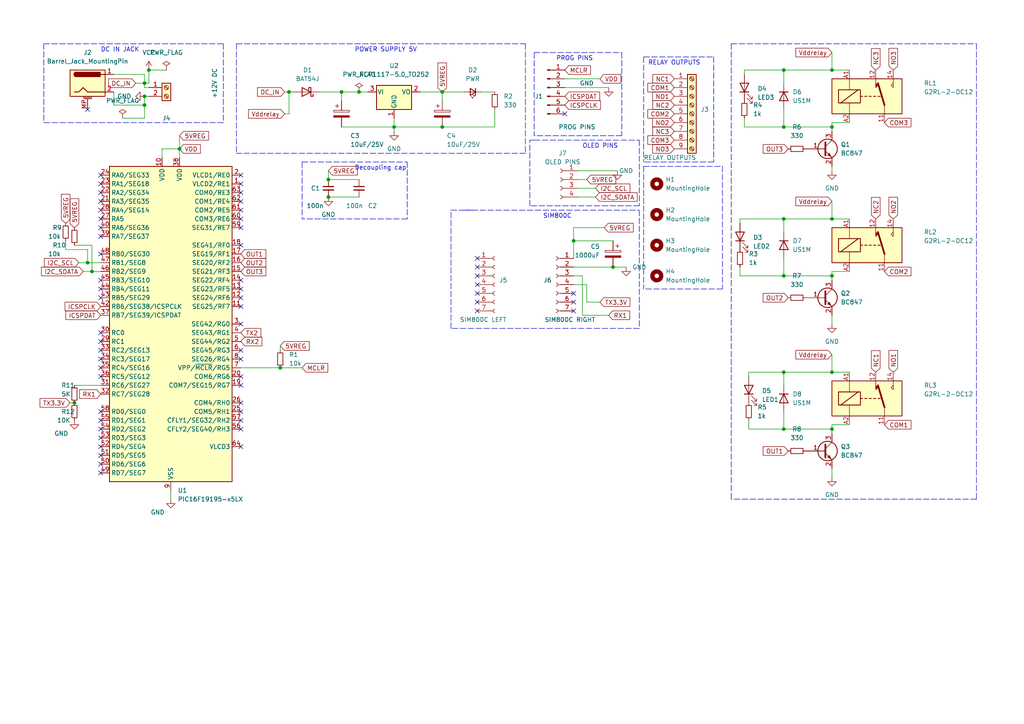
<source format=kicad_sch>
(kicad_sch (version 20211123) (generator eeschema)

  (uuid bcad968c-ae8b-4b0c-9fcd-d2e0cc6f448c)

  (paper "A4")

  (lib_symbols
    (symbol "Connector:Barrel_Jack_MountingPin" (pin_names hide) (in_bom yes) (on_board yes)
      (property "Reference" "J" (id 0) (at 0 5.334 0)
        (effects (font (size 1.27 1.27)))
      )
      (property "Value" "Barrel_Jack_MountingPin" (id 1) (at 1.27 -6.35 0)
        (effects (font (size 1.27 1.27)) (justify left))
      )
      (property "Footprint" "" (id 2) (at 1.27 -1.016 0)
        (effects (font (size 1.27 1.27)) hide)
      )
      (property "Datasheet" "~" (id 3) (at 1.27 -1.016 0)
        (effects (font (size 1.27 1.27)) hide)
      )
      (property "ki_keywords" "DC power barrel jack connector" (id 4) (at 0 0 0)
        (effects (font (size 1.27 1.27)) hide)
      )
      (property "ki_description" "DC Barrel Jack with a mounting pin" (id 5) (at 0 0 0)
        (effects (font (size 1.27 1.27)) hide)
      )
      (property "ki_fp_filters" "BarrelJack*" (id 6) (at 0 0 0)
        (effects (font (size 1.27 1.27)) hide)
      )
      (symbol "Barrel_Jack_MountingPin_0_1"
        (rectangle (start -5.08 3.81) (end 5.08 -3.81)
          (stroke (width 0.254) (type default) (color 0 0 0 0))
          (fill (type background))
        )
        (arc (start -3.302 3.175) (mid -3.937 2.54) (end -3.302 1.905)
          (stroke (width 0.254) (type default) (color 0 0 0 0))
          (fill (type none))
        )
        (arc (start -3.302 3.175) (mid -3.937 2.54) (end -3.302 1.905)
          (stroke (width 0.254) (type default) (color 0 0 0 0))
          (fill (type outline))
        )
        (polyline
          (pts
            (xy 5.08 2.54)
            (xy 3.81 2.54)
          )
          (stroke (width 0.254) (type default) (color 0 0 0 0))
          (fill (type none))
        )
        (polyline
          (pts
            (xy -3.81 -2.54)
            (xy -2.54 -2.54)
            (xy -1.27 -1.27)
            (xy 0 -2.54)
            (xy 2.54 -2.54)
            (xy 5.08 -2.54)
          )
          (stroke (width 0.254) (type default) (color 0 0 0 0))
          (fill (type none))
        )
        (rectangle (start 3.683 3.175) (end -3.302 1.905)
          (stroke (width 0.254) (type default) (color 0 0 0 0))
          (fill (type outline))
        )
      )
      (symbol "Barrel_Jack_MountingPin_1_1"
        (polyline
          (pts
            (xy -1.016 -4.572)
            (xy 1.016 -4.572)
          )
          (stroke (width 0.1524) (type default) (color 0 0 0 0))
          (fill (type none))
        )
        (text "Mounting" (at 0 -4.191 0)
          (effects (font (size 0.381 0.381)))
        )
        (pin passive line (at 7.62 2.54 180) (length 2.54)
          (name "~" (effects (font (size 1.27 1.27))))
          (number "1" (effects (font (size 1.27 1.27))))
        )
        (pin passive line (at 7.62 -2.54 180) (length 2.54)
          (name "~" (effects (font (size 1.27 1.27))))
          (number "2" (effects (font (size 1.27 1.27))))
        )
        (pin passive line (at 0 -7.62 90) (length 3.048)
          (name "MountPin" (effects (font (size 1.27 1.27))))
          (number "MP" (effects (font (size 1.27 1.27))))
        )
      )
    )
    (symbol "Connector:Conn_01x04_Female" (pin_names (offset 1.016) hide) (in_bom yes) (on_board yes)
      (property "Reference" "J" (id 0) (at 0 5.08 0)
        (effects (font (size 1.27 1.27)))
      )
      (property "Value" "Conn_01x04_Female" (id 1) (at 0 -7.62 0)
        (effects (font (size 1.27 1.27)))
      )
      (property "Footprint" "" (id 2) (at 0 0 0)
        (effects (font (size 1.27 1.27)) hide)
      )
      (property "Datasheet" "~" (id 3) (at 0 0 0)
        (effects (font (size 1.27 1.27)) hide)
      )
      (property "ki_keywords" "connector" (id 4) (at 0 0 0)
        (effects (font (size 1.27 1.27)) hide)
      )
      (property "ki_description" "Generic connector, single row, 01x04, script generated (kicad-library-utils/schlib/autogen/connector/)" (id 5) (at 0 0 0)
        (effects (font (size 1.27 1.27)) hide)
      )
      (property "ki_fp_filters" "Connector*:*_1x??_*" (id 6) (at 0 0 0)
        (effects (font (size 1.27 1.27)) hide)
      )
      (symbol "Conn_01x04_Female_1_1"
        (arc (start 0 -4.572) (mid -0.508 -5.08) (end 0 -5.588)
          (stroke (width 0.1524) (type default) (color 0 0 0 0))
          (fill (type none))
        )
        (arc (start 0 -2.032) (mid -0.508 -2.54) (end 0 -3.048)
          (stroke (width 0.1524) (type default) (color 0 0 0 0))
          (fill (type none))
        )
        (polyline
          (pts
            (xy -1.27 -5.08)
            (xy -0.508 -5.08)
          )
          (stroke (width 0.1524) (type default) (color 0 0 0 0))
          (fill (type none))
        )
        (polyline
          (pts
            (xy -1.27 -2.54)
            (xy -0.508 -2.54)
          )
          (stroke (width 0.1524) (type default) (color 0 0 0 0))
          (fill (type none))
        )
        (polyline
          (pts
            (xy -1.27 0)
            (xy -0.508 0)
          )
          (stroke (width 0.1524) (type default) (color 0 0 0 0))
          (fill (type none))
        )
        (polyline
          (pts
            (xy -1.27 2.54)
            (xy -0.508 2.54)
          )
          (stroke (width 0.1524) (type default) (color 0 0 0 0))
          (fill (type none))
        )
        (arc (start 0 0.508) (mid -0.508 0) (end 0 -0.508)
          (stroke (width 0.1524) (type default) (color 0 0 0 0))
          (fill (type none))
        )
        (arc (start 0 3.048) (mid -0.508 2.54) (end 0 2.032)
          (stroke (width 0.1524) (type default) (color 0 0 0 0))
          (fill (type none))
        )
        (pin passive line (at -5.08 2.54 0) (length 3.81)
          (name "Pin_1" (effects (font (size 1.27 1.27))))
          (number "1" (effects (font (size 1.27 1.27))))
        )
        (pin passive line (at -5.08 0 0) (length 3.81)
          (name "Pin_2" (effects (font (size 1.27 1.27))))
          (number "2" (effects (font (size 1.27 1.27))))
        )
        (pin passive line (at -5.08 -2.54 0) (length 3.81)
          (name "Pin_3" (effects (font (size 1.27 1.27))))
          (number "3" (effects (font (size 1.27 1.27))))
        )
        (pin passive line (at -5.08 -5.08 0) (length 3.81)
          (name "Pin_4" (effects (font (size 1.27 1.27))))
          (number "4" (effects (font (size 1.27 1.27))))
        )
      )
    )
    (symbol "Connector:Conn_01x06_Male" (pin_names (offset 1.016) hide) (in_bom yes) (on_board yes)
      (property "Reference" "J" (id 0) (at 0 7.62 0)
        (effects (font (size 1.27 1.27)))
      )
      (property "Value" "Conn_01x06_Male" (id 1) (at 0 -10.16 0)
        (effects (font (size 1.27 1.27)))
      )
      (property "Footprint" "" (id 2) (at 0 0 0)
        (effects (font (size 1.27 1.27)) hide)
      )
      (property "Datasheet" "~" (id 3) (at 0 0 0)
        (effects (font (size 1.27 1.27)) hide)
      )
      (property "ki_keywords" "connector" (id 4) (at 0 0 0)
        (effects (font (size 1.27 1.27)) hide)
      )
      (property "ki_description" "Generic connector, single row, 01x06, script generated (kicad-library-utils/schlib/autogen/connector/)" (id 5) (at 0 0 0)
        (effects (font (size 1.27 1.27)) hide)
      )
      (property "ki_fp_filters" "Connector*:*_1x??_*" (id 6) (at 0 0 0)
        (effects (font (size 1.27 1.27)) hide)
      )
      (symbol "Conn_01x06_Male_1_1"
        (polyline
          (pts
            (xy 1.27 -7.62)
            (xy 0.8636 -7.62)
          )
          (stroke (width 0.1524) (type default) (color 0 0 0 0))
          (fill (type none))
        )
        (polyline
          (pts
            (xy 1.27 -5.08)
            (xy 0.8636 -5.08)
          )
          (stroke (width 0.1524) (type default) (color 0 0 0 0))
          (fill (type none))
        )
        (polyline
          (pts
            (xy 1.27 -2.54)
            (xy 0.8636 -2.54)
          )
          (stroke (width 0.1524) (type default) (color 0 0 0 0))
          (fill (type none))
        )
        (polyline
          (pts
            (xy 1.27 0)
            (xy 0.8636 0)
          )
          (stroke (width 0.1524) (type default) (color 0 0 0 0))
          (fill (type none))
        )
        (polyline
          (pts
            (xy 1.27 2.54)
            (xy 0.8636 2.54)
          )
          (stroke (width 0.1524) (type default) (color 0 0 0 0))
          (fill (type none))
        )
        (polyline
          (pts
            (xy 1.27 5.08)
            (xy 0.8636 5.08)
          )
          (stroke (width 0.1524) (type default) (color 0 0 0 0))
          (fill (type none))
        )
        (rectangle (start 0.8636 -7.493) (end 0 -7.747)
          (stroke (width 0.1524) (type default) (color 0 0 0 0))
          (fill (type outline))
        )
        (rectangle (start 0.8636 -4.953) (end 0 -5.207)
          (stroke (width 0.1524) (type default) (color 0 0 0 0))
          (fill (type outline))
        )
        (rectangle (start 0.8636 -2.413) (end 0 -2.667)
          (stroke (width 0.1524) (type default) (color 0 0 0 0))
          (fill (type outline))
        )
        (rectangle (start 0.8636 0.127) (end 0 -0.127)
          (stroke (width 0.1524) (type default) (color 0 0 0 0))
          (fill (type outline))
        )
        (rectangle (start 0.8636 2.667) (end 0 2.413)
          (stroke (width 0.1524) (type default) (color 0 0 0 0))
          (fill (type outline))
        )
        (rectangle (start 0.8636 5.207) (end 0 4.953)
          (stroke (width 0.1524) (type default) (color 0 0 0 0))
          (fill (type outline))
        )
        (pin passive line (at 5.08 5.08 180) (length 3.81)
          (name "Pin_1" (effects (font (size 1.27 1.27))))
          (number "1" (effects (font (size 1.27 1.27))))
        )
        (pin passive line (at 5.08 2.54 180) (length 3.81)
          (name "Pin_2" (effects (font (size 1.27 1.27))))
          (number "2" (effects (font (size 1.27 1.27))))
        )
        (pin passive line (at 5.08 0 180) (length 3.81)
          (name "Pin_3" (effects (font (size 1.27 1.27))))
          (number "3" (effects (font (size 1.27 1.27))))
        )
        (pin passive line (at 5.08 -2.54 180) (length 3.81)
          (name "Pin_4" (effects (font (size 1.27 1.27))))
          (number "4" (effects (font (size 1.27 1.27))))
        )
        (pin passive line (at 5.08 -5.08 180) (length 3.81)
          (name "Pin_5" (effects (font (size 1.27 1.27))))
          (number "5" (effects (font (size 1.27 1.27))))
        )
        (pin passive line (at 5.08 -7.62 180) (length 3.81)
          (name "Pin_6" (effects (font (size 1.27 1.27))))
          (number "6" (effects (font (size 1.27 1.27))))
        )
      )
    )
    (symbol "Connector:Conn_01x07_Female" (pin_names (offset 1.016) hide) (in_bom yes) (on_board yes)
      (property "Reference" "J" (id 0) (at 0 10.16 0)
        (effects (font (size 1.27 1.27)))
      )
      (property "Value" "Conn_01x07_Female" (id 1) (at 0 -10.16 0)
        (effects (font (size 1.27 1.27)))
      )
      (property "Footprint" "" (id 2) (at 0 0 0)
        (effects (font (size 1.27 1.27)) hide)
      )
      (property "Datasheet" "~" (id 3) (at 0 0 0)
        (effects (font (size 1.27 1.27)) hide)
      )
      (property "ki_keywords" "connector" (id 4) (at 0 0 0)
        (effects (font (size 1.27 1.27)) hide)
      )
      (property "ki_description" "Generic connector, single row, 01x07, script generated (kicad-library-utils/schlib/autogen/connector/)" (id 5) (at 0 0 0)
        (effects (font (size 1.27 1.27)) hide)
      )
      (property "ki_fp_filters" "Connector*:*_1x??_*" (id 6) (at 0 0 0)
        (effects (font (size 1.27 1.27)) hide)
      )
      (symbol "Conn_01x07_Female_1_1"
        (arc (start 0 -7.112) (mid -0.508 -7.62) (end 0 -8.128)
          (stroke (width 0.1524) (type default) (color 0 0 0 0))
          (fill (type none))
        )
        (arc (start 0 -4.572) (mid -0.508 -5.08) (end 0 -5.588)
          (stroke (width 0.1524) (type default) (color 0 0 0 0))
          (fill (type none))
        )
        (arc (start 0 -2.032) (mid -0.508 -2.54) (end 0 -3.048)
          (stroke (width 0.1524) (type default) (color 0 0 0 0))
          (fill (type none))
        )
        (polyline
          (pts
            (xy -1.27 -7.62)
            (xy -0.508 -7.62)
          )
          (stroke (width 0.1524) (type default) (color 0 0 0 0))
          (fill (type none))
        )
        (polyline
          (pts
            (xy -1.27 -5.08)
            (xy -0.508 -5.08)
          )
          (stroke (width 0.1524) (type default) (color 0 0 0 0))
          (fill (type none))
        )
        (polyline
          (pts
            (xy -1.27 -2.54)
            (xy -0.508 -2.54)
          )
          (stroke (width 0.1524) (type default) (color 0 0 0 0))
          (fill (type none))
        )
        (polyline
          (pts
            (xy -1.27 0)
            (xy -0.508 0)
          )
          (stroke (width 0.1524) (type default) (color 0 0 0 0))
          (fill (type none))
        )
        (polyline
          (pts
            (xy -1.27 2.54)
            (xy -0.508 2.54)
          )
          (stroke (width 0.1524) (type default) (color 0 0 0 0))
          (fill (type none))
        )
        (polyline
          (pts
            (xy -1.27 5.08)
            (xy -0.508 5.08)
          )
          (stroke (width 0.1524) (type default) (color 0 0 0 0))
          (fill (type none))
        )
        (polyline
          (pts
            (xy -1.27 7.62)
            (xy -0.508 7.62)
          )
          (stroke (width 0.1524) (type default) (color 0 0 0 0))
          (fill (type none))
        )
        (arc (start 0 0.508) (mid -0.508 0) (end 0 -0.508)
          (stroke (width 0.1524) (type default) (color 0 0 0 0))
          (fill (type none))
        )
        (arc (start 0 3.048) (mid -0.508 2.54) (end 0 2.032)
          (stroke (width 0.1524) (type default) (color 0 0 0 0))
          (fill (type none))
        )
        (arc (start 0 5.588) (mid -0.508 5.08) (end 0 4.572)
          (stroke (width 0.1524) (type default) (color 0 0 0 0))
          (fill (type none))
        )
        (arc (start 0 8.128) (mid -0.508 7.62) (end 0 7.112)
          (stroke (width 0.1524) (type default) (color 0 0 0 0))
          (fill (type none))
        )
        (pin passive line (at -5.08 7.62 0) (length 3.81)
          (name "Pin_1" (effects (font (size 1.27 1.27))))
          (number "1" (effects (font (size 1.27 1.27))))
        )
        (pin passive line (at -5.08 5.08 0) (length 3.81)
          (name "Pin_2" (effects (font (size 1.27 1.27))))
          (number "2" (effects (font (size 1.27 1.27))))
        )
        (pin passive line (at -5.08 2.54 0) (length 3.81)
          (name "Pin_3" (effects (font (size 1.27 1.27))))
          (number "3" (effects (font (size 1.27 1.27))))
        )
        (pin passive line (at -5.08 0 0) (length 3.81)
          (name "Pin_4" (effects (font (size 1.27 1.27))))
          (number "4" (effects (font (size 1.27 1.27))))
        )
        (pin passive line (at -5.08 -2.54 0) (length 3.81)
          (name "Pin_5" (effects (font (size 1.27 1.27))))
          (number "5" (effects (font (size 1.27 1.27))))
        )
        (pin passive line (at -5.08 -5.08 0) (length 3.81)
          (name "Pin_6" (effects (font (size 1.27 1.27))))
          (number "6" (effects (font (size 1.27 1.27))))
        )
        (pin passive line (at -5.08 -7.62 0) (length 3.81)
          (name "Pin_7" (effects (font (size 1.27 1.27))))
          (number "7" (effects (font (size 1.27 1.27))))
        )
      )
    )
    (symbol "Connector:Screw_Terminal_01x02" (pin_names (offset 1.016) hide) (in_bom yes) (on_board yes)
      (property "Reference" "J" (id 0) (at 0 2.54 0)
        (effects (font (size 1.27 1.27)))
      )
      (property "Value" "Screw_Terminal_01x02" (id 1) (at 0 -5.08 0)
        (effects (font (size 1.27 1.27)))
      )
      (property "Footprint" "" (id 2) (at 0 0 0)
        (effects (font (size 1.27 1.27)) hide)
      )
      (property "Datasheet" "~" (id 3) (at 0 0 0)
        (effects (font (size 1.27 1.27)) hide)
      )
      (property "ki_keywords" "screw terminal" (id 4) (at 0 0 0)
        (effects (font (size 1.27 1.27)) hide)
      )
      (property "ki_description" "Generic screw terminal, single row, 01x02, script generated (kicad-library-utils/schlib/autogen/connector/)" (id 5) (at 0 0 0)
        (effects (font (size 1.27 1.27)) hide)
      )
      (property "ki_fp_filters" "TerminalBlock*:*" (id 6) (at 0 0 0)
        (effects (font (size 1.27 1.27)) hide)
      )
      (symbol "Screw_Terminal_01x02_1_1"
        (rectangle (start -1.27 1.27) (end 1.27 -3.81)
          (stroke (width 0.254) (type default) (color 0 0 0 0))
          (fill (type background))
        )
        (circle (center 0 -2.54) (radius 0.635)
          (stroke (width 0.1524) (type default) (color 0 0 0 0))
          (fill (type none))
        )
        (polyline
          (pts
            (xy -0.5334 -2.2098)
            (xy 0.3302 -3.048)
          )
          (stroke (width 0.1524) (type default) (color 0 0 0 0))
          (fill (type none))
        )
        (polyline
          (pts
            (xy -0.5334 0.3302)
            (xy 0.3302 -0.508)
          )
          (stroke (width 0.1524) (type default) (color 0 0 0 0))
          (fill (type none))
        )
        (polyline
          (pts
            (xy -0.3556 -2.032)
            (xy 0.508 -2.8702)
          )
          (stroke (width 0.1524) (type default) (color 0 0 0 0))
          (fill (type none))
        )
        (polyline
          (pts
            (xy -0.3556 0.508)
            (xy 0.508 -0.3302)
          )
          (stroke (width 0.1524) (type default) (color 0 0 0 0))
          (fill (type none))
        )
        (circle (center 0 0) (radius 0.635)
          (stroke (width 0.1524) (type default) (color 0 0 0 0))
          (fill (type none))
        )
        (pin passive line (at -5.08 0 0) (length 3.81)
          (name "Pin_1" (effects (font (size 1.27 1.27))))
          (number "1" (effects (font (size 1.27 1.27))))
        )
        (pin passive line (at -5.08 -2.54 0) (length 3.81)
          (name "Pin_2" (effects (font (size 1.27 1.27))))
          (number "2" (effects (font (size 1.27 1.27))))
        )
      )
    )
    (symbol "Connector:Screw_Terminal_01x09" (pin_names (offset 1.016) hide) (in_bom yes) (on_board yes)
      (property "Reference" "J" (id 0) (at 0 12.7 0)
        (effects (font (size 1.27 1.27)))
      )
      (property "Value" "Screw_Terminal_01x09" (id 1) (at 0 -12.7 0)
        (effects (font (size 1.27 1.27)))
      )
      (property "Footprint" "" (id 2) (at 0 0 0)
        (effects (font (size 1.27 1.27)) hide)
      )
      (property "Datasheet" "~" (id 3) (at 0 0 0)
        (effects (font (size 1.27 1.27)) hide)
      )
      (property "ki_keywords" "screw terminal" (id 4) (at 0 0 0)
        (effects (font (size 1.27 1.27)) hide)
      )
      (property "ki_description" "Generic screw terminal, single row, 01x09, script generated (kicad-library-utils/schlib/autogen/connector/)" (id 5) (at 0 0 0)
        (effects (font (size 1.27 1.27)) hide)
      )
      (property "ki_fp_filters" "TerminalBlock*:*" (id 6) (at 0 0 0)
        (effects (font (size 1.27 1.27)) hide)
      )
      (symbol "Screw_Terminal_01x09_1_1"
        (rectangle (start -1.27 11.43) (end 1.27 -11.43)
          (stroke (width 0.254) (type default) (color 0 0 0 0))
          (fill (type background))
        )
        (circle (center 0 -10.16) (radius 0.635)
          (stroke (width 0.1524) (type default) (color 0 0 0 0))
          (fill (type none))
        )
        (circle (center 0 -7.62) (radius 0.635)
          (stroke (width 0.1524) (type default) (color 0 0 0 0))
          (fill (type none))
        )
        (circle (center 0 -5.08) (radius 0.635)
          (stroke (width 0.1524) (type default) (color 0 0 0 0))
          (fill (type none))
        )
        (circle (center 0 -2.54) (radius 0.635)
          (stroke (width 0.1524) (type default) (color 0 0 0 0))
          (fill (type none))
        )
        (polyline
          (pts
            (xy -0.5334 -9.8298)
            (xy 0.3302 -10.668)
          )
          (stroke (width 0.1524) (type default) (color 0 0 0 0))
          (fill (type none))
        )
        (polyline
          (pts
            (xy -0.5334 -7.2898)
            (xy 0.3302 -8.128)
          )
          (stroke (width 0.1524) (type default) (color 0 0 0 0))
          (fill (type none))
        )
        (polyline
          (pts
            (xy -0.5334 -4.7498)
            (xy 0.3302 -5.588)
          )
          (stroke (width 0.1524) (type default) (color 0 0 0 0))
          (fill (type none))
        )
        (polyline
          (pts
            (xy -0.5334 -2.2098)
            (xy 0.3302 -3.048)
          )
          (stroke (width 0.1524) (type default) (color 0 0 0 0))
          (fill (type none))
        )
        (polyline
          (pts
            (xy -0.5334 0.3302)
            (xy 0.3302 -0.508)
          )
          (stroke (width 0.1524) (type default) (color 0 0 0 0))
          (fill (type none))
        )
        (polyline
          (pts
            (xy -0.5334 2.8702)
            (xy 0.3302 2.032)
          )
          (stroke (width 0.1524) (type default) (color 0 0 0 0))
          (fill (type none))
        )
        (polyline
          (pts
            (xy -0.5334 5.4102)
            (xy 0.3302 4.572)
          )
          (stroke (width 0.1524) (type default) (color 0 0 0 0))
          (fill (type none))
        )
        (polyline
          (pts
            (xy -0.5334 7.9502)
            (xy 0.3302 7.112)
          )
          (stroke (width 0.1524) (type default) (color 0 0 0 0))
          (fill (type none))
        )
        (polyline
          (pts
            (xy -0.5334 10.4902)
            (xy 0.3302 9.652)
          )
          (stroke (width 0.1524) (type default) (color 0 0 0 0))
          (fill (type none))
        )
        (polyline
          (pts
            (xy -0.3556 -9.652)
            (xy 0.508 -10.4902)
          )
          (stroke (width 0.1524) (type default) (color 0 0 0 0))
          (fill (type none))
        )
        (polyline
          (pts
            (xy -0.3556 -7.112)
            (xy 0.508 -7.9502)
          )
          (stroke (width 0.1524) (type default) (color 0 0 0 0))
          (fill (type none))
        )
        (polyline
          (pts
            (xy -0.3556 -4.572)
            (xy 0.508 -5.4102)
          )
          (stroke (width 0.1524) (type default) (color 0 0 0 0))
          (fill (type none))
        )
        (polyline
          (pts
            (xy -0.3556 -2.032)
            (xy 0.508 -2.8702)
          )
          (stroke (width 0.1524) (type default) (color 0 0 0 0))
          (fill (type none))
        )
        (polyline
          (pts
            (xy -0.3556 0.508)
            (xy 0.508 -0.3302)
          )
          (stroke (width 0.1524) (type default) (color 0 0 0 0))
          (fill (type none))
        )
        (polyline
          (pts
            (xy -0.3556 3.048)
            (xy 0.508 2.2098)
          )
          (stroke (width 0.1524) (type default) (color 0 0 0 0))
          (fill (type none))
        )
        (polyline
          (pts
            (xy -0.3556 5.588)
            (xy 0.508 4.7498)
          )
          (stroke (width 0.1524) (type default) (color 0 0 0 0))
          (fill (type none))
        )
        (polyline
          (pts
            (xy -0.3556 8.128)
            (xy 0.508 7.2898)
          )
          (stroke (width 0.1524) (type default) (color 0 0 0 0))
          (fill (type none))
        )
        (polyline
          (pts
            (xy -0.3556 10.668)
            (xy 0.508 9.8298)
          )
          (stroke (width 0.1524) (type default) (color 0 0 0 0))
          (fill (type none))
        )
        (circle (center 0 0) (radius 0.635)
          (stroke (width 0.1524) (type default) (color 0 0 0 0))
          (fill (type none))
        )
        (circle (center 0 2.54) (radius 0.635)
          (stroke (width 0.1524) (type default) (color 0 0 0 0))
          (fill (type none))
        )
        (circle (center 0 5.08) (radius 0.635)
          (stroke (width 0.1524) (type default) (color 0 0 0 0))
          (fill (type none))
        )
        (circle (center 0 7.62) (radius 0.635)
          (stroke (width 0.1524) (type default) (color 0 0 0 0))
          (fill (type none))
        )
        (circle (center 0 10.16) (radius 0.635)
          (stroke (width 0.1524) (type default) (color 0 0 0 0))
          (fill (type none))
        )
        (pin passive line (at -5.08 10.16 0) (length 3.81)
          (name "Pin_1" (effects (font (size 1.27 1.27))))
          (number "1" (effects (font (size 1.27 1.27))))
        )
        (pin passive line (at -5.08 7.62 0) (length 3.81)
          (name "Pin_2" (effects (font (size 1.27 1.27))))
          (number "2" (effects (font (size 1.27 1.27))))
        )
        (pin passive line (at -5.08 5.08 0) (length 3.81)
          (name "Pin_3" (effects (font (size 1.27 1.27))))
          (number "3" (effects (font (size 1.27 1.27))))
        )
        (pin passive line (at -5.08 2.54 0) (length 3.81)
          (name "Pin_4" (effects (font (size 1.27 1.27))))
          (number "4" (effects (font (size 1.27 1.27))))
        )
        (pin passive line (at -5.08 0 0) (length 3.81)
          (name "Pin_5" (effects (font (size 1.27 1.27))))
          (number "5" (effects (font (size 1.27 1.27))))
        )
        (pin passive line (at -5.08 -2.54 0) (length 3.81)
          (name "Pin_6" (effects (font (size 1.27 1.27))))
          (number "6" (effects (font (size 1.27 1.27))))
        )
        (pin passive line (at -5.08 -5.08 0) (length 3.81)
          (name "Pin_7" (effects (font (size 1.27 1.27))))
          (number "7" (effects (font (size 1.27 1.27))))
        )
        (pin passive line (at -5.08 -7.62 0) (length 3.81)
          (name "Pin_8" (effects (font (size 1.27 1.27))))
          (number "8" (effects (font (size 1.27 1.27))))
        )
        (pin passive line (at -5.08 -10.16 0) (length 3.81)
          (name "Pin_9" (effects (font (size 1.27 1.27))))
          (number "9" (effects (font (size 1.27 1.27))))
        )
      )
    )
    (symbol "Device:C_Polarized" (pin_numbers hide) (pin_names (offset 0.254)) (in_bom yes) (on_board yes)
      (property "Reference" "C" (id 0) (at 0.635 2.54 0)
        (effects (font (size 1.27 1.27)) (justify left))
      )
      (property "Value" "C_Polarized" (id 1) (at 0.635 -2.54 0)
        (effects (font (size 1.27 1.27)) (justify left))
      )
      (property "Footprint" "" (id 2) (at 0.9652 -3.81 0)
        (effects (font (size 1.27 1.27)) hide)
      )
      (property "Datasheet" "~" (id 3) (at 0 0 0)
        (effects (font (size 1.27 1.27)) hide)
      )
      (property "ki_keywords" "cap capacitor" (id 4) (at 0 0 0)
        (effects (font (size 1.27 1.27)) hide)
      )
      (property "ki_description" "Polarized capacitor" (id 5) (at 0 0 0)
        (effects (font (size 1.27 1.27)) hide)
      )
      (property "ki_fp_filters" "CP_*" (id 6) (at 0 0 0)
        (effects (font (size 1.27 1.27)) hide)
      )
      (symbol "C_Polarized_0_1"
        (rectangle (start -2.286 0.508) (end 2.286 1.016)
          (stroke (width 0) (type default) (color 0 0 0 0))
          (fill (type none))
        )
        (polyline
          (pts
            (xy -1.778 2.286)
            (xy -0.762 2.286)
          )
          (stroke (width 0) (type default) (color 0 0 0 0))
          (fill (type none))
        )
        (polyline
          (pts
            (xy -1.27 2.794)
            (xy -1.27 1.778)
          )
          (stroke (width 0) (type default) (color 0 0 0 0))
          (fill (type none))
        )
        (rectangle (start 2.286 -0.508) (end -2.286 -1.016)
          (stroke (width 0) (type default) (color 0 0 0 0))
          (fill (type outline))
        )
      )
      (symbol "C_Polarized_1_1"
        (pin passive line (at 0 3.81 270) (length 2.794)
          (name "~" (effects (font (size 1.27 1.27))))
          (number "1" (effects (font (size 1.27 1.27))))
        )
        (pin passive line (at 0 -3.81 90) (length 2.794)
          (name "~" (effects (font (size 1.27 1.27))))
          (number "2" (effects (font (size 1.27 1.27))))
        )
      )
    )
    (symbol "Device:C_Small" (pin_numbers hide) (pin_names (offset 0.254) hide) (in_bom yes) (on_board yes)
      (property "Reference" "C" (id 0) (at 0.254 1.778 0)
        (effects (font (size 1.27 1.27)) (justify left))
      )
      (property "Value" "C_Small" (id 1) (at 0.254 -2.032 0)
        (effects (font (size 1.27 1.27)) (justify left))
      )
      (property "Footprint" "" (id 2) (at 0 0 0)
        (effects (font (size 1.27 1.27)) hide)
      )
      (property "Datasheet" "~" (id 3) (at 0 0 0)
        (effects (font (size 1.27 1.27)) hide)
      )
      (property "ki_keywords" "capacitor cap" (id 4) (at 0 0 0)
        (effects (font (size 1.27 1.27)) hide)
      )
      (property "ki_description" "Unpolarized capacitor, small symbol" (id 5) (at 0 0 0)
        (effects (font (size 1.27 1.27)) hide)
      )
      (property "ki_fp_filters" "C_*" (id 6) (at 0 0 0)
        (effects (font (size 1.27 1.27)) hide)
      )
      (symbol "C_Small_0_1"
        (polyline
          (pts
            (xy -1.524 -0.508)
            (xy 1.524 -0.508)
          )
          (stroke (width 0.3302) (type default) (color 0 0 0 0))
          (fill (type none))
        )
        (polyline
          (pts
            (xy -1.524 0.508)
            (xy 1.524 0.508)
          )
          (stroke (width 0.3048) (type default) (color 0 0 0 0))
          (fill (type none))
        )
      )
      (symbol "C_Small_1_1"
        (pin passive line (at 0 2.54 270) (length 2.032)
          (name "~" (effects (font (size 1.27 1.27))))
          (number "1" (effects (font (size 1.27 1.27))))
        )
        (pin passive line (at 0 -2.54 90) (length 2.032)
          (name "~" (effects (font (size 1.27 1.27))))
          (number "2" (effects (font (size 1.27 1.27))))
        )
      )
    )
    (symbol "Device:LED" (pin_numbers hide) (pin_names (offset 1.016) hide) (in_bom yes) (on_board yes)
      (property "Reference" "D" (id 0) (at 0 2.54 0)
        (effects (font (size 1.27 1.27)))
      )
      (property "Value" "LED" (id 1) (at 0 -2.54 0)
        (effects (font (size 1.27 1.27)))
      )
      (property "Footprint" "" (id 2) (at 0 0 0)
        (effects (font (size 1.27 1.27)) hide)
      )
      (property "Datasheet" "~" (id 3) (at 0 0 0)
        (effects (font (size 1.27 1.27)) hide)
      )
      (property "ki_keywords" "LED diode" (id 4) (at 0 0 0)
        (effects (font (size 1.27 1.27)) hide)
      )
      (property "ki_description" "Light emitting diode" (id 5) (at 0 0 0)
        (effects (font (size 1.27 1.27)) hide)
      )
      (property "ki_fp_filters" "LED* LED_SMD:* LED_THT:*" (id 6) (at 0 0 0)
        (effects (font (size 1.27 1.27)) hide)
      )
      (symbol "LED_0_1"
        (polyline
          (pts
            (xy -1.27 -1.27)
            (xy -1.27 1.27)
          )
          (stroke (width 0.254) (type default) (color 0 0 0 0))
          (fill (type none))
        )
        (polyline
          (pts
            (xy -1.27 0)
            (xy 1.27 0)
          )
          (stroke (width 0) (type default) (color 0 0 0 0))
          (fill (type none))
        )
        (polyline
          (pts
            (xy 1.27 -1.27)
            (xy 1.27 1.27)
            (xy -1.27 0)
            (xy 1.27 -1.27)
          )
          (stroke (width 0.254) (type default) (color 0 0 0 0))
          (fill (type none))
        )
        (polyline
          (pts
            (xy -3.048 -0.762)
            (xy -4.572 -2.286)
            (xy -3.81 -2.286)
            (xy -4.572 -2.286)
            (xy -4.572 -1.524)
          )
          (stroke (width 0) (type default) (color 0 0 0 0))
          (fill (type none))
        )
        (polyline
          (pts
            (xy -1.778 -0.762)
            (xy -3.302 -2.286)
            (xy -2.54 -2.286)
            (xy -3.302 -2.286)
            (xy -3.302 -1.524)
          )
          (stroke (width 0) (type default) (color 0 0 0 0))
          (fill (type none))
        )
      )
      (symbol "LED_1_1"
        (pin passive line (at -3.81 0 0) (length 2.54)
          (name "K" (effects (font (size 1.27 1.27))))
          (number "1" (effects (font (size 1.27 1.27))))
        )
        (pin passive line (at 3.81 0 180) (length 2.54)
          (name "A" (effects (font (size 1.27 1.27))))
          (number "2" (effects (font (size 1.27 1.27))))
        )
      )
    )
    (symbol "Device:LED_Small" (pin_numbers hide) (pin_names (offset 0.254) hide) (in_bom yes) (on_board yes)
      (property "Reference" "D" (id 0) (at -1.27 3.175 0)
        (effects (font (size 1.27 1.27)) (justify left))
      )
      (property "Value" "LED_Small" (id 1) (at -4.445 -2.54 0)
        (effects (font (size 1.27 1.27)) (justify left))
      )
      (property "Footprint" "" (id 2) (at 0 0 90)
        (effects (font (size 1.27 1.27)) hide)
      )
      (property "Datasheet" "~" (id 3) (at 0 0 90)
        (effects (font (size 1.27 1.27)) hide)
      )
      (property "ki_keywords" "LED diode light-emitting-diode" (id 4) (at 0 0 0)
        (effects (font (size 1.27 1.27)) hide)
      )
      (property "ki_description" "Light emitting diode, small symbol" (id 5) (at 0 0 0)
        (effects (font (size 1.27 1.27)) hide)
      )
      (property "ki_fp_filters" "LED* LED_SMD:* LED_THT:*" (id 6) (at 0 0 0)
        (effects (font (size 1.27 1.27)) hide)
      )
      (symbol "LED_Small_0_1"
        (polyline
          (pts
            (xy -0.762 -1.016)
            (xy -0.762 1.016)
          )
          (stroke (width 0.254) (type default) (color 0 0 0 0))
          (fill (type none))
        )
        (polyline
          (pts
            (xy 1.016 0)
            (xy -0.762 0)
          )
          (stroke (width 0) (type default) (color 0 0 0 0))
          (fill (type none))
        )
        (polyline
          (pts
            (xy 0.762 -1.016)
            (xy -0.762 0)
            (xy 0.762 1.016)
            (xy 0.762 -1.016)
          )
          (stroke (width 0.254) (type default) (color 0 0 0 0))
          (fill (type none))
        )
        (polyline
          (pts
            (xy 0 0.762)
            (xy -0.508 1.27)
            (xy -0.254 1.27)
            (xy -0.508 1.27)
            (xy -0.508 1.016)
          )
          (stroke (width 0) (type default) (color 0 0 0 0))
          (fill (type none))
        )
        (polyline
          (pts
            (xy 0.508 1.27)
            (xy 0 1.778)
            (xy 0.254 1.778)
            (xy 0 1.778)
            (xy 0 1.524)
          )
          (stroke (width 0) (type default) (color 0 0 0 0))
          (fill (type none))
        )
      )
      (symbol "LED_Small_1_1"
        (pin passive line (at -2.54 0 0) (length 1.778)
          (name "K" (effects (font (size 1.27 1.27))))
          (number "1" (effects (font (size 1.27 1.27))))
        )
        (pin passive line (at 2.54 0 180) (length 1.778)
          (name "A" (effects (font (size 1.27 1.27))))
          (number "2" (effects (font (size 1.27 1.27))))
        )
      )
    )
    (symbol "Device:R_Small" (pin_numbers hide) (pin_names (offset 0.254) hide) (in_bom yes) (on_board yes)
      (property "Reference" "R" (id 0) (at 0.762 0.508 0)
        (effects (font (size 1.27 1.27)) (justify left))
      )
      (property "Value" "R_Small" (id 1) (at 0.762 -1.016 0)
        (effects (font (size 1.27 1.27)) (justify left))
      )
      (property "Footprint" "" (id 2) (at 0 0 0)
        (effects (font (size 1.27 1.27)) hide)
      )
      (property "Datasheet" "~" (id 3) (at 0 0 0)
        (effects (font (size 1.27 1.27)) hide)
      )
      (property "ki_keywords" "R resistor" (id 4) (at 0 0 0)
        (effects (font (size 1.27 1.27)) hide)
      )
      (property "ki_description" "Resistor, small symbol" (id 5) (at 0 0 0)
        (effects (font (size 1.27 1.27)) hide)
      )
      (property "ki_fp_filters" "R_*" (id 6) (at 0 0 0)
        (effects (font (size 1.27 1.27)) hide)
      )
      (symbol "R_Small_0_1"
        (rectangle (start -0.762 1.778) (end 0.762 -1.778)
          (stroke (width 0.2032) (type default) (color 0 0 0 0))
          (fill (type none))
        )
      )
      (symbol "R_Small_1_1"
        (pin passive line (at 0 2.54 270) (length 0.762)
          (name "~" (effects (font (size 1.27 1.27))))
          (number "1" (effects (font (size 1.27 1.27))))
        )
        (pin passive line (at 0 -2.54 90) (length 0.762)
          (name "~" (effects (font (size 1.27 1.27))))
          (number "2" (effects (font (size 1.27 1.27))))
        )
      )
    )
    (symbol "Diode:BAT54J" (pin_numbers hide) (pin_names hide) (in_bom yes) (on_board yes)
      (property "Reference" "D" (id 0) (at 0 2.54 0)
        (effects (font (size 1.27 1.27)))
      )
      (property "Value" "BAT54J" (id 1) (at 0 -2.54 0)
        (effects (font (size 1.27 1.27)))
      )
      (property "Footprint" "Diode_SMD:D_SOD-323F" (id 2) (at 0 -4.445 0)
        (effects (font (size 1.27 1.27)) hide)
      )
      (property "Datasheet" "https://assets.nexperia.com/documents/data-sheet/BAT54J.pdf" (id 3) (at 0 0 0)
        (effects (font (size 1.27 1.27)) hide)
      )
      (property "ki_keywords" "diode Schottky" (id 4) (at 0 0 0)
        (effects (font (size 1.27 1.27)) hide)
      )
      (property "ki_description" "30V 200mA Schottky diode, SOD-323F" (id 5) (at 0 0 0)
        (effects (font (size 1.27 1.27)) hide)
      )
      (property "ki_fp_filters" "D*SOD?323F*" (id 6) (at 0 0 0)
        (effects (font (size 1.27 1.27)) hide)
      )
      (symbol "BAT54J_0_1"
        (polyline
          (pts
            (xy 1.27 0)
            (xy -1.27 0)
          )
          (stroke (width 0) (type default) (color 0 0 0 0))
          (fill (type none))
        )
        (polyline
          (pts
            (xy 1.27 1.27)
            (xy 1.27 -1.27)
            (xy -1.27 0)
            (xy 1.27 1.27)
          )
          (stroke (width 0.254) (type default) (color 0 0 0 0))
          (fill (type none))
        )
        (polyline
          (pts
            (xy -1.905 0.635)
            (xy -1.905 1.27)
            (xy -1.27 1.27)
            (xy -1.27 -1.27)
            (xy -0.635 -1.27)
            (xy -0.635 -0.635)
          )
          (stroke (width 0.254) (type default) (color 0 0 0 0))
          (fill (type none))
        )
      )
      (symbol "BAT54J_1_1"
        (pin passive line (at -3.81 0 0) (length 2.54)
          (name "K" (effects (font (size 1.27 1.27))))
          (number "1" (effects (font (size 1.27 1.27))))
        )
        (pin passive line (at 3.81 0 180) (length 2.54)
          (name "A" (effects (font (size 1.27 1.27))))
          (number "2" (effects (font (size 1.27 1.27))))
        )
      )
    )
    (symbol "Diode:US1M" (pin_numbers hide) (pin_names (offset 1.016) hide) (in_bom yes) (on_board yes)
      (property "Reference" "D" (id 0) (at 0 2.54 0)
        (effects (font (size 1.27 1.27)))
      )
      (property "Value" "US1M" (id 1) (at 0 -2.54 0)
        (effects (font (size 1.27 1.27)))
      )
      (property "Footprint" "Diode_SMD:D_SMA" (id 2) (at 0 -4.445 0)
        (effects (font (size 1.27 1.27)) hide)
      )
      (property "Datasheet" "https://www.diodes.com/assets/Datasheets/ds16008.pdf" (id 3) (at 0 0 0)
        (effects (font (size 1.27 1.27)) hide)
      )
      (property "ki_keywords" "Ultra Fast" (id 4) (at 0 0 0)
        (effects (font (size 1.27 1.27)) hide)
      )
      (property "ki_description" "1000V, 1A, General Purpose Rectifier Diode, SMA(DO-214AC)" (id 5) (at 0 0 0)
        (effects (font (size 1.27 1.27)) hide)
      )
      (property "ki_fp_filters" "D*SMA*" (id 6) (at 0 0 0)
        (effects (font (size 1.27 1.27)) hide)
      )
      (symbol "US1M_0_1"
        (polyline
          (pts
            (xy -1.27 1.27)
            (xy -1.27 -1.27)
          )
          (stroke (width 0.254) (type default) (color 0 0 0 0))
          (fill (type none))
        )
        (polyline
          (pts
            (xy 1.27 0)
            (xy -1.27 0)
          )
          (stroke (width 0) (type default) (color 0 0 0 0))
          (fill (type none))
        )
        (polyline
          (pts
            (xy 1.27 1.27)
            (xy 1.27 -1.27)
            (xy -1.27 0)
            (xy 1.27 1.27)
          )
          (stroke (width 0.254) (type default) (color 0 0 0 0))
          (fill (type none))
        )
      )
      (symbol "US1M_1_1"
        (pin passive line (at -3.81 0 0) (length 2.54)
          (name "K" (effects (font (size 1.27 1.27))))
          (number "1" (effects (font (size 1.27 1.27))))
        )
        (pin passive line (at 3.81 0 180) (length 2.54)
          (name "A" (effects (font (size 1.27 1.27))))
          (number "2" (effects (font (size 1.27 1.27))))
        )
      )
    )
    (symbol "MCU_Microchip_PIC16:PIC16F19195-x5LX" (in_bom yes) (on_board yes)
      (property "Reference" "U" (id 0) (at -16.51 46.99 0)
        (effects (font (size 1.27 1.27)))
      )
      (property "Value" "PIC16F19195-x5LX" (id 1) (at 11.43 -46.99 0)
        (effects (font (size 1.27 1.27)))
      )
      (property "Footprint" "Package_DFN_QFN:VQFN-64-1EP_9x9mm_P0.5mm_EP5.4x5.4mm" (id 2) (at -1.27 0 0)
        (effects (font (size 1.27 1.27)) hide)
      )
      (property "Datasheet" "http://ww1.microchip.com/downloads/en/DeviceDoc/PIC16LF19195-6-7-Data-Sheet-40001873D.pdf" (id 3) (at 0 -7.62 0)
        (effects (font (size 1.27 1.27)) hide)
      )
      (property "ki_keywords" "FLASH-Based 8-Bit CMOS Microcontroller" (id 4) (at 0 0 0)
        (effects (font (size 1.27 1.27)) hide)
      )
      (property "ki_description" "8kW FLASH, 1kB RAM, 256B EEPROM, VQFN-64" (id 5) (at 0 0 0)
        (effects (font (size 1.27 1.27)) hide)
      )
      (property "ki_fp_filters" "VQFN*9x9mm*P0.5mm*" (id 6) (at 0 0 0)
        (effects (font (size 1.27 1.27)) hide)
      )
      (symbol "PIC16F19195-x5LX_0_1"
        (rectangle (start -17.78 45.72) (end 17.78 -45.72)
          (stroke (width 0.254) (type default) (color 0 0 0 0))
          (fill (type background))
        )
      )
      (symbol "PIC16F19195-x5LX_1_1"
        (pin bidirectional line (at 20.32 40.64 180) (length 2.54)
          (name "VLCD2/RE1" (effects (font (size 1.27 1.27))))
          (number "1" (effects (font (size 1.27 1.27))))
        )
        (pin power_in line (at -2.54 48.26 270) (length 2.54)
          (name "VDD" (effects (font (size 1.27 1.27))))
          (number "10" (effects (font (size 1.27 1.27))))
        )
        (pin bidirectional line (at 20.32 5.08 180) (length 2.54)
          (name "SEG25/RF7" (effects (font (size 1.27 1.27))))
          (number "11" (effects (font (size 1.27 1.27))))
        )
        (pin bidirectional line (at 20.32 7.62 180) (length 2.54)
          (name "SEG24/RF6" (effects (font (size 1.27 1.27))))
          (number "12" (effects (font (size 1.27 1.27))))
        )
        (pin bidirectional line (at 20.32 10.16 180) (length 2.54)
          (name "SEG23/RF5" (effects (font (size 1.27 1.27))))
          (number "13" (effects (font (size 1.27 1.27))))
        )
        (pin bidirectional line (at 20.32 12.7 180) (length 2.54)
          (name "SEG22/RF4" (effects (font (size 1.27 1.27))))
          (number "14" (effects (font (size 1.27 1.27))))
        )
        (pin bidirectional line (at 20.32 15.24 180) (length 2.54)
          (name "SEG21/RF3" (effects (font (size 1.27 1.27))))
          (number "15" (effects (font (size 1.27 1.27))))
        )
        (pin bidirectional line (at 20.32 17.78 180) (length 2.54)
          (name "SEG20/RF2" (effects (font (size 1.27 1.27))))
          (number "16" (effects (font (size 1.27 1.27))))
        )
        (pin bidirectional line (at 20.32 20.32 180) (length 2.54)
          (name "SEG19/RF1" (effects (font (size 1.27 1.27))))
          (number "17" (effects (font (size 1.27 1.27))))
        )
        (pin bidirectional line (at 20.32 22.86 180) (length 2.54)
          (name "SEG41/RF0" (effects (font (size 1.27 1.27))))
          (number "18" (effects (font (size 1.27 1.27))))
        )
        (pin bidirectional line (at 20.32 -17.78 180) (length 2.54)
          (name "COM7/SEG15/RG7" (effects (font (size 1.27 1.27))))
          (number "19" (effects (font (size 1.27 1.27))))
        )
        (pin bidirectional line (at 20.32 43.18 180) (length 2.54)
          (name "VLCD1/RE0" (effects (font (size 1.27 1.27))))
          (number "2" (effects (font (size 1.27 1.27))))
        )
        (pin bidirectional line (at 20.32 -15.24 180) (length 2.54)
          (name "COM6/RG6" (effects (font (size 1.27 1.27))))
          (number "20" (effects (font (size 1.27 1.27))))
        )
        (pin bidirectional line (at -20.32 35.56 0) (length 2.54)
          (name "RA3/SEG35" (effects (font (size 1.27 1.27))))
          (number "21" (effects (font (size 1.27 1.27))))
        )
        (pin bidirectional line (at -20.32 38.1 0) (length 2.54)
          (name "RA2/SEG34" (effects (font (size 1.27 1.27))))
          (number "22" (effects (font (size 1.27 1.27))))
        )
        (pin bidirectional line (at -20.32 40.64 0) (length 2.54)
          (name "RA1/SEG18" (effects (font (size 1.27 1.27))))
          (number "23" (effects (font (size 1.27 1.27))))
        )
        (pin bidirectional line (at -20.32 43.18 0) (length 2.54)
          (name "RA0/SEG33" (effects (font (size 1.27 1.27))))
          (number "24" (effects (font (size 1.27 1.27))))
        )
        (pin bidirectional line (at 20.32 -25.4 180) (length 2.54)
          (name "COM5/RH1" (effects (font (size 1.27 1.27))))
          (number "25" (effects (font (size 1.27 1.27))))
        )
        (pin bidirectional line (at 20.32 -22.86 180) (length 2.54)
          (name "COM4/RH0" (effects (font (size 1.27 1.27))))
          (number "26" (effects (font (size 1.27 1.27))))
        )
        (pin bidirectional line (at -20.32 30.48 0) (length 2.54)
          (name "RA5" (effects (font (size 1.27 1.27))))
          (number "27" (effects (font (size 1.27 1.27))))
        )
        (pin bidirectional line (at -20.32 33.02 0) (length 2.54)
          (name "RA4/SEG14" (effects (font (size 1.27 1.27))))
          (number "28" (effects (font (size 1.27 1.27))))
        )
        (pin bidirectional line (at -20.32 -5.08 0) (length 2.54)
          (name "RC1" (effects (font (size 1.27 1.27))))
          (number "29" (effects (font (size 1.27 1.27))))
        )
        (pin bidirectional line (at 20.32 0 180) (length 2.54)
          (name "SEG42/RG0" (effects (font (size 1.27 1.27))))
          (number "3" (effects (font (size 1.27 1.27))))
        )
        (pin bidirectional line (at -20.32 -2.54 0) (length 2.54)
          (name "RC0" (effects (font (size 1.27 1.27))))
          (number "30" (effects (font (size 1.27 1.27))))
        )
        (pin bidirectional line (at -20.32 -17.78 0) (length 2.54)
          (name "RC6/SEG27" (effects (font (size 1.27 1.27))))
          (number "31" (effects (font (size 1.27 1.27))))
        )
        (pin bidirectional line (at -20.32 -20.32 0) (length 2.54)
          (name "RC7/SEG28" (effects (font (size 1.27 1.27))))
          (number "32" (effects (font (size 1.27 1.27))))
        )
        (pin bidirectional line (at -20.32 -7.62 0) (length 2.54)
          (name "RC2/SEG13" (effects (font (size 1.27 1.27))))
          (number "33" (effects (font (size 1.27 1.27))))
        )
        (pin bidirectional line (at -20.32 -10.16 0) (length 2.54)
          (name "RC3/SEG17" (effects (font (size 1.27 1.27))))
          (number "34" (effects (font (size 1.27 1.27))))
        )
        (pin bidirectional line (at -20.32 -12.7 0) (length 2.54)
          (name "RC4/SEG16" (effects (font (size 1.27 1.27))))
          (number "35" (effects (font (size 1.27 1.27))))
        )
        (pin bidirectional line (at -20.32 -15.24 0) (length 2.54)
          (name "RC5/SEG12" (effects (font (size 1.27 1.27))))
          (number "36" (effects (font (size 1.27 1.27))))
        )
        (pin bidirectional line (at -20.32 2.54 0) (length 2.54)
          (name "RB7/SEG39/ICSPDAT" (effects (font (size 1.27 1.27))))
          (number "37" (effects (font (size 1.27 1.27))))
        )
        (pin power_in line (at 2.54 48.26 270) (length 2.54)
          (name "VDD" (effects (font (size 1.27 1.27))))
          (number "38" (effects (font (size 1.27 1.27))))
        )
        (pin bidirectional line (at -20.32 25.4 0) (length 2.54)
          (name "RA7/SEG37" (effects (font (size 1.27 1.27))))
          (number "39" (effects (font (size 1.27 1.27))))
        )
        (pin bidirectional line (at 20.32 -2.54 180) (length 2.54)
          (name "SEG43/RG1" (effects (font (size 1.27 1.27))))
          (number "4" (effects (font (size 1.27 1.27))))
        )
        (pin bidirectional line (at -20.32 27.94 0) (length 2.54)
          (name "RA6/SEG36" (effects (font (size 1.27 1.27))))
          (number "40" (effects (font (size 1.27 1.27))))
        )
        (pin passive line (at 0 -48.26 90) (length 2.54) hide
          (name "VSS" (effects (font (size 1.27 1.27))))
          (number "41" (effects (font (size 1.27 1.27))))
        )
        (pin bidirectional line (at -20.32 5.08 0) (length 2.54)
          (name "RB6/SEG38/ICSPCLK" (effects (font (size 1.27 1.27))))
          (number "42" (effects (font (size 1.27 1.27))))
        )
        (pin bidirectional line (at -20.32 7.62 0) (length 2.54)
          (name "RB5/SEG29" (effects (font (size 1.27 1.27))))
          (number "43" (effects (font (size 1.27 1.27))))
        )
        (pin bidirectional line (at -20.32 10.16 0) (length 2.54)
          (name "RB4/SEG11" (effects (font (size 1.27 1.27))))
          (number "44" (effects (font (size 1.27 1.27))))
        )
        (pin bidirectional line (at -20.32 12.7 0) (length 2.54)
          (name "RB3/SEG10" (effects (font (size 1.27 1.27))))
          (number "45" (effects (font (size 1.27 1.27))))
        )
        (pin bidirectional line (at -20.32 15.24 0) (length 2.54)
          (name "RB2/SEG9" (effects (font (size 1.27 1.27))))
          (number "46" (effects (font (size 1.27 1.27))))
        )
        (pin bidirectional line (at -20.32 17.78 0) (length 2.54)
          (name "RB1/SEG8" (effects (font (size 1.27 1.27))))
          (number "47" (effects (font (size 1.27 1.27))))
        )
        (pin bidirectional line (at -20.32 20.32 0) (length 2.54)
          (name "RB0/SEG30" (effects (font (size 1.27 1.27))))
          (number "48" (effects (font (size 1.27 1.27))))
        )
        (pin bidirectional line (at -20.32 -43.18 0) (length 2.54)
          (name "RD7/SEG7" (effects (font (size 1.27 1.27))))
          (number "49" (effects (font (size 1.27 1.27))))
        )
        (pin bidirectional line (at 20.32 -5.08 180) (length 2.54)
          (name "SEG44/RG2" (effects (font (size 1.27 1.27))))
          (number "5" (effects (font (size 1.27 1.27))))
        )
        (pin bidirectional line (at -20.32 -40.64 0) (length 2.54)
          (name "RD6/SEG6" (effects (font (size 1.27 1.27))))
          (number "50" (effects (font (size 1.27 1.27))))
        )
        (pin bidirectional line (at -20.32 -38.1 0) (length 2.54)
          (name "RD5/SEG5" (effects (font (size 1.27 1.27))))
          (number "51" (effects (font (size 1.27 1.27))))
        )
        (pin bidirectional line (at -20.32 -35.56 0) (length 2.54)
          (name "RD4/SEG4" (effects (font (size 1.27 1.27))))
          (number "52" (effects (font (size 1.27 1.27))))
        )
        (pin bidirectional line (at -20.32 -33.02 0) (length 2.54)
          (name "RD3/SEG3" (effects (font (size 1.27 1.27))))
          (number "53" (effects (font (size 1.27 1.27))))
        )
        (pin bidirectional line (at -20.32 -30.48 0) (length 2.54)
          (name "RD2/SEG2" (effects (font (size 1.27 1.27))))
          (number "54" (effects (font (size 1.27 1.27))))
        )
        (pin bidirectional line (at -20.32 -27.94 0) (length 2.54)
          (name "RD1/SEG1" (effects (font (size 1.27 1.27))))
          (number "55" (effects (font (size 1.27 1.27))))
        )
        (pin bidirectional line (at 20.32 -30.48 180) (length 2.54)
          (name "CFLY2/SEG40/RH3" (effects (font (size 1.27 1.27))))
          (number "56" (effects (font (size 1.27 1.27))))
        )
        (pin bidirectional line (at 20.32 -27.94 180) (length 2.54)
          (name "CFLY1/SEG32/RH2" (effects (font (size 1.27 1.27))))
          (number "57" (effects (font (size 1.27 1.27))))
        )
        (pin bidirectional line (at -20.32 -25.4 0) (length 2.54)
          (name "RD0/SEG0" (effects (font (size 1.27 1.27))))
          (number "58" (effects (font (size 1.27 1.27))))
        )
        (pin bidirectional line (at 20.32 27.94 180) (length 2.54)
          (name "SEG31/RE7" (effects (font (size 1.27 1.27))))
          (number "59" (effects (font (size 1.27 1.27))))
        )
        (pin bidirectional line (at 20.32 -7.62 180) (length 2.54)
          (name "SEG45/RG3" (effects (font (size 1.27 1.27))))
          (number "6" (effects (font (size 1.27 1.27))))
        )
        (pin bidirectional line (at 20.32 30.48 180) (length 2.54)
          (name "COM3/RE6" (effects (font (size 1.27 1.27))))
          (number "60" (effects (font (size 1.27 1.27))))
        )
        (pin bidirectional line (at 20.32 33.02 180) (length 2.54)
          (name "COM2/RE5" (effects (font (size 1.27 1.27))))
          (number "61" (effects (font (size 1.27 1.27))))
        )
        (pin bidirectional line (at 20.32 35.56 180) (length 2.54)
          (name "COM1/RE4" (effects (font (size 1.27 1.27))))
          (number "62" (effects (font (size 1.27 1.27))))
        )
        (pin bidirectional line (at 20.32 38.1 180) (length 2.54)
          (name "COM0/RE3" (effects (font (size 1.27 1.27))))
          (number "63" (effects (font (size 1.27 1.27))))
        )
        (pin input line (at 20.32 -35.56 180) (length 2.54)
          (name "VLCD3" (effects (font (size 1.27 1.27))))
          (number "64" (effects (font (size 1.27 1.27))))
        )
        (pin passive line (at 0 -48.26 90) (length 2.54) hide
          (name "VSS" (effects (font (size 1.27 1.27))))
          (number "65" (effects (font (size 1.27 1.27))))
        )
        (pin bidirectional line (at 20.32 -12.7 180) (length 2.54)
          (name "VPP/~{MCLR}/RG5" (effects (font (size 1.27 1.27))))
          (number "7" (effects (font (size 1.27 1.27))))
        )
        (pin bidirectional line (at 20.32 -10.16 180) (length 2.54)
          (name "SEG26/RG4" (effects (font (size 1.27 1.27))))
          (number "8" (effects (font (size 1.27 1.27))))
        )
        (pin power_in line (at 0 -48.26 90) (length 2.54)
          (name "VSS" (effects (font (size 1.27 1.27))))
          (number "9" (effects (font (size 1.27 1.27))))
        )
      )
    )
    (symbol "Mechanical:MountingHole" (pin_names (offset 1.016)) (in_bom yes) (on_board yes)
      (property "Reference" "H" (id 0) (at 0 5.08 0)
        (effects (font (size 1.27 1.27)))
      )
      (property "Value" "MountingHole" (id 1) (at 0 3.175 0)
        (effects (font (size 1.27 1.27)))
      )
      (property "Footprint" "" (id 2) (at 0 0 0)
        (effects (font (size 1.27 1.27)) hide)
      )
      (property "Datasheet" "~" (id 3) (at 0 0 0)
        (effects (font (size 1.27 1.27)) hide)
      )
      (property "ki_keywords" "mounting hole" (id 4) (at 0 0 0)
        (effects (font (size 1.27 1.27)) hide)
      )
      (property "ki_description" "Mounting Hole without connection" (id 5) (at 0 0 0)
        (effects (font (size 1.27 1.27)) hide)
      )
      (property "ki_fp_filters" "MountingHole*" (id 6) (at 0 0 0)
        (effects (font (size 1.27 1.27)) hide)
      )
      (symbol "MountingHole_0_1"
        (circle (center 0 0) (radius 1.27)
          (stroke (width 1.27) (type default) (color 0 0 0 0))
          (fill (type none))
        )
      )
    )
    (symbol "Regulator_Linear:NCP1117-5.0_TO252" (pin_names (offset 0.254)) (in_bom yes) (on_board yes)
      (property "Reference" "U" (id 0) (at -3.81 3.175 0)
        (effects (font (size 1.27 1.27)))
      )
      (property "Value" "NCP1117-5.0_TO252" (id 1) (at 0 3.175 0)
        (effects (font (size 1.27 1.27)) (justify left))
      )
      (property "Footprint" "Package_TO_SOT_SMD:TO-252-2" (id 2) (at 0 5.715 0)
        (effects (font (size 1.27 1.27)) hide)
      )
      (property "Datasheet" "http://www.onsemi.com/pub_link/Collateral/NCP1117-D.PDF" (id 3) (at 0 0 0)
        (effects (font (size 1.27 1.27)) hide)
      )
      (property "ki_keywords" "REGULATOR LDO 5.0V 5V" (id 4) (at 0 0 0)
        (effects (font (size 1.27 1.27)) hide)
      )
      (property "ki_description" "1A Low drop-out regulator, Fixed Output 5.0V, TO-252 (DPAK)" (id 5) (at 0 0 0)
        (effects (font (size 1.27 1.27)) hide)
      )
      (property "ki_fp_filters" "TO?252*" (id 6) (at 0 0 0)
        (effects (font (size 1.27 1.27)) hide)
      )
      (symbol "NCP1117-5.0_TO252_0_1"
        (rectangle (start -5.08 1.905) (end 5.08 -5.08)
          (stroke (width 0.254) (type default) (color 0 0 0 0))
          (fill (type background))
        )
      )
      (symbol "NCP1117-5.0_TO252_1_1"
        (pin power_in line (at 0 -7.62 90) (length 2.54)
          (name "GND" (effects (font (size 1.27 1.27))))
          (number "1" (effects (font (size 1.27 1.27))))
        )
        (pin power_out line (at 7.62 0 180) (length 2.54)
          (name "VO" (effects (font (size 1.27 1.27))))
          (number "2" (effects (font (size 1.27 1.27))))
        )
        (pin power_in line (at -7.62 0 0) (length 2.54)
          (name "VI" (effects (font (size 1.27 1.27))))
          (number "3" (effects (font (size 1.27 1.27))))
        )
      )
    )
    (symbol "Relay:RT314A12" (in_bom yes) (on_board yes)
      (property "Reference" "K" (id 0) (at 11.43 3.81 0)
        (effects (font (size 1.27 1.27)) (justify left))
      )
      (property "Value" "RT314A12" (id 1) (at 11.43 1.27 0)
        (effects (font (size 1.27 1.27)) (justify left))
      )
      (property "Footprint" "Relay_THT:Relay_SPDT_Schrack-RT1-16A-FormC_RM5mm" (id 2) (at 39.37 -1.27 0)
        (effects (font (size 1.27 1.27)) hide)
      )
      (property "Datasheet" "https://www.te.com/commerce/DocumentDelivery/DDEController?Action=srchrtrv&DocNm=RT1_bistable&DocType=DS&DocLang=English" (id 3) (at 0 0 0)
        (effects (font (size 1.27 1.27)) hide)
      )
      (property "ki_keywords" "TE SPDT 1P2T CO bistable DC" (id 4) (at 0 0 0)
        (effects (font (size 1.27 1.27)) hide)
      )
      (property "ki_description" "Schrack RT1 relay, bistable single pole dual throw, single DC coil, 12V" (id 5) (at 0 0 0)
        (effects (font (size 1.27 1.27)) hide)
      )
      (property "ki_fp_filters" "Relay*SPDT*Schrack*RT1*16A*FormC*RM5mm*" (id 6) (at 0 0 0)
        (effects (font (size 1.27 1.27)) hide)
      )
      (symbol "RT314A12_0_0"
        (polyline
          (pts
            (xy -2.54 1.905)
            (xy -7.62 -1.905)
          )
          (stroke (width 0.254) (type default) (color 0 0 0 0))
          (fill (type none))
        )
      )
      (symbol "RT314A12_0_1"
        (rectangle (start -10.16 5.08) (end 10.16 -5.08)
          (stroke (width 0.254) (type default) (color 0 0 0 0))
          (fill (type background))
        )
        (rectangle (start -8.255 1.905) (end -1.905 -1.905)
          (stroke (width 0.254) (type default) (color 0 0 0 0))
          (fill (type none))
        )
        (polyline
          (pts
            (xy -5.08 -5.08)
            (xy -5.08 -1.905)
          )
          (stroke (width 0) (type default) (color 0 0 0 0))
          (fill (type none))
        )
        (polyline
          (pts
            (xy -5.08 5.08)
            (xy -5.08 1.905)
          )
          (stroke (width 0) (type default) (color 0 0 0 0))
          (fill (type none))
        )
        (polyline
          (pts
            (xy -1.905 0)
            (xy -1.27 0)
          )
          (stroke (width 0.254) (type default) (color 0 0 0 0))
          (fill (type none))
        )
        (polyline
          (pts
            (xy -0.635 0)
            (xy 0 0)
          )
          (stroke (width 0.254) (type default) (color 0 0 0 0))
          (fill (type none))
        )
        (polyline
          (pts
            (xy 0.635 0)
            (xy 1.27 0)
          )
          (stroke (width 0.254) (type default) (color 0 0 0 0))
          (fill (type none))
        )
        (polyline
          (pts
            (xy 1.905 0)
            (xy 2.54 0)
          )
          (stroke (width 0.254) (type default) (color 0 0 0 0))
          (fill (type none))
        )
        (polyline
          (pts
            (xy 3.175 0)
            (xy 3.81 0)
          )
          (stroke (width 0.254) (type default) (color 0 0 0 0))
          (fill (type none))
        )
        (polyline
          (pts
            (xy 5.08 -2.54)
            (xy 3.175 3.81)
          )
          (stroke (width 0.508) (type default) (color 0 0 0 0))
          (fill (type none))
        )
        (polyline
          (pts
            (xy 5.08 -2.54)
            (xy 5.08 -5.08)
          )
          (stroke (width 0) (type default) (color 0 0 0 0))
          (fill (type none))
        )
        (polyline
          (pts
            (xy 2.54 5.08)
            (xy 2.54 2.54)
            (xy 3.175 3.175)
            (xy 2.54 3.81)
          )
          (stroke (width 0) (type default) (color 0 0 0 0))
          (fill (type outline))
        )
        (polyline
          (pts
            (xy 7.62 5.08)
            (xy 7.62 2.54)
            (xy 6.985 3.175)
            (xy 7.62 3.81)
          )
          (stroke (width 0) (type default) (color 0 0 0 0))
          (fill (type none))
        )
      )
      (symbol "RT314A12_1_1"
        (pin passive line (at 5.08 -7.62 90) (length 2.54)
          (name "~" (effects (font (size 1.27 1.27))))
          (number "11" (effects (font (size 1.27 1.27))))
        )
        (pin passive line (at 2.54 7.62 270) (length 2.54)
          (name "~" (effects (font (size 1.27 1.27))))
          (number "12" (effects (font (size 1.27 1.27))))
        )
        (pin passive line (at 7.62 7.62 270) (length 2.54)
          (name "~" (effects (font (size 1.27 1.27))))
          (number "14" (effects (font (size 1.27 1.27))))
        )
        (pin passive line (at -5.08 7.62 270) (length 2.54)
          (name "~" (effects (font (size 1.27 1.27))))
          (number "A1" (effects (font (size 1.27 1.27))))
        )
        (pin passive line (at -5.08 -7.62 90) (length 2.54)
          (name "~" (effects (font (size 1.27 1.27))))
          (number "A2" (effects (font (size 1.27 1.27))))
        )
      )
    )
    (symbol "Transistor_BJT:BC847" (pin_names (offset 0) hide) (in_bom yes) (on_board yes)
      (property "Reference" "Q" (id 0) (at 5.08 1.905 0)
        (effects (font (size 1.27 1.27)) (justify left))
      )
      (property "Value" "BC847" (id 1) (at 5.08 0 0)
        (effects (font (size 1.27 1.27)) (justify left))
      )
      (property "Footprint" "Package_TO_SOT_SMD:SOT-23" (id 2) (at 5.08 -1.905 0)
        (effects (font (size 1.27 1.27) italic) (justify left) hide)
      )
      (property "Datasheet" "http://www.infineon.com/dgdl/Infineon-BC847SERIES_BC848SERIES_BC849SERIES_BC850SERIES-DS-v01_01-en.pdf?fileId=db3a304314dca389011541d4630a1657" (id 3) (at 0 0 0)
        (effects (font (size 1.27 1.27)) (justify left) hide)
      )
      (property "ki_keywords" "NPN Small Signal Transistor" (id 4) (at 0 0 0)
        (effects (font (size 1.27 1.27)) hide)
      )
      (property "ki_description" "0.1A Ic, 45V Vce, NPN Transistor, SOT-23" (id 5) (at 0 0 0)
        (effects (font (size 1.27 1.27)) hide)
      )
      (property "ki_fp_filters" "SOT?23*" (id 6) (at 0 0 0)
        (effects (font (size 1.27 1.27)) hide)
      )
      (symbol "BC847_0_1"
        (polyline
          (pts
            (xy 0.635 0.635)
            (xy 2.54 2.54)
          )
          (stroke (width 0) (type default) (color 0 0 0 0))
          (fill (type none))
        )
        (polyline
          (pts
            (xy 0.635 -0.635)
            (xy 2.54 -2.54)
            (xy 2.54 -2.54)
          )
          (stroke (width 0) (type default) (color 0 0 0 0))
          (fill (type none))
        )
        (polyline
          (pts
            (xy 0.635 1.905)
            (xy 0.635 -1.905)
            (xy 0.635 -1.905)
          )
          (stroke (width 0.508) (type default) (color 0 0 0 0))
          (fill (type none))
        )
        (polyline
          (pts
            (xy 1.27 -1.778)
            (xy 1.778 -1.27)
            (xy 2.286 -2.286)
            (xy 1.27 -1.778)
            (xy 1.27 -1.778)
          )
          (stroke (width 0) (type default) (color 0 0 0 0))
          (fill (type outline))
        )
        (circle (center 1.27 0) (radius 2.8194)
          (stroke (width 0.254) (type default) (color 0 0 0 0))
          (fill (type none))
        )
      )
      (symbol "BC847_1_1"
        (pin input line (at -5.08 0 0) (length 5.715)
          (name "B" (effects (font (size 1.27 1.27))))
          (number "1" (effects (font (size 1.27 1.27))))
        )
        (pin passive line (at 2.54 -5.08 90) (length 2.54)
          (name "E" (effects (font (size 1.27 1.27))))
          (number "2" (effects (font (size 1.27 1.27))))
        )
        (pin passive line (at 2.54 5.08 270) (length 2.54)
          (name "C" (effects (font (size 1.27 1.27))))
          (number "3" (effects (font (size 1.27 1.27))))
        )
      )
    )
    (symbol "power:GND" (power) (pin_names (offset 0)) (in_bom yes) (on_board yes)
      (property "Reference" "#PWR" (id 0) (at 0 -6.35 0)
        (effects (font (size 1.27 1.27)) hide)
      )
      (property "Value" "GND" (id 1) (at 0 -3.81 0)
        (effects (font (size 1.27 1.27)))
      )
      (property "Footprint" "" (id 2) (at 0 0 0)
        (effects (font (size 1.27 1.27)) hide)
      )
      (property "Datasheet" "" (id 3) (at 0 0 0)
        (effects (font (size 1.27 1.27)) hide)
      )
      (property "ki_keywords" "power-flag" (id 4) (at 0 0 0)
        (effects (font (size 1.27 1.27)) hide)
      )
      (property "ki_description" "Power symbol creates a global label with name \"GND\" , ground" (id 5) (at 0 0 0)
        (effects (font (size 1.27 1.27)) hide)
      )
      (symbol "GND_0_1"
        (polyline
          (pts
            (xy 0 0)
            (xy 0 -1.27)
            (xy 1.27 -1.27)
            (xy 0 -2.54)
            (xy -1.27 -1.27)
            (xy 0 -1.27)
          )
          (stroke (width 0) (type default) (color 0 0 0 0))
          (fill (type none))
        )
      )
      (symbol "GND_1_1"
        (pin power_in line (at 0 0 270) (length 0) hide
          (name "GND" (effects (font (size 1.27 1.27))))
          (number "1" (effects (font (size 1.27 1.27))))
        )
      )
    )
    (symbol "power:PWR_FLAG" (power) (pin_numbers hide) (pin_names (offset 0) hide) (in_bom yes) (on_board yes)
      (property "Reference" "#FLG" (id 0) (at 0 1.905 0)
        (effects (font (size 1.27 1.27)) hide)
      )
      (property "Value" "PWR_FLAG" (id 1) (at 0 3.81 0)
        (effects (font (size 1.27 1.27)))
      )
      (property "Footprint" "" (id 2) (at 0 0 0)
        (effects (font (size 1.27 1.27)) hide)
      )
      (property "Datasheet" "~" (id 3) (at 0 0 0)
        (effects (font (size 1.27 1.27)) hide)
      )
      (property "ki_keywords" "power-flag" (id 4) (at 0 0 0)
        (effects (font (size 1.27 1.27)) hide)
      )
      (property "ki_description" "Special symbol for telling ERC where power comes from" (id 5) (at 0 0 0)
        (effects (font (size 1.27 1.27)) hide)
      )
      (symbol "PWR_FLAG_0_0"
        (pin power_out line (at 0 0 90) (length 0)
          (name "pwr" (effects (font (size 1.27 1.27))))
          (number "1" (effects (font (size 1.27 1.27))))
        )
      )
      (symbol "PWR_FLAG_0_1"
        (polyline
          (pts
            (xy 0 0)
            (xy 0 1.27)
            (xy -1.016 1.905)
            (xy 0 2.54)
            (xy 1.016 1.905)
            (xy 0 1.27)
          )
          (stroke (width 0) (type default) (color 0 0 0 0))
          (fill (type none))
        )
      )
    )
    (symbol "power:VCC" (power) (pin_names (offset 0)) (in_bom yes) (on_board yes)
      (property "Reference" "#PWR" (id 0) (at 0 -3.81 0)
        (effects (font (size 1.27 1.27)) hide)
      )
      (property "Value" "VCC" (id 1) (at 0 3.81 0)
        (effects (font (size 1.27 1.27)))
      )
      (property "Footprint" "" (id 2) (at 0 0 0)
        (effects (font (size 1.27 1.27)) hide)
      )
      (property "Datasheet" "" (id 3) (at 0 0 0)
        (effects (font (size 1.27 1.27)) hide)
      )
      (property "ki_keywords" "power-flag" (id 4) (at 0 0 0)
        (effects (font (size 1.27 1.27)) hide)
      )
      (property "ki_description" "Power symbol creates a global label with name \"VCC\"" (id 5) (at 0 0 0)
        (effects (font (size 1.27 1.27)) hide)
      )
      (symbol "VCC_0_1"
        (polyline
          (pts
            (xy -0.762 1.27)
            (xy 0 2.54)
          )
          (stroke (width 0) (type default) (color 0 0 0 0))
          (fill (type none))
        )
        (polyline
          (pts
            (xy 0 0)
            (xy 0 2.54)
          )
          (stroke (width 0) (type default) (color 0 0 0 0))
          (fill (type none))
        )
        (polyline
          (pts
            (xy 0 2.54)
            (xy 0.762 1.27)
          )
          (stroke (width 0) (type default) (color 0 0 0 0))
          (fill (type none))
        )
      )
      (symbol "VCC_1_1"
        (pin power_in line (at 0 0 90) (length 0) hide
          (name "VCC" (effects (font (size 1.27 1.27))))
          (number "1" (effects (font (size 1.27 1.27))))
        )
      )
    )
  )

  (junction (at 227.33 36.83) (diameter 0) (color 0 0 0 0)
    (uuid 06edd528-17d7-4450-bb06-a88bbf35def5)
  )
  (junction (at 41.91 27.94) (diameter 0) (color 0 0 0 0)
    (uuid 0be396e2-52f6-4222-97cb-8b7275b8f253)
  )
  (junction (at 81.28 106.68) (diameter 0) (color 0 0 0 0)
    (uuid 0c97c89a-38bd-438d-b9f4-e6d10a3d124e)
  )
  (junction (at 128.27 36.83) (diameter 0) (color 0 0 0 0)
    (uuid 1090f6eb-b3a1-4ace-a576-8046eb29eeda)
  )
  (junction (at 83.82 26.67) (diameter 0) (color 0 0 0 0)
    (uuid 218efcf0-8d19-46bb-a5b5-9bac365ed3aa)
  )
  (junction (at 95.25 57.15) (diameter 0) (color 0 0 0 0)
    (uuid 31b4b4f4-b403-414f-8c73-81c20041fafd)
  )
  (junction (at 227.33 63.5) (diameter 0) (color 0 0 0 0)
    (uuid 373876ee-b35f-4754-be48-c01568c958a9)
  )
  (junction (at 41.91 30.48) (diameter 0) (color 0 0 0 0)
    (uuid 439a1858-d06a-44e0-8fcb-bb54cfc7387b)
  )
  (junction (at 227.33 124.46) (diameter 0) (color 0 0 0 0)
    (uuid 4ec0502b-e5a6-41b3-a5d7-b17ab7e7aa2d)
  )
  (junction (at 25.4 76.2) (diameter 0) (color 0 0 0 0)
    (uuid 53002140-9b06-4211-b3ae-cb83a2d29128)
  )
  (junction (at 241.3 36.83) (diameter 0) (color 0 0 0 0)
    (uuid 58f9fcce-60bb-4336-8642-9bc9e393c962)
  )
  (junction (at 21.59 116.84) (diameter 0) (color 0 0 0 0)
    (uuid 61367f56-b202-43c8-9271-5b8fb0ff97b0)
  )
  (junction (at 241.3 107.95) (diameter 0) (color 0 0 0 0)
    (uuid 6f3f400c-12b6-4cac-8658-1e65ac0e4793)
  )
  (junction (at 241.3 20.32) (diameter 0) (color 0 0 0 0)
    (uuid 7480b061-d146-4acf-a200-e7a5c2ec9c90)
  )
  (junction (at 241.3 63.5) (diameter 0) (color 0 0 0 0)
    (uuid 81b7152a-bd01-43df-a96f-dccde922e5d4)
  )
  (junction (at 95.25 52.07) (diameter 0) (color 0 0 0 0)
    (uuid 842cb190-19ce-4d56-9dd5-1bc4d6a39a58)
  )
  (junction (at 104.14 26.67) (diameter 0) (color 0 0 0 0)
    (uuid 8c822bbd-fd72-4c02-a3d4-8a2ab4b055fc)
  )
  (junction (at 41.91 24.13) (diameter 0) (color 0 0 0 0)
    (uuid 9571c797-23ff-4ac2-9a39-e67b3762180f)
  )
  (junction (at 128.27 26.67) (diameter 0) (color 0 0 0 0)
    (uuid 9afdfb34-2bfb-4a9a-abf1-d2a1c7a8cac1)
  )
  (junction (at 227.33 20.32) (diameter 0) (color 0 0 0 0)
    (uuid a0439b88-3e45-44e1-8767-8368e6e4cdf0)
  )
  (junction (at 114.3 36.83) (diameter 0) (color 0 0 0 0)
    (uuid a315121e-d5b2-4833-adaa-e01ab4c91ea2)
  )
  (junction (at 52.07 43.18) (diameter 0) (color 0 0 0 0)
    (uuid ab843047-144c-481a-ba78-c0a652b9b6f7)
  )
  (junction (at 26.67 78.74) (diameter 0) (color 0 0 0 0)
    (uuid b42c5c66-a8e2-4f06-83b8-27d626ce3c4d)
  )
  (junction (at 166.37 69.85) (diameter 0) (color 0 0 0 0)
    (uuid bb48e932-296d-47ee-984a-a431be9151c1)
  )
  (junction (at 227.33 107.95) (diameter 0) (color 0 0 0 0)
    (uuid c0acb863-73d2-4741-8de9-060ed78eaaf9)
  )
  (junction (at 241.3 124.46) (diameter 0) (color 0 0 0 0)
    (uuid c521cca5-408f-467c-a64c-6633f65bd386)
  )
  (junction (at 227.33 80.01) (diameter 0) (color 0 0 0 0)
    (uuid c784647a-5c63-43cd-9f0d-3d24060dc7fd)
  )
  (junction (at 177.8 77.47) (diameter 0) (color 0 0 0 0)
    (uuid e748a132-246d-4168-a422-86737e552b17)
  )
  (junction (at 99.06 26.67) (diameter 0) (color 0 0 0 0)
    (uuid eb3b7877-3340-48ad-9497-86acaa9db2b8)
  )
  (junction (at 241.3 80.01) (diameter 0) (color 0 0 0 0)
    (uuid f40b3003-138c-4e8e-8ebb-e6b0c1949899)
  )
  (junction (at 43.18 20.32) (diameter 0) (color 0 0 0 0)
    (uuid f4cc192d-a685-412b-ae34-e65598731f73)
  )

  (no_connect (at 29.21 124.46) (uuid 02b38ccc-632d-4477-bc64-95020b9c475e))
  (no_connect (at 29.21 132.08) (uuid 03a723e3-0911-4ecd-be37-8efb6d95e8cd))
  (no_connect (at 138.43 87.63) (uuid 06552c7e-a8bf-443a-a448-275f58374d65))
  (no_connect (at 138.43 77.47) (uuid 06675346-41a8-43a9-93bd-398acd13ebd0))
  (no_connect (at 29.21 127) (uuid 0701b854-266d-4705-9d42-9d454ec35193))
  (no_connect (at 69.85 109.22) (uuid 0f6ba2fe-c6ba-4543-9637-bcc89301cfcd))
  (no_connect (at 166.37 87.63) (uuid 184bc51c-ee62-4631-a84d-4b4e1f41afd9))
  (no_connect (at 29.21 58.42) (uuid 1d106b99-85f8-48a2-aa64-20f70cab43d4))
  (no_connect (at 69.85 124.46) (uuid 1dce32ff-417e-4fcf-862b-3dde0804d352))
  (no_connect (at 69.85 58.42) (uuid 1e84ccdc-6f2e-4f7c-b32d-67c21618cdfd))
  (no_connect (at 29.21 134.62) (uuid 21f633c2-fed1-4f3b-91a3-a19d26f93bc4))
  (no_connect (at 69.85 71.12) (uuid 220a6334-ef58-4084-b34f-65bf8a93beea))
  (no_connect (at 29.21 81.28) (uuid 235cfe49-99f4-4b4b-8707-c6d1d0136167))
  (no_connect (at 69.85 93.98) (uuid 27fda843-ce1b-432d-a40a-190c7ce413dc))
  (no_connect (at 29.21 50.8) (uuid 2d23d17b-b03c-4d27-91fd-577e4077b33a))
  (no_connect (at 29.21 96.52) (uuid 34a52376-651d-47fc-9652-e7e723bb1291))
  (no_connect (at 29.21 121.92) (uuid 374be117-8c06-4f4d-b004-b2149fceba79))
  (no_connect (at 69.85 116.84) (uuid 3ae1cd6e-887b-4e04-994b-ef215872901c))
  (no_connect (at 69.85 101.6) (uuid 3e1f6a8b-25d2-41fc-9dda-2b13e2dfb910))
  (no_connect (at 69.85 119.38) (uuid 439a8ca5-e5a0-4733-8071-3fb765847b5e))
  (no_connect (at 29.21 60.96) (uuid 46a37bc9-2944-4af6-988b-4b7844fe9025))
  (no_connect (at 69.85 83.82) (uuid 4b2df03b-c27b-4a51-8918-3763faa81998))
  (no_connect (at 29.21 106.68) (uuid 513ee3b1-afc5-415c-90ea-e15d91d8a21a))
  (no_connect (at 69.85 86.36) (uuid 56e15ef0-4f28-444a-8d63-14bf154e2eec))
  (no_connect (at 29.21 104.14) (uuid 5739fba0-d04d-4bc4-8641-b0f7f1c61d5a))
  (no_connect (at 69.85 121.92) (uuid 58943e77-982e-48ee-ab2d-6c01b82cf576))
  (no_connect (at 69.85 129.54) (uuid 60d5bc43-aaac-45f5-bd9d-c9b6755add35))
  (no_connect (at 29.21 137.16) (uuid 62784f20-10ad-4c1e-b9f9-fd549421e0d0))
  (no_connect (at 29.21 55.88) (uuid 65197c9b-b9bb-4ddb-8acc-f4b3550c6b52))
  (no_connect (at 29.21 86.36) (uuid 656afecd-bd29-4026-bbd9-cc476b8224c2))
  (no_connect (at 69.85 53.34) (uuid 69a950f8-3a2f-4c8c-a991-259c8bfdb689))
  (no_connect (at 29.21 119.38) (uuid 6b0f51d7-8d55-4f6e-9cba-50962ef976b7))
  (no_connect (at 29.21 129.54) (uuid 74487984-0c2d-499f-aad3-b1195996c5e5))
  (no_connect (at 138.43 80.01) (uuid 76dd70d6-07e0-4004-9303-db5a73e8cfcd))
  (no_connect (at 29.21 83.82) (uuid 847bd9e3-e03f-4ad9-9e98-6df33728b974))
  (no_connect (at 69.85 104.14) (uuid 88d3d966-5222-473c-a5de-2a02d138a67e))
  (no_connect (at 29.21 109.22) (uuid 8dc7bf39-0d67-4f6f-be70-6efa48d0ec69))
  (no_connect (at 166.37 85.09) (uuid 90e38c74-052b-4841-815b-f80ff14f4df3))
  (no_connect (at 69.85 111.76) (uuid 93a91a74-38ac-4ff0-9fb4-e88bd99a5425))
  (no_connect (at 29.21 63.5) (uuid 97d1f6c8-ebc9-47f3-96e2-a77691ac5126))
  (no_connect (at 69.85 55.88) (uuid 9afe6073-bd87-4775-9311-020b5a3bdd19))
  (no_connect (at 29.21 101.6) (uuid a420ec6f-b41c-460a-a635-c546ef34b524))
  (no_connect (at 29.21 99.06) (uuid a9262c96-02fb-4238-a234-9f428a72adc8))
  (no_connect (at 138.43 85.09) (uuid ad61b9d2-1bd4-405f-83ec-35ddef9c942d))
  (no_connect (at 69.85 81.28) (uuid ae62090b-a0a3-4292-899a-fc9ba45ffe7d))
  (no_connect (at 29.21 73.66) (uuid b6680d3e-7ff7-40ca-991b-48dd50834cd9))
  (no_connect (at 163.83 33.02) (uuid baa81adc-1955-4caa-ac6a-a06ac64c3059))
  (no_connect (at 69.85 60.96) (uuid c2498ed8-a9c3-4732-a5b5-dee315947cb4))
  (no_connect (at 25.4 31.75) (uuid c7406353-6cad-4743-9629-339bba0e6b5f))
  (no_connect (at 138.43 82.55) (uuid cb20e55d-944e-40dd-9a90-383c726a4908))
  (no_connect (at 166.37 90.17) (uuid d3b793b2-b94c-4cf3-a0f8-f89d3a37d465))
  (no_connect (at 138.43 90.17) (uuid d41230d2-8639-47b0-b99c-2bea54e016de))
  (no_connect (at 29.21 66.04) (uuid d4c5e219-de19-47cb-869b-1ecb6e345325))
  (no_connect (at 69.85 50.8) (uuid d81b952e-4875-4ef0-9c5c-d0d13371687a))
  (no_connect (at 29.21 68.58) (uuid de7d5be7-babd-43fe-b997-c03e3ad9cdd7))
  (no_connect (at 29.21 53.34) (uuid e822f0aa-3b33-4927-a754-e8597505bc01))
  (no_connect (at 69.85 88.9) (uuid f07b65ac-0f16-437b-83bb-118d5fada926))
  (no_connect (at 69.85 63.5) (uuid f2da29f4-f65c-4008-8da6-b4573554a29a))
  (no_connect (at 138.43 74.93) (uuid fc081b41-fefe-40b4-89b8-a163664f0b5a))
  (no_connect (at 69.85 66.04) (uuid fdd8d64c-dc66-42aa-874f-5f4aeca6c0e6))

  (polyline (pts (xy 212.09 12.7) (xy 283.21 12.7))
    (stroke (width 0) (type default) (color 0 0 0 0))
    (uuid 0030b000-cdfb-4c9a-b9d4-c34396f79e19)
  )

  (wire (pts (xy 41.91 25.4) (xy 43.18 25.4))
    (stroke (width 0) (type default) (color 0 0 0 0))
    (uuid 0291eb19-a0af-4830-afa8-0d328b8b124c)
  )
  (wire (pts (xy 170.18 82.55) (xy 166.37 82.55))
    (stroke (width 0) (type default) (color 0 0 0 0))
    (uuid 061d9fe6-5e5b-42d3-bb22-1dbbad0e7e9c)
  )
  (wire (pts (xy 95.25 49.53) (xy 95.25 52.07))
    (stroke (width 0) (type default) (color 0 0 0 0))
    (uuid 067b6371-c607-4956-86ef-4f804180eca3)
  )
  (wire (pts (xy 166.37 74.93) (xy 166.37 69.85))
    (stroke (width 0) (type default) (color 0 0 0 0))
    (uuid 0dba7856-ae93-41bc-96df-582d25943769)
  )
  (wire (pts (xy 173.99 87.63) (xy 170.18 87.63))
    (stroke (width 0) (type default) (color 0 0 0 0))
    (uuid 0efc937e-1a80-4e34-ad1e-2442c67c2561)
  )
  (wire (pts (xy 104.14 26.67) (xy 99.06 26.67))
    (stroke (width 0) (type default) (color 0 0 0 0))
    (uuid 0f63f55b-5fd2-4e38-9c91-f0c2d3a907e6)
  )
  (polyline (pts (xy 186.69 48.26) (xy 209.55 48.26))
    (stroke (width 0) (type default) (color 0 0 0 0))
    (uuid 10ca054b-b99f-4bc7-976d-a948c7feca19)
  )

  (wire (pts (xy 128.27 29.21) (xy 128.27 26.67))
    (stroke (width 0) (type default) (color 0 0 0 0))
    (uuid 111fc9a2-244f-4207-9225-50ce9836531a)
  )
  (wire (pts (xy 227.33 111.76) (xy 227.33 107.95))
    (stroke (width 0) (type default) (color 0 0 0 0))
    (uuid 154c4077-3e3a-443f-9053-6abf2160089a)
  )
  (wire (pts (xy 167.64 57.15) (xy 172.72 57.15))
    (stroke (width 0) (type default) (color 0 0 0 0))
    (uuid 19771d4c-1e60-41d3-ab7d-ea0ca2bfd638)
  )
  (polyline (pts (xy 185.42 95.25) (xy 130.81 95.25))
    (stroke (width 0) (type default) (color 0 0 0 0))
    (uuid 1a073cbd-c0f6-445f-b9e8-5abfa5ba1a25)
  )

  (wire (pts (xy 19.05 69.85) (xy 19.05 72.39))
    (stroke (width 0) (type default) (color 0 0 0 0))
    (uuid 1a51930b-c757-47c1-8f9d-581f6bdcafc6)
  )
  (polyline (pts (xy 130.81 60.96) (xy 137.16 60.96))
    (stroke (width 0) (type default) (color 0 0 0 0))
    (uuid 1a7580c6-fb05-41a1-a89b-ea0985d88f5a)
  )
  (polyline (pts (xy 154.94 15.24) (xy 154.94 39.37))
    (stroke (width 0) (type default) (color 0 0 0 0))
    (uuid 1b0b8295-fb25-438c-9118-ef2bd91ca028)
  )
  (polyline (pts (xy 185.42 40.64) (xy 185.42 59.69))
    (stroke (width 0) (type default) (color 0 0 0 0))
    (uuid 1d0b2b7c-f371-4553-b3ad-8263ac81b9f7)
  )
  (polyline (pts (xy 207.01 16.51) (xy 207.01 46.99))
    (stroke (width 0) (type default) (color 0 0 0 0))
    (uuid 1e29416b-3747-43d9-a5fd-e08a251fde49)
  )

  (wire (pts (xy 21.59 111.76) (xy 29.21 111.76))
    (stroke (width 0) (type default) (color 0 0 0 0))
    (uuid 1ec13671-6e7c-4156-8eb1-0818956d007f)
  )
  (polyline (pts (xy 186.69 16.51) (xy 186.69 46.99))
    (stroke (width 0) (type default) (color 0 0 0 0))
    (uuid 1ecbd886-2f74-4c54-b257-fbf5346bdb5f)
  )

  (wire (pts (xy 128.27 26.67) (xy 134.62 26.67))
    (stroke (width 0) (type default) (color 0 0 0 0))
    (uuid 1fbadcf1-f4ed-4011-a53f-5b088a958adc)
  )
  (wire (pts (xy 227.33 124.46) (xy 241.3 124.46))
    (stroke (width 0) (type default) (color 0 0 0 0))
    (uuid 23a4ff7d-0971-4b31-950a-1f1bdacb4073)
  )
  (polyline (pts (xy 68.58 12.7) (xy 152.4 12.7))
    (stroke (width 0) (type default) (color 0 0 0 0))
    (uuid 2644eadc-b95c-43d8-a253-0259dea335ac)
  )

  (wire (pts (xy 39.37 24.13) (xy 41.91 24.13))
    (stroke (width 0) (type default) (color 0 0 0 0))
    (uuid 275ba6ed-d77c-412d-a10d-8c99362c4343)
  )
  (wire (pts (xy 241.3 58.42) (xy 241.3 63.5))
    (stroke (width 0) (type default) (color 0 0 0 0))
    (uuid 2c0a06e5-d17c-42ef-a8c2-263e923395e8)
  )
  (wire (pts (xy 21.59 71.12) (xy 26.67 71.12))
    (stroke (width 0) (type default) (color 0 0 0 0))
    (uuid 2c542784-94b4-4047-916b-734657fc2a4e)
  )
  (wire (pts (xy 168.91 91.44) (xy 168.91 80.01))
    (stroke (width 0) (type default) (color 0 0 0 0))
    (uuid 2f7b8550-5c41-4f23-b072-7af2d49e8e15)
  )
  (polyline (pts (xy 180.34 15.24) (xy 180.34 39.37))
    (stroke (width 0) (type default) (color 0 0 0 0))
    (uuid 3067d5f8-7c3b-409e-b6d5-d1a36900a9a8)
  )

  (wire (pts (xy 181.61 77.47) (xy 177.8 77.47))
    (stroke (width 0) (type default) (color 0 0 0 0))
    (uuid 32316b90-e96c-4c17-9ac0-2e9d5018d3b0)
  )
  (polyline (pts (xy 68.58 12.7) (xy 68.58 44.45))
    (stroke (width 0) (type default) (color 0 0 0 0))
    (uuid 32f0a403-cfdc-42e8-87e5-d666aff8c044)
  )

  (wire (pts (xy 241.3 135.89) (xy 241.3 138.43))
    (stroke (width 0) (type default) (color 0 0 0 0))
    (uuid 348ebea4-e261-4e02-812c-92fd9654e421)
  )
  (polyline (pts (xy 87.63 46.99) (xy 87.63 63.5))
    (stroke (width 0) (type default) (color 0 0 0 0))
    (uuid 37ccd479-f71e-40e2-8a10-243896e00ddd)
  )

  (wire (pts (xy 241.3 91.44) (xy 241.3 93.98))
    (stroke (width 0) (type default) (color 0 0 0 0))
    (uuid 3dd665dd-4c8d-497a-8f01-9dd35e199753)
  )
  (polyline (pts (xy 134.62 60.96) (xy 185.42 60.96))
    (stroke (width 0) (type default) (color 0 0 0 0))
    (uuid 3ec90728-b04f-457a-8215-e72b7234a8a9)
  )

  (wire (pts (xy 25.4 76.2) (xy 29.21 76.2))
    (stroke (width 0) (type default) (color 0 0 0 0))
    (uuid 424d3e69-cfff-4134-991a-ce776e4d1d83)
  )
  (wire (pts (xy 227.33 24.13) (xy 227.33 20.32))
    (stroke (width 0) (type default) (color 0 0 0 0))
    (uuid 435aa476-a747-4f0e-a7fc-22e710ff398b)
  )
  (wire (pts (xy 241.3 78.74) (xy 246.38 78.74))
    (stroke (width 0) (type default) (color 0 0 0 0))
    (uuid 46881eff-faff-4ff1-b868-fd13be2776d7)
  )
  (wire (pts (xy 167.64 54.61) (xy 172.72 54.61))
    (stroke (width 0) (type default) (color 0 0 0 0))
    (uuid 48bfec94-2bf3-4732-a1be-133b2c1e1691)
  )
  (polyline (pts (xy 185.42 59.69) (xy 153.67 59.69))
    (stroke (width 0) (type default) (color 0 0 0 0))
    (uuid 4e5968f0-68f0-4e66-818d-dfa23d75b27b)
  )

  (wire (pts (xy 241.3 102.87) (xy 241.3 107.95))
    (stroke (width 0) (type default) (color 0 0 0 0))
    (uuid 4e7b2b5b-221b-4cba-8859-d9d024b9110b)
  )
  (wire (pts (xy 26.67 71.12) (xy 26.67 78.74))
    (stroke (width 0) (type default) (color 0 0 0 0))
    (uuid 4f8b0bbb-3880-4521-b310-ce42b911831e)
  )
  (polyline (pts (xy 152.4 12.7) (xy 152.4 44.45))
    (stroke (width 0) (type default) (color 0 0 0 0))
    (uuid 53d1d6da-eb39-4d0d-accd-c1200afc880c)
  )

  (wire (pts (xy 139.7 26.67) (xy 143.51 26.67))
    (stroke (width 0) (type default) (color 0 0 0 0))
    (uuid 557020f9-5522-406c-8534-816534dca904)
  )
  (wire (pts (xy 214.63 77.47) (xy 214.63 80.01))
    (stroke (width 0) (type default) (color 0 0 0 0))
    (uuid 55775eaa-ce21-46c7-8da4-c1a563bc7fb3)
  )
  (wire (pts (xy 227.33 20.32) (xy 241.3 20.32))
    (stroke (width 0) (type default) (color 0 0 0 0))
    (uuid 55a6e7d0-b8de-4927-8464-a43c616701d3)
  )
  (wire (pts (xy 227.33 80.01) (xy 241.3 80.01))
    (stroke (width 0) (type default) (color 0 0 0 0))
    (uuid 56ea74b4-4ca8-4046-93ea-918ea343dc8d)
  )
  (polyline (pts (xy 64.77 12.7) (xy 64.77 35.56))
    (stroke (width 0) (type default) (color 0 0 0 0))
    (uuid 576ec59e-b450-4541-b3be-1b845a943661)
  )

  (wire (pts (xy 128.27 36.83) (xy 143.51 36.83))
    (stroke (width 0) (type default) (color 0 0 0 0))
    (uuid 58d4faee-317e-4253-898f-130c65b373f6)
  )
  (wire (pts (xy 215.9 36.83) (xy 227.33 36.83))
    (stroke (width 0) (type default) (color 0 0 0 0))
    (uuid 59bbf8b2-3b22-4c09-aa09-7ece43be5f0d)
  )
  (polyline (pts (xy 12.7 12.7) (xy 64.77 12.7))
    (stroke (width 0) (type default) (color 0 0 0 0))
    (uuid 5a0b125e-8e28-4f02-9372-21ba63c902d4)
  )

  (wire (pts (xy 241.3 35.56) (xy 246.38 35.56))
    (stroke (width 0) (type default) (color 0 0 0 0))
    (uuid 5c7d1064-7318-4d6a-8167-3465b9caee7e)
  )
  (wire (pts (xy 41.91 30.48) (xy 41.91 27.94))
    (stroke (width 0) (type default) (color 0 0 0 0))
    (uuid 5f396248-db41-43e6-97e5-75706deb1323)
  )
  (wire (pts (xy 143.51 31.75) (xy 143.51 36.83))
    (stroke (width 0) (type default) (color 0 0 0 0))
    (uuid 5ff4a1c4-02bb-4c07-ae34-961228f15531)
  )
  (wire (pts (xy 114.3 36.83) (xy 128.27 36.83))
    (stroke (width 0) (type default) (color 0 0 0 0))
    (uuid 61735d0d-4663-4711-9ccc-2fdf382b29c0)
  )
  (wire (pts (xy 25.4 72.39) (xy 25.4 76.2))
    (stroke (width 0) (type default) (color 0 0 0 0))
    (uuid 639d3d6c-dc64-4c3d-80bb-ae3dada7f944)
  )
  (wire (pts (xy 52.07 43.18) (xy 52.07 45.72))
    (stroke (width 0) (type default) (color 0 0 0 0))
    (uuid 64c5f1f7-a34d-4521-af01-3c2993048aeb)
  )
  (wire (pts (xy 95.25 57.15) (xy 104.14 57.15))
    (stroke (width 0) (type default) (color 0 0 0 0))
    (uuid 65643f6d-a9e1-4997-88cf-a54eab810308)
  )
  (wire (pts (xy 241.3 20.32) (xy 246.38 20.32))
    (stroke (width 0) (type default) (color 0 0 0 0))
    (uuid 65956d5a-a340-4047-9c5e-1659dd51e261)
  )
  (wire (pts (xy 166.37 69.85) (xy 177.8 69.85))
    (stroke (width 0) (type default) (color 0 0 0 0))
    (uuid 65e25cee-b869-44c0-a195-86b9a921390b)
  )
  (wire (pts (xy 227.33 36.83) (xy 241.3 36.83))
    (stroke (width 0) (type default) (color 0 0 0 0))
    (uuid 67a80ef5-141e-4934-b264-deeff2c3fb5e)
  )
  (wire (pts (xy 99.06 36.83) (xy 114.3 36.83))
    (stroke (width 0) (type default) (color 0 0 0 0))
    (uuid 682cd54e-b3d9-45b7-a5ec-92deeff68a10)
  )
  (polyline (pts (xy 154.94 40.64) (xy 185.42 40.64))
    (stroke (width 0) (type default) (color 0 0 0 0))
    (uuid 68c45389-bdce-47ed-be16-ce5bcb843737)
  )

  (wire (pts (xy 81.28 100.33) (xy 81.28 101.6))
    (stroke (width 0) (type default) (color 0 0 0 0))
    (uuid 6b85a150-049c-4c15-8e64-5e97b611a77c)
  )
  (wire (pts (xy 43.18 20.32) (xy 43.18 24.13))
    (stroke (width 0) (type default) (color 0 0 0 0))
    (uuid 6bd9a713-dd21-4318-a446-722272d402c8)
  )
  (wire (pts (xy 106.68 26.67) (xy 104.14 26.67))
    (stroke (width 0) (type default) (color 0 0 0 0))
    (uuid 74a2d580-e5d8-4da7-be70-000a8ca543d6)
  )
  (wire (pts (xy 217.17 107.95) (xy 227.33 107.95))
    (stroke (width 0) (type default) (color 0 0 0 0))
    (uuid 76297928-dded-42bd-b6d0-eb0834c3379a)
  )
  (polyline (pts (xy 152.4 44.45) (xy 68.58 44.45))
    (stroke (width 0) (type default) (color 0 0 0 0))
    (uuid 7a10809c-8a4e-418b-8acd-46f320c31906)
  )

  (wire (pts (xy 227.33 74.93) (xy 227.33 80.01))
    (stroke (width 0) (type default) (color 0 0 0 0))
    (uuid 7ac2e8c3-9625-481b-9a08-fb529609c69c)
  )
  (wire (pts (xy 176.53 91.44) (xy 168.91 91.44))
    (stroke (width 0) (type default) (color 0 0 0 0))
    (uuid 7c214535-5553-4d7c-9e04-a06f3b3503b0)
  )
  (wire (pts (xy 167.64 52.07) (xy 170.18 52.07))
    (stroke (width 0) (type default) (color 0 0 0 0))
    (uuid 7cfb425c-f5fd-4603-b97b-2eef8a374a2d)
  )
  (polyline (pts (xy 118.11 46.99) (xy 118.11 63.5))
    (stroke (width 0) (type default) (color 0 0 0 0))
    (uuid 7df6fdfa-b2b9-456c-9463-7925942a69e5)
  )

  (wire (pts (xy 22.86 76.2) (xy 25.4 76.2))
    (stroke (width 0) (type default) (color 0 0 0 0))
    (uuid 80f4181c-1361-4a50-8a42-29c05a576eb5)
  )
  (wire (pts (xy 227.33 107.95) (xy 241.3 107.95))
    (stroke (width 0) (type default) (color 0 0 0 0))
    (uuid 82d39722-d150-4d37-aef1-29f9a331ac28)
  )
  (wire (pts (xy 177.8 77.47) (xy 166.37 77.47))
    (stroke (width 0) (type default) (color 0 0 0 0))
    (uuid 838ff508-772f-4131-82b0-185dc6b2c41d)
  )
  (wire (pts (xy 241.3 123.19) (xy 246.38 123.19))
    (stroke (width 0) (type default) (color 0 0 0 0))
    (uuid 83a2f57c-d448-4d47-86dd-4b0061c34403)
  )
  (wire (pts (xy 241.3 36.83) (xy 241.3 38.1))
    (stroke (width 0) (type default) (color 0 0 0 0))
    (uuid 86365b4a-26f2-47a8-abf5-b25d92a59c9d)
  )
  (polyline (pts (xy 283.21 144.78) (xy 212.09 144.78))
    (stroke (width 0) (type default) (color 0 0 0 0))
    (uuid 8689b034-0686-435b-83dd-89508e9c4d51)
  )

  (wire (pts (xy 215.9 34.29) (xy 215.9 36.83))
    (stroke (width 0) (type default) (color 0 0 0 0))
    (uuid 869ca8d6-b456-43f9-971b-1e767774a64d)
  )
  (wire (pts (xy 167.64 49.53) (xy 179.07 49.53))
    (stroke (width 0) (type default) (color 0 0 0 0))
    (uuid 880d85f4-3f8c-47ce-823a-f81a45ffeaf8)
  )
  (polyline (pts (xy 87.63 46.99) (xy 118.11 46.99))
    (stroke (width 0) (type default) (color 0 0 0 0))
    (uuid 8923fbb0-3db4-4688-918f-8e79a51e0d71)
  )
  (polyline (pts (xy 153.67 59.69) (xy 153.67 40.64))
    (stroke (width 0) (type default) (color 0 0 0 0))
    (uuid 8b185eaa-09d4-44a5-9bf7-a6c4fe29f646)
  )

  (wire (pts (xy 114.3 36.83) (xy 114.3 34.29))
    (stroke (width 0) (type default) (color 0 0 0 0))
    (uuid 8b64e00a-06bb-4a3a-a5fc-ef058802af76)
  )
  (wire (pts (xy 35.56 34.29) (xy 41.91 34.29))
    (stroke (width 0) (type default) (color 0 0 0 0))
    (uuid 8d308a00-0430-40f0-9648-7454054e328b)
  )
  (polyline (pts (xy 12.7 12.7) (xy 12.7 35.56))
    (stroke (width 0) (type default) (color 0 0 0 0))
    (uuid 913845af-6477-4d16-b6a2-526f133c9990)
  )

  (wire (pts (xy 83.82 33.02) (xy 83.82 26.67))
    (stroke (width 0) (type default) (color 0 0 0 0))
    (uuid 918534d2-ffdd-4d0d-afb2-f8eedb50e460)
  )
  (wire (pts (xy 241.3 63.5) (xy 246.38 63.5))
    (stroke (width 0) (type default) (color 0 0 0 0))
    (uuid 93136d4e-1bd7-4a54-b2f8-81f66389dfe6)
  )
  (polyline (pts (xy 212.09 12.7) (xy 212.09 144.78))
    (stroke (width 0) (type default) (color 0 0 0 0))
    (uuid 944cbf4c-07cf-4e91-a20f-39c3bc470d5f)
  )

  (wire (pts (xy 241.3 15.24) (xy 241.3 20.32))
    (stroke (width 0) (type default) (color 0 0 0 0))
    (uuid 9713f137-f5e1-46e2-ac01-0c94c38a7e63)
  )
  (wire (pts (xy 168.91 80.01) (xy 166.37 80.01))
    (stroke (width 0) (type default) (color 0 0 0 0))
    (uuid 975a2ed5-c3a9-400f-a141-bc7a691a5c55)
  )
  (wire (pts (xy 227.33 67.31) (xy 227.33 63.5))
    (stroke (width 0) (type default) (color 0 0 0 0))
    (uuid 9c69993a-a8b6-4904-a7cf-8e8126089be0)
  )
  (wire (pts (xy 48.26 20.32) (xy 43.18 20.32))
    (stroke (width 0) (type default) (color 0 0 0 0))
    (uuid 9c77cac6-17f5-4249-ab96-91e52084b63a)
  )
  (polyline (pts (xy 209.55 83.82) (xy 186.69 83.82))
    (stroke (width 0) (type default) (color 0 0 0 0))
    (uuid 9dd648ad-c07e-4297-a25e-46b50964de2f)
  )

  (wire (pts (xy 217.17 109.22) (xy 217.17 107.95))
    (stroke (width 0) (type default) (color 0 0 0 0))
    (uuid 9ea10973-7b7e-4412-99d7-224be8cd0e66)
  )
  (wire (pts (xy 69.85 106.68) (xy 81.28 106.68))
    (stroke (width 0) (type default) (color 0 0 0 0))
    (uuid a1388fde-64d4-4693-ac8c-4c3c3afd1581)
  )
  (polyline (pts (xy 130.81 95.25) (xy 130.81 60.96))
    (stroke (width 0) (type default) (color 0 0 0 0))
    (uuid a2539e1f-707c-4aac-8185-57e6b9c1c189)
  )

  (wire (pts (xy 82.55 26.67) (xy 83.82 26.67))
    (stroke (width 0) (type default) (color 0 0 0 0))
    (uuid a316a4de-3a24-4c52-9856-9ae44f4196ca)
  )
  (wire (pts (xy 214.63 80.01) (xy 227.33 80.01))
    (stroke (width 0) (type default) (color 0 0 0 0))
    (uuid a3a8d8a2-d59a-4dd0-a3b3-c245bd626d82)
  )
  (wire (pts (xy 227.33 31.75) (xy 227.33 36.83))
    (stroke (width 0) (type default) (color 0 0 0 0))
    (uuid a4b68ab1-d645-4493-afa8-9cb4605c21b6)
  )
  (wire (pts (xy 19.05 72.39) (xy 25.4 72.39))
    (stroke (width 0) (type default) (color 0 0 0 0))
    (uuid a4c88eb7-6752-46f1-9852-1ff8454dc841)
  )
  (wire (pts (xy 52.07 39.37) (xy 52.07 43.18))
    (stroke (width 0) (type default) (color 0 0 0 0))
    (uuid a59f2819-12bc-47e3-9d43-cf50587062df)
  )
  (wire (pts (xy 83.82 26.67) (xy 85.09 26.67))
    (stroke (width 0) (type default) (color 0 0 0 0))
    (uuid a7579dc2-1fc8-4e01-b6de-200c5d03539e)
  )
  (wire (pts (xy 26.67 78.74) (xy 29.21 78.74))
    (stroke (width 0) (type default) (color 0 0 0 0))
    (uuid a800ccb4-1743-4585-8b04-b0e1c9015611)
  )
  (wire (pts (xy 41.91 27.94) (xy 43.18 27.94))
    (stroke (width 0) (type default) (color 0 0 0 0))
    (uuid a8688fa3-e5ce-4c8b-bff9-98319bf1df50)
  )
  (wire (pts (xy 227.33 119.38) (xy 227.33 124.46))
    (stroke (width 0) (type default) (color 0 0 0 0))
    (uuid abd97d0a-705d-4651-978c-f69063e2cf7d)
  )
  (wire (pts (xy 241.3 124.46) (xy 241.3 125.73))
    (stroke (width 0) (type default) (color 0 0 0 0))
    (uuid ad5d2933-c4e8-4a75-b580-aa4544635112)
  )
  (polyline (pts (xy 185.42 60.96) (xy 185.42 95.25))
    (stroke (width 0) (type default) (color 0 0 0 0))
    (uuid ae6731dc-168e-4953-9492-9a839fbde127)
  )

  (wire (pts (xy 217.17 121.92) (xy 217.17 124.46))
    (stroke (width 0) (type default) (color 0 0 0 0))
    (uuid afc5a704-3913-40cb-a171-96d7b8a8b52d)
  )
  (wire (pts (xy 170.18 87.63) (xy 170.18 82.55))
    (stroke (width 0) (type default) (color 0 0 0 0))
    (uuid b1876dea-7afd-4483-9f30-af65cc391d22)
  )
  (polyline (pts (xy 180.34 39.37) (xy 154.94 39.37))
    (stroke (width 0) (type default) (color 0 0 0 0))
    (uuid b2b5d4dd-0e7c-48e5-aa1c-7578d1357c0b)
  )

  (wire (pts (xy 241.3 123.19) (xy 241.3 124.46))
    (stroke (width 0) (type default) (color 0 0 0 0))
    (uuid b3211421-4315-4af8-9042-e3a9ab6e1be1)
  )
  (wire (pts (xy 24.13 78.74) (xy 26.67 78.74))
    (stroke (width 0) (type default) (color 0 0 0 0))
    (uuid b39f992e-f7a9-41de-b021-38c622c21d74)
  )
  (wire (pts (xy 241.3 80.01) (xy 241.3 81.28))
    (stroke (width 0) (type default) (color 0 0 0 0))
    (uuid b3cbde00-fd9d-458d-a5ba-a7417e512c52)
  )
  (polyline (pts (xy 118.11 63.5) (xy 87.63 63.5))
    (stroke (width 0) (type default) (color 0 0 0 0))
    (uuid b487884f-d819-43b3-a930-6753691d8f8b)
  )

  (wire (pts (xy 95.25 52.07) (xy 104.14 52.07))
    (stroke (width 0) (type default) (color 0 0 0 0))
    (uuid b645d3e3-8185-4d1a-9561-bc189d7cfa0a)
  )
  (wire (pts (xy 20.32 116.84) (xy 21.59 116.84))
    (stroke (width 0) (type default) (color 0 0 0 0))
    (uuid b87c893a-f77c-426c-af0b-90ee4bd43f64)
  )
  (polyline (pts (xy 153.67 40.64) (xy 154.94 40.64))
    (stroke (width 0) (type default) (color 0 0 0 0))
    (uuid bb10532a-5fdc-4983-b93b-1314e578b8fa)
  )

  (wire (pts (xy 217.17 124.46) (xy 227.33 124.46))
    (stroke (width 0) (type default) (color 0 0 0 0))
    (uuid bc8c8a36-07b4-4b46-9ca6-d98240e1c135)
  )
  (polyline (pts (xy 209.55 48.26) (xy 209.55 83.82))
    (stroke (width 0) (type default) (color 0 0 0 0))
    (uuid c15d53aa-eabc-4cc2-946c-7087ff372d36)
  )
  (polyline (pts (xy 154.94 15.24) (xy 180.34 15.24))
    (stroke (width 0) (type default) (color 0 0 0 0))
    (uuid c4f1311f-532a-4111-9fa4-2ce3160c2744)
  )

  (wire (pts (xy 41.91 34.29) (xy 41.91 30.48))
    (stroke (width 0) (type default) (color 0 0 0 0))
    (uuid c54d23d9-2fa5-4658-a37a-370f7414b86c)
  )
  (wire (pts (xy 33.02 30.48) (xy 41.91 30.48))
    (stroke (width 0) (type default) (color 0 0 0 0))
    (uuid c58815fc-978b-4619-bc1a-b1e369b185bf)
  )
  (wire (pts (xy 46.99 43.18) (xy 46.99 45.72))
    (stroke (width 0) (type default) (color 0 0 0 0))
    (uuid c801f009-ea26-49e1-ad9e-3c62f07bda6a)
  )
  (wire (pts (xy 241.3 48.26) (xy 241.3 49.53))
    (stroke (width 0) (type default) (color 0 0 0 0))
    (uuid cac2db88-3526-43f3-ab71-714329a4a9ec)
  )
  (wire (pts (xy 215.9 21.59) (xy 215.9 20.32))
    (stroke (width 0) (type default) (color 0 0 0 0))
    (uuid ce256cd8-50a1-4834-8ee4-c6c0f9ec16c5)
  )
  (wire (pts (xy 163.83 25.4) (xy 176.53 25.4))
    (stroke (width 0) (type default) (color 0 0 0 0))
    (uuid d29b7e20-5368-45ff-b3e8-4ff7313bdfc2)
  )
  (wire (pts (xy 128.27 26.67) (xy 121.92 26.67))
    (stroke (width 0) (type default) (color 0 0 0 0))
    (uuid d5400582-0131-4742-87a9-8861a66f9854)
  )
  (wire (pts (xy 241.3 107.95) (xy 246.38 107.95))
    (stroke (width 0) (type default) (color 0 0 0 0))
    (uuid d967da05-8038-44c9-9225-3d6b0b4b1ae8)
  )
  (wire (pts (xy 114.3 36.83) (xy 114.3 38.1))
    (stroke (width 0) (type default) (color 0 0 0 0))
    (uuid e4c1316b-ad4a-4339-a4c6-776d191eb8cf)
  )
  (wire (pts (xy 33.02 21.59) (xy 41.91 21.59))
    (stroke (width 0) (type default) (color 0 0 0 0))
    (uuid e59d3982-0a2f-471c-9bb8-9439bc98bbaf)
  )
  (wire (pts (xy 166.37 66.04) (xy 166.37 69.85))
    (stroke (width 0) (type default) (color 0 0 0 0))
    (uuid e5f26301-88ac-4474-9a0a-4b8ba4463a93)
  )
  (wire (pts (xy 175.26 66.04) (xy 166.37 66.04))
    (stroke (width 0) (type default) (color 0 0 0 0))
    (uuid e6587539-83fd-4a25-9d7c-64353261053a)
  )
  (wire (pts (xy 49.53 142.24) (xy 49.53 144.78))
    (stroke (width 0) (type default) (color 0 0 0 0))
    (uuid e673b520-219e-40ff-927c-3cd1df37d5ed)
  )
  (wire (pts (xy 241.3 35.56) (xy 241.3 36.83))
    (stroke (width 0) (type default) (color 0 0 0 0))
    (uuid e883d03d-ac0c-49c7-8407-4c4b7bfad965)
  )
  (wire (pts (xy 41.91 21.59) (xy 41.91 24.13))
    (stroke (width 0) (type default) (color 0 0 0 0))
    (uuid e94ab4c2-ab36-4e0d-bf52-2a8491c49a8a)
  )
  (wire (pts (xy 215.9 20.32) (xy 227.33 20.32))
    (stroke (width 0) (type default) (color 0 0 0 0))
    (uuid e9bf4824-21b2-4227-ad65-053ae3e5dd43)
  )
  (wire (pts (xy 41.91 24.13) (xy 41.91 25.4))
    (stroke (width 0) (type default) (color 0 0 0 0))
    (uuid e9ec9d02-ad08-4a4a-b934-41d71b56c7c7)
  )
  (wire (pts (xy 214.63 64.77) (xy 214.63 63.5))
    (stroke (width 0) (type default) (color 0 0 0 0))
    (uuid ea8402ee-9bb0-4616-ac55-4550be57653d)
  )
  (wire (pts (xy 227.33 63.5) (xy 241.3 63.5))
    (stroke (width 0) (type default) (color 0 0 0 0))
    (uuid eb6774d9-e953-47ab-b433-dbec4a4ca11b)
  )
  (polyline (pts (xy 64.77 35.56) (xy 12.7 35.56))
    (stroke (width 0) (type default) (color 0 0 0 0))
    (uuid ec178a26-eb6f-47bd-b34b-3abe6b394185)
  )

  (wire (pts (xy 82.55 33.02) (xy 83.82 33.02))
    (stroke (width 0) (type default) (color 0 0 0 0))
    (uuid eefb2b65-afe4-4c7e-b987-ddf2baddc21f)
  )
  (wire (pts (xy 92.71 26.67) (xy 99.06 26.67))
    (stroke (width 0) (type default) (color 0 0 0 0))
    (uuid f1459fa2-2eb6-4f9c-a8c6-0c4b655bb252)
  )
  (polyline (pts (xy 283.21 12.7) (xy 283.21 144.78))
    (stroke (width 0) (type default) (color 0 0 0 0))
    (uuid f16b3ae6-e62b-412a-96f7-02b48249e088)
  )

  (wire (pts (xy 52.07 43.18) (xy 46.99 43.18))
    (stroke (width 0) (type default) (color 0 0 0 0))
    (uuid f286bb38-f4f7-4fc2-8162-d41c6c17ddd3)
  )
  (wire (pts (xy 81.28 106.68) (xy 87.63 106.68))
    (stroke (width 0) (type default) (color 0 0 0 0))
    (uuid f3c2bb6b-6353-4d65-8fb0-b0a2e7c3f9f3)
  )
  (polyline (pts (xy 186.69 16.51) (xy 207.01 16.51))
    (stroke (width 0) (type default) (color 0 0 0 0))
    (uuid f41eb01e-52a3-4d0c-a0f4-5ba696b0d921)
  )

  (wire (pts (xy 163.83 22.86) (xy 173.99 22.86))
    (stroke (width 0) (type default) (color 0 0 0 0))
    (uuid fa4821db-3cce-429f-a912-f672bf624ff8)
  )
  (polyline (pts (xy 207.01 46.99) (xy 186.69 46.99))
    (stroke (width 0) (type default) (color 0 0 0 0))
    (uuid fa5c1da5-e2fc-4758-9a57-cdf369d2de80)
  )
  (polyline (pts (xy 186.69 48.26) (xy 186.69 83.82))
    (stroke (width 0) (type default) (color 0 0 0 0))
    (uuid fb53f054-f0e8-4ea6-8510-06cded5f0610)
  )

  (wire (pts (xy 99.06 26.67) (xy 99.06 29.21))
    (stroke (width 0) (type default) (color 0 0 0 0))
    (uuid fd3128c8-b2f7-4933-b99a-440ce7fa8062)
  )
  (wire (pts (xy 43.18 24.13) (xy 41.91 24.13))
    (stroke (width 0) (type default) (color 0 0 0 0))
    (uuid fd40f53c-f09e-4c22-8119-3c0ab4bcaaa3)
  )
  (wire (pts (xy 33.02 26.67) (xy 33.02 30.48))
    (stroke (width 0) (type default) (color 0 0 0 0))
    (uuid fe4a6485-a6f5-4ae4-b65f-72cfbd63cab9)
  )
  (wire (pts (xy 214.63 63.5) (xy 227.33 63.5))
    (stroke (width 0) (type default) (color 0 0 0 0))
    (uuid ff8f61df-2a1a-45ca-b14b-80be4d64adfd)
  )
  (wire (pts (xy 241.3 78.74) (xy 241.3 80.01))
    (stroke (width 0) (type default) (color 0 0 0 0))
    (uuid ffc5de16-84cd-4ed0-881b-bcff1a587490)
  )

  (text "RELAY OUTPUTS\n" (at 187.96 19.05 0)
    (effects (font (size 1.27 1.27)) (justify left bottom))
    (uuid 3d8591ab-83b5-4835-b479-be6f7683bd00)
  )
  (text "DC IN JACK\n" (at 29.21 15.24 0)
    (effects (font (size 1.27 1.27)) (justify left bottom))
    (uuid 4e5b114a-3416-4fe1-ba53-7665b930dff7)
  )
  (text "POWER SUPPLY 5V" (at 102.87 15.24 0)
    (effects (font (size 1.27 1.27)) (justify left bottom))
    (uuid 5221f5d5-ca80-4e20-81a5-1517c2f0cf62)
  )
  (text "SIM800C\n" (at 157.48 63.5 0)
    (effects (font (size 1.27 1.27)) (justify left bottom))
    (uuid 877cff8c-b119-4b9c-8d0f-9192c381bd08)
  )
  (text "Decoupling cap\n" (at 102.87 49.53 0)
    (effects (font (size 1.27 1.27)) (justify left bottom))
    (uuid af87a611-f950-4520-becc-e8b363236096)
  )
  (text "PROG PINS" (at 161.29 17.78 0)
    (effects (font (size 1.27 1.27)) (justify left bottom))
    (uuid fb2e258f-8f08-4411-8139-37057de0effe)
  )
  (text "OLED PINS\n" (at 168.91 43.18 0)
    (effects (font (size 1.27 1.27)) (justify left bottom))
    (uuid fced56e5-a377-496e-b23b-427eb6b51eb4)
  )

  (global_label "I2C_SDATA" (shape input) (at 172.72 57.15 0) (fields_autoplaced)
    (effects (font (size 1.27 1.27)) (justify left))
    (uuid 093f9fcf-e7fd-4553-aa47-b578b4f9b190)
    (property "Intersheet References" "${INTERSHEET_REFS}" (id 0) (at 184.8093 57.2294 0)
      (effects (font (size 1.27 1.27)) (justify left) hide)
    )
  )
  (global_label "TX3.3V" (shape input) (at 20.32 116.84 180) (fields_autoplaced)
    (effects (font (size 1.27 1.27)) (justify right))
    (uuid 0d402ce2-4984-4504-9125-432d73953d5b)
    (property "Intersheet References" "${INTERSHEET_REFS}" (id 0) (at 11.6174 116.7606 0)
      (effects (font (size 1.27 1.27)) (justify right) hide)
    )
  )
  (global_label "TX2" (shape input) (at 69.85 96.52 0) (fields_autoplaced)
    (effects (font (size 1.27 1.27)) (justify left))
    (uuid 11c037e7-ec90-4dde-a108-28137fc98a7a)
    (property "Intersheet References" "${INTERSHEET_REFS}" (id 0) (at 75.6498 96.4406 0)
      (effects (font (size 1.27 1.27)) (justify left) hide)
    )
  )
  (global_label "OUT1" (shape input) (at 228.6 130.81 180) (fields_autoplaced)
    (effects (font (size 1.27 1.27)) (justify right))
    (uuid 1208264c-efb4-4c00-9e93-24a0bc67fbf0)
    (property "Intersheet References" "${INTERSHEET_REFS}" (id 0) (at 221.3488 130.8894 0)
      (effects (font (size 1.27 1.27)) (justify right) hide)
    )
  )
  (global_label "RX2" (shape input) (at 69.85 99.06 0) (fields_autoplaced)
    (effects (font (size 1.27 1.27)) (justify left))
    (uuid 14c477d1-b3f5-4828-9350-ac0b3b4e4418)
    (property "Intersheet References" "${INTERSHEET_REFS}" (id 0) (at 75.9521 98.9806 0)
      (effects (font (size 1.27 1.27)) (justify left) hide)
    )
  )
  (global_label "5VREG" (shape input) (at 81.28 100.33 0) (fields_autoplaced)
    (effects (font (size 1.27 1.27)) (justify left))
    (uuid 1bff9739-c150-491b-9a68-ac120318b4e6)
    (property "Intersheet References" "${INTERSHEET_REFS}" (id 0) (at 89.6802 100.2506 0)
      (effects (font (size 1.27 1.27)) (justify left) hide)
    )
  )
  (global_label "ICSPCLK" (shape input) (at 29.21 88.9 180) (fields_autoplaced)
    (effects (font (size 1.27 1.27)) (justify right))
    (uuid 1e3cc60a-081a-4389-8887-7480fbfbc09e)
    (property "Intersheet References" "${INTERSHEET_REFS}" (id 0) (at 18.8745 88.8206 0)
      (effects (font (size 1.27 1.27)) (justify right) hide)
    )
  )
  (global_label "5VREG" (shape input) (at 19.05 64.77 90) (fields_autoplaced)
    (effects (font (size 1.27 1.27)) (justify left))
    (uuid 27e2f083-6270-4df2-969e-e39eda98fc2f)
    (property "Intersheet References" "${INTERSHEET_REFS}" (id 0) (at 18.9706 56.3698 90)
      (effects (font (size 1.27 1.27)) (justify left) hide)
    )
  )
  (global_label "NC3" (shape input) (at 254 20.32 90) (fields_autoplaced)
    (effects (font (size 1.27 1.27)) (justify left))
    (uuid 2886215e-ae04-49e1-a6db-8f0c24755afe)
    (property "Intersheet References" "${INTERSHEET_REFS}" (id 0) (at 253.9206 14.0969 90)
      (effects (font (size 1.27 1.27)) (justify left) hide)
    )
  )
  (global_label "ICSPDAT" (shape input) (at 163.83 27.94 0) (fields_autoplaced)
    (effects (font (size 1.27 1.27)) (justify left))
    (uuid 2cf7c682-aa78-47cd-bb09-0d9d4e40367d)
    (property "Intersheet References" "${INTERSHEET_REFS}" (id 0) (at 173.9236 28.0194 0)
      (effects (font (size 1.27 1.27)) (justify left) hide)
    )
  )
  (global_label "MCLR" (shape input) (at 163.83 20.32 0) (fields_autoplaced)
    (effects (font (size 1.27 1.27)) (justify left))
    (uuid 3854803b-9170-4af2-b2e6-621dff09765c)
    (property "Intersheet References" "${INTERSHEET_REFS}" (id 0) (at 171.2626 20.2406 0)
      (effects (font (size 1.27 1.27)) (justify left) hide)
    )
  )
  (global_label "OUT3" (shape input) (at 69.85 78.74 0) (fields_autoplaced)
    (effects (font (size 1.27 1.27)) (justify left))
    (uuid 3c1cf9fa-180e-4bb7-b189-a27119f530a4)
    (property "Intersheet References" "${INTERSHEET_REFS}" (id 0) (at 77.1012 78.6606 0)
      (effects (font (size 1.27 1.27)) (justify left) hide)
    )
  )
  (global_label "I2C_SDATA" (shape input) (at 24.13 78.74 180) (fields_autoplaced)
    (effects (font (size 1.27 1.27)) (justify right))
    (uuid 48e7e968-c016-47e8-81b7-a8f5c24ee9c1)
    (property "Intersheet References" "${INTERSHEET_REFS}" (id 0) (at 12.0407 78.6606 0)
      (effects (font (size 1.27 1.27)) (justify right) hide)
    )
  )
  (global_label "NO2" (shape input) (at 195.58 35.56 180) (fields_autoplaced)
    (effects (font (size 1.27 1.27)) (justify right))
    (uuid 4b754865-ebf1-4c73-9001-25673286beaa)
    (property "Intersheet References" "${INTERSHEET_REFS}" (id 0) (at 189.2964 35.4806 0)
      (effects (font (size 1.27 1.27)) (justify right) hide)
    )
  )
  (global_label "OUT1" (shape input) (at 69.85 73.66 0) (fields_autoplaced)
    (effects (font (size 1.27 1.27)) (justify left))
    (uuid 4defcf4b-a01c-4cf7-bc40-ebe9f118b0b5)
    (property "Intersheet References" "${INTERSHEET_REFS}" (id 0) (at 77.1012 73.5806 0)
      (effects (font (size 1.27 1.27)) (justify left) hide)
    )
  )
  (global_label "VDD" (shape input) (at 52.07 43.18 0) (fields_autoplaced)
    (effects (font (size 1.27 1.27)) (justify left))
    (uuid 4e4f16e5-5fa9-4342-accf-5ea7beeb6cd5)
    (property "Intersheet References" "${INTERSHEET_REFS}" (id 0) (at 58.1117 43.1006 0)
      (effects (font (size 1.27 1.27)) (justify left) hide)
    )
  )
  (global_label "COM3" (shape input) (at 195.58 40.64 180) (fields_autoplaced)
    (effects (font (size 1.27 1.27)) (justify right))
    (uuid 50aef0ec-7b35-463a-af3c-867422f8abf1)
    (property "Intersheet References" "${INTERSHEET_REFS}" (id 0) (at 187.9055 40.5606 0)
      (effects (font (size 1.27 1.27)) (justify right) hide)
    )
  )
  (global_label "NC1" (shape input) (at 195.58 22.86 180) (fields_autoplaced)
    (effects (font (size 1.27 1.27)) (justify right))
    (uuid 51a9f716-51ff-4ec2-b0af-dcd34162ad05)
    (property "Intersheet References" "${INTERSHEET_REFS}" (id 0) (at 189.3569 22.7806 0)
      (effects (font (size 1.27 1.27)) (justify right) hide)
    )
  )
  (global_label "COM2" (shape input) (at 195.58 33.02 180) (fields_autoplaced)
    (effects (font (size 1.27 1.27)) (justify right))
    (uuid 52ea3e3a-a427-4fd0-8b67-fad13bf2de64)
    (property "Intersheet References" "${INTERSHEET_REFS}" (id 0) (at 187.9055 32.9406 0)
      (effects (font (size 1.27 1.27)) (justify right) hide)
    )
  )
  (global_label "I2C_SCL" (shape input) (at 172.72 54.61 0) (fields_autoplaced)
    (effects (font (size 1.27 1.27)) (justify left))
    (uuid 59738d45-7a2e-4a65-9afa-f1222e8c7861)
    (property "Intersheet References" "${INTERSHEET_REFS}" (id 0) (at 182.6926 54.6894 0)
      (effects (font (size 1.27 1.27)) (justify left) hide)
    )
  )
  (global_label "NO2" (shape input) (at 259.08 63.5 90) (fields_autoplaced)
    (effects (font (size 1.27 1.27)) (justify left))
    (uuid 5b2647ec-b4ca-45e4-91d4-2411d9967c55)
    (property "Intersheet References" "${INTERSHEET_REFS}" (id 0) (at 259.0006 57.2164 90)
      (effects (font (size 1.27 1.27)) (justify left) hide)
    )
  )
  (global_label "5VREG" (shape input) (at 95.25 49.53 0) (fields_autoplaced)
    (effects (font (size 1.27 1.27)) (justify left))
    (uuid 5fbeb46f-c378-4cfe-9c08-6d62aa288ba3)
    (property "Intersheet References" "${INTERSHEET_REFS}" (id 0) (at 103.6502 49.4506 0)
      (effects (font (size 1.27 1.27)) (justify left) hide)
    )
  )
  (global_label "NO1" (shape input) (at 195.58 27.94 180) (fields_autoplaced)
    (effects (font (size 1.27 1.27)) (justify right))
    (uuid 625090d6-fb43-430d-9365-2af13a51dcf0)
    (property "Intersheet References" "${INTERSHEET_REFS}" (id 0) (at 189.2964 27.8606 0)
      (effects (font (size 1.27 1.27)) (justify right) hide)
    )
  )
  (global_label "NC2" (shape input) (at 254 63.5 90) (fields_autoplaced)
    (effects (font (size 1.27 1.27)) (justify left))
    (uuid 67f9effc-78e4-446f-bb67-462fe0034ad7)
    (property "Intersheet References" "${INTERSHEET_REFS}" (id 0) (at 253.9206 57.2769 90)
      (effects (font (size 1.27 1.27)) (justify left) hide)
    )
  )
  (global_label "OUT2" (shape input) (at 228.6 86.36 180) (fields_autoplaced)
    (effects (font (size 1.27 1.27)) (justify right))
    (uuid 69f5c023-b57d-4670-bbcb-852293c854d1)
    (property "Intersheet References" "${INTERSHEET_REFS}" (id 0) (at 221.3488 86.2806 0)
      (effects (font (size 1.27 1.27)) (justify right) hide)
    )
  )
  (global_label "5VREG" (shape input) (at 128.27 26.67 90) (fields_autoplaced)
    (effects (font (size 1.27 1.27)) (justify left))
    (uuid 6c3d668b-1d1a-44cc-9c14-36afdd0ce846)
    (property "Intersheet References" "${INTERSHEET_REFS}" (id 0) (at 128.1906 18.2698 90)
      (effects (font (size 1.27 1.27)) (justify left) hide)
    )
  )
  (global_label "ICSPCLK" (shape input) (at 163.83 30.48 0) (fields_autoplaced)
    (effects (font (size 1.27 1.27)) (justify left))
    (uuid 7059482a-1ab5-41af-a31c-5533b284b340)
    (property "Intersheet References" "${INTERSHEET_REFS}" (id 0) (at 174.1655 30.5594 0)
      (effects (font (size 1.27 1.27)) (justify left) hide)
    )
  )
  (global_label "5VREG" (shape input) (at 21.59 66.04 90) (fields_autoplaced)
    (effects (font (size 1.27 1.27)) (justify left))
    (uuid 70fae480-b4b7-4d63-bb2b-5a565a8b4a5c)
    (property "Intersheet References" "${INTERSHEET_REFS}" (id 0) (at 21.5106 57.6398 90)
      (effects (font (size 1.27 1.27)) (justify left) hide)
    )
  )
  (global_label "RX1" (shape input) (at 176.53 91.44 0) (fields_autoplaced)
    (effects (font (size 1.27 1.27)) (justify left))
    (uuid 78bd8c9f-45d5-4a2f-a4ac-367baec7ec1e)
    (property "Intersheet References" "${INTERSHEET_REFS}" (id 0) (at 182.6321 91.5194 0)
      (effects (font (size 1.27 1.27)) (justify left) hide)
    )
  )
  (global_label "NC1" (shape input) (at 254 107.95 90) (fields_autoplaced)
    (effects (font (size 1.27 1.27)) (justify left))
    (uuid 7a7b24bf-f2fa-43fb-b9d6-927a7a1e5fd4)
    (property "Intersheet References" "${INTERSHEET_REFS}" (id 0) (at 254.0794 101.7269 90)
      (effects (font (size 1.27 1.27)) (justify left) hide)
    )
  )
  (global_label "NO1" (shape input) (at 259.08 107.95 90) (fields_autoplaced)
    (effects (font (size 1.27 1.27)) (justify left))
    (uuid 8016bda9-db11-4c76-bd8c-a1ac025617d9)
    (property "Intersheet References" "${INTERSHEET_REFS}" (id 0) (at 259.1594 101.6664 90)
      (effects (font (size 1.27 1.27)) (justify left) hide)
    )
  )
  (global_label "TX3.3V" (shape input) (at 173.99 87.63 0) (fields_autoplaced)
    (effects (font (size 1.27 1.27)) (justify left))
    (uuid 81edfe54-8658-41d6-be7c-d9dd40d3b544)
    (property "Intersheet References" "${INTERSHEET_REFS}" (id 0) (at 182.6926 87.7094 0)
      (effects (font (size 1.27 1.27)) (justify left) hide)
    )
  )
  (global_label "COM3" (shape input) (at 256.54 35.56 0) (fields_autoplaced)
    (effects (font (size 1.27 1.27)) (justify left))
    (uuid 827ef2b4-afbf-44aa-99f0-89604e0a02af)
    (property "Intersheet References" "${INTERSHEET_REFS}" (id 0) (at 264.2145 35.4806 0)
      (effects (font (size 1.27 1.27)) (justify left) hide)
    )
  )
  (global_label "Vddrelay" (shape input) (at 241.3 102.87 180) (fields_autoplaced)
    (effects (font (size 1.27 1.27)) (justify right))
    (uuid 836488b3-2cc2-4f6f-bd9c-dbe8ad907580)
    (property "Intersheet References" "${INTERSHEET_REFS}" (id 0) (at 230.8436 102.7906 0)
      (effects (font (size 1.27 1.27)) (justify right) hide)
    )
  )
  (global_label "5VREG" (shape input) (at 175.26 66.04 0) (fields_autoplaced)
    (effects (font (size 1.27 1.27)) (justify left))
    (uuid 8c077155-3d1b-4c61-8ad6-aa7da49ff67a)
    (property "Intersheet References" "${INTERSHEET_REFS}" (id 0) (at 183.6602 65.9606 0)
      (effects (font (size 1.27 1.27)) (justify left) hide)
    )
  )
  (global_label "5VREG" (shape input) (at 170.18 52.07 0) (fields_autoplaced)
    (effects (font (size 1.27 1.27)) (justify left))
    (uuid 8db82893-6495-4d34-8f88-825acb24aefb)
    (property "Intersheet References" "${INTERSHEET_REFS}" (id 0) (at 178.5802 51.9906 0)
      (effects (font (size 1.27 1.27)) (justify left) hide)
    )
  )
  (global_label "NO3" (shape input) (at 259.08 20.32 90) (fields_autoplaced)
    (effects (font (size 1.27 1.27)) (justify left))
    (uuid 919b85fd-5f57-478d-b469-245dab4dcfe0)
    (property "Intersheet References" "${INTERSHEET_REFS}" (id 0) (at 259.0006 14.0364 90)
      (effects (font (size 1.27 1.27)) (justify left) hide)
    )
  )
  (global_label "MCLR" (shape input) (at 87.63 106.68 0) (fields_autoplaced)
    (effects (font (size 1.27 1.27)) (justify left))
    (uuid 99522939-c1fe-453d-a115-1ea91ecffbe7)
    (property "Intersheet References" "${INTERSHEET_REFS}" (id 0) (at 95.0626 106.6006 0)
      (effects (font (size 1.27 1.27)) (justify left) hide)
    )
  )
  (global_label "DC_IN" (shape input) (at 39.37 24.13 180) (fields_autoplaced)
    (effects (font (size 1.27 1.27)) (justify right))
    (uuid a3c42e4d-ab15-4cc7-9f12-d21aa46f9623)
    (property "Intersheet References" "${INTERSHEET_REFS}" (id 0) (at 31.514 24.0506 0)
      (effects (font (size 1.27 1.27)) (justify right) hide)
    )
  )
  (global_label "COM2" (shape input) (at 256.54 78.74 0) (fields_autoplaced)
    (effects (font (size 1.27 1.27)) (justify left))
    (uuid ab3212e5-ed0f-4cc4-bd0b-fb12576e9fd2)
    (property "Intersheet References" "${INTERSHEET_REFS}" (id 0) (at 264.2145 78.6606 0)
      (effects (font (size 1.27 1.27)) (justify left) hide)
    )
  )
  (global_label "RX1" (shape input) (at 29.21 114.3 180) (fields_autoplaced)
    (effects (font (size 1.27 1.27)) (justify right))
    (uuid abc84c16-ece1-4c0b-b653-fad052cb46eb)
    (property "Intersheet References" "${INTERSHEET_REFS}" (id 0) (at 23.1079 114.2206 0)
      (effects (font (size 1.27 1.27)) (justify right) hide)
    )
  )
  (global_label "OUT2" (shape input) (at 69.85 76.2 0) (fields_autoplaced)
    (effects (font (size 1.27 1.27)) (justify left))
    (uuid ac88a0cf-fdb0-4c82-88c9-61cb5e5fa7d7)
    (property "Intersheet References" "${INTERSHEET_REFS}" (id 0) (at 77.1012 76.1206 0)
      (effects (font (size 1.27 1.27)) (justify left) hide)
    )
  )
  (global_label "Vddrelay" (shape input) (at 241.3 58.42 180) (fields_autoplaced)
    (effects (font (size 1.27 1.27)) (justify right))
    (uuid be16614c-504e-4180-b4ce-fb3a32c6fff6)
    (property "Intersheet References" "${INTERSHEET_REFS}" (id 0) (at 230.8436 58.3406 0)
      (effects (font (size 1.27 1.27)) (justify right) hide)
    )
  )
  (global_label "DC_IN" (shape input) (at 82.55 26.67 180) (fields_autoplaced)
    (effects (font (size 1.27 1.27)) (justify right))
    (uuid bf75bf19-746a-413c-b643-539846927882)
    (property "Intersheet References" "${INTERSHEET_REFS}" (id 0) (at 74.694 26.5906 0)
      (effects (font (size 1.27 1.27)) (justify right) hide)
    )
  )
  (global_label "NO3" (shape input) (at 195.58 43.18 180) (fields_autoplaced)
    (effects (font (size 1.27 1.27)) (justify right))
    (uuid c187841b-0dec-4691-b8ae-7d4920394cbe)
    (property "Intersheet References" "${INTERSHEET_REFS}" (id 0) (at 189.2964 43.1006 0)
      (effects (font (size 1.27 1.27)) (justify right) hide)
    )
  )
  (global_label "COM1" (shape input) (at 256.54 123.19 0) (fields_autoplaced)
    (effects (font (size 1.27 1.27)) (justify left))
    (uuid c5d550bd-4537-4ce7-a112-ba75d1140326)
    (property "Intersheet References" "${INTERSHEET_REFS}" (id 0) (at 264.2145 123.2694 0)
      (effects (font (size 1.27 1.27)) (justify left) hide)
    )
  )
  (global_label "NC3" (shape input) (at 195.58 38.1 180) (fields_autoplaced)
    (effects (font (size 1.27 1.27)) (justify right))
    (uuid ca7635c5-ad14-41a8-8d4a-d91fbcbb9bc0)
    (property "Intersheet References" "${INTERSHEET_REFS}" (id 0) (at 189.3569 38.0206 0)
      (effects (font (size 1.27 1.27)) (justify right) hide)
    )
  )
  (global_label "OUT3" (shape input) (at 228.6 43.18 180) (fields_autoplaced)
    (effects (font (size 1.27 1.27)) (justify right))
    (uuid dbb737c0-6412-49b3-ade8-f05b8c354962)
    (property "Intersheet References" "${INTERSHEET_REFS}" (id 0) (at 221.3488 43.1006 0)
      (effects (font (size 1.27 1.27)) (justify right) hide)
    )
  )
  (global_label "5VREG" (shape input) (at 52.07 39.37 0) (fields_autoplaced)
    (effects (font (size 1.27 1.27)) (justify left))
    (uuid e44d8994-7519-42c1-be24-7e1ce42c340d)
    (property "Intersheet References" "${INTERSHEET_REFS}" (id 0) (at 60.4702 39.2906 0)
      (effects (font (size 1.27 1.27)) (justify left) hide)
    )
  )
  (global_label "Vddrelay" (shape input) (at 241.3 15.24 180) (fields_autoplaced)
    (effects (font (size 1.27 1.27)) (justify right))
    (uuid e9b48d91-3246-4f3d-b96f-1087bb052dff)
    (property "Intersheet References" "${INTERSHEET_REFS}" (id 0) (at 230.8436 15.1606 0)
      (effects (font (size 1.27 1.27)) (justify right) hide)
    )
  )
  (global_label "I2C_SCL" (shape input) (at 22.86 76.2 180) (fields_autoplaced)
    (effects (font (size 1.27 1.27)) (justify right))
    (uuid f0bd41e8-a40e-4881-8a21-92cd8918d104)
    (property "Intersheet References" "${INTERSHEET_REFS}" (id 0) (at 12.8874 76.1206 0)
      (effects (font (size 1.27 1.27)) (justify right) hide)
    )
  )
  (global_label "Vddrelay" (shape input) (at 82.55 33.02 180) (fields_autoplaced)
    (effects (font (size 1.27 1.27)) (justify right))
    (uuid f36c2281-562a-4455-a30b-51a684a8cb36)
    (property "Intersheet References" "${INTERSHEET_REFS}" (id 0) (at 72.0936 32.9406 0)
      (effects (font (size 1.27 1.27)) (justify right) hide)
    )
  )
  (global_label "COM1" (shape input) (at 195.58 25.4 180) (fields_autoplaced)
    (effects (font (size 1.27 1.27)) (justify right))
    (uuid f5da6bad-52ec-4890-b15f-0907003fba34)
    (property "Intersheet References" "${INTERSHEET_REFS}" (id 0) (at 187.9055 25.3206 0)
      (effects (font (size 1.27 1.27)) (justify right) hide)
    )
  )
  (global_label "NC2" (shape input) (at 195.58 30.48 180) (fields_autoplaced)
    (effects (font (size 1.27 1.27)) (justify right))
    (uuid f9de3880-e897-4973-9572-dd24921d145d)
    (property "Intersheet References" "${INTERSHEET_REFS}" (id 0) (at 189.3569 30.4006 0)
      (effects (font (size 1.27 1.27)) (justify right) hide)
    )
  )
  (global_label "ICSPDAT" (shape input) (at 29.21 91.44 180) (fields_autoplaced)
    (effects (font (size 1.27 1.27)) (justify right))
    (uuid fb5b8591-2e57-4f49-be23-ad1ff91b2948)
    (property "Intersheet References" "${INTERSHEET_REFS}" (id 0) (at 19.1164 91.3606 0)
      (effects (font (size 1.27 1.27)) (justify right) hide)
    )
  )
  (global_label "VDD" (shape input) (at 173.99 22.86 0) (fields_autoplaced)
    (effects (font (size 1.27 1.27)) (justify left))
    (uuid fd544c61-50e8-43f6-9c7d-d662c58eed92)
    (property "Intersheet References" "${INTERSHEET_REFS}" (id 0) (at 180.0317 22.7806 0)
      (effects (font (size 1.27 1.27)) (justify left) hide)
    )
  )

  (symbol (lib_id "Device:R_Small") (at 231.14 86.36 270) (unit 1)
    (in_bom yes) (on_board yes) (fields_autoplaced)
    (uuid 003fff29-a0db-42f6-9f45-e059749b73f0)
    (property "Reference" "R7" (id 0) (at 231.14 80.01 90))
    (property "Value" "330" (id 1) (at 231.14 82.55 90))
    (property "Footprint" "Resistor_SMD:R_1206_3216Metric_Pad1.30x1.75mm_HandSolder" (id 2) (at 231.14 86.36 0)
      (effects (font (size 1.27 1.27)) hide)
    )
    (property "Datasheet" "~" (id 3) (at 231.14 86.36 0)
      (effects (font (size 1.27 1.27)) hide)
    )
    (pin "1" (uuid 2e5f6cad-406c-415b-9174-e5bcb905bef8))
    (pin "2" (uuid a73f42dd-d80d-4145-9cb5-ba66d0fe90a4))
  )

  (symbol (lib_id "Connector:Screw_Terminal_01x02") (at 48.26 25.4 0) (unit 1)
    (in_bom yes) (on_board yes)
    (uuid 02f88f32-16b4-43ea-b4d4-af221e287e74)
    (property "Reference" "J4" (id 0) (at 48.26 34.29 0))
    (property "Value" "+12V DC" (id 1) (at 62.23 24.13 90))
    (property "Footprint" "TerminalBlock_Phoenix:TerminalBlock_Phoenix_MKDS-1,5-2-5.08_1x02_P5.08mm_Horizontal" (id 2) (at 48.26 25.4 0)
      (effects (font (size 1.27 1.27)) hide)
    )
    (property "Datasheet" "~" (id 3) (at 48.26 25.4 0)
      (effects (font (size 1.27 1.27)) hide)
    )
    (pin "1" (uuid 156c6a42-fe03-4ea5-a983-2bafde744dce))
    (pin "2" (uuid 2e0c41c0-c32d-4a24-a454-2e6622425e45))
  )

  (symbol (lib_id "power:GND") (at 241.3 49.53 0) (unit 1)
    (in_bom yes) (on_board yes) (fields_autoplaced)
    (uuid 03f5d132-ea09-41e4-8553-70f54cc592c3)
    (property "Reference" "#PWR011" (id 0) (at 241.3 55.88 0)
      (effects (font (size 1.27 1.27)) hide)
    )
    (property "Value" "GND" (id 1) (at 241.3 54.61 0))
    (property "Footprint" "" (id 2) (at 241.3 49.53 0)
      (effects (font (size 1.27 1.27)) hide)
    )
    (property "Datasheet" "" (id 3) (at 241.3 49.53 0)
      (effects (font (size 1.27 1.27)) hide)
    )
    (pin "1" (uuid 2e6b13f8-092f-47a6-a3ad-38aede999c8c))
  )

  (symbol (lib_id "power:GND") (at 95.25 57.15 0) (unit 1)
    (in_bom yes) (on_board yes) (fields_autoplaced)
    (uuid 082bee8d-f96b-4994-bbfa-65abeaa570ad)
    (property "Reference" "#PWR08" (id 0) (at 95.25 63.5 0)
      (effects (font (size 1.27 1.27)) hide)
    )
    (property "Value" "GND" (id 1) (at 95.25 62.23 0))
    (property "Footprint" "" (id 2) (at 95.25 57.15 0)
      (effects (font (size 1.27 1.27)) hide)
    )
    (property "Datasheet" "" (id 3) (at 95.25 57.15 0)
      (effects (font (size 1.27 1.27)) hide)
    )
    (pin "1" (uuid af93fcf4-7ebd-4df6-b246-ddaf8a2ffdab))
  )

  (symbol (lib_id "Connector:Barrel_Jack_MountingPin") (at 25.4 24.13 0) (unit 1)
    (in_bom yes) (on_board yes) (fields_autoplaced)
    (uuid 0f4b4dc8-feb1-4d06-a73d-076ace7fd8e2)
    (property "Reference" "J2" (id 0) (at 25.4 15.24 0))
    (property "Value" "Barrel_Jack_MountingPin" (id 1) (at 25.4 17.78 0))
    (property "Footprint" "Connector_BarrelJack:BarrelJack_Wuerth_6941xx301002" (id 2) (at 26.67 25.146 0)
      (effects (font (size 1.27 1.27)) hide)
    )
    (property "Datasheet" "~" (id 3) (at 26.67 25.146 0)
      (effects (font (size 1.27 1.27)) hide)
    )
    (pin "1" (uuid e56b4a4b-003e-4235-a8b2-b196b2d93d5c))
    (pin "2" (uuid 3f35f969-08b0-4370-ad04-8491aa73c3b8))
    (pin "MP" (uuid 9b9a2ec3-1ac1-4a74-b637-ae987de3ab02))
  )

  (symbol (lib_id "Relay:RT314A12") (at 251.46 71.12 0) (unit 1)
    (in_bom yes) (on_board yes)
    (uuid 110fa739-73f3-4200-aa42-ca26acb37cfc)
    (property "Reference" "RL2" (id 0) (at 267.97 67.31 0)
      (effects (font (size 1.27 1.27)) (justify left))
    )
    (property "Value" "G2RL-2-DC12" (id 1) (at 267.97 69.85 0)
      (effects (font (size 1.27 1.27)) (justify left))
    )
    (property "Footprint" "Relay_THT:Relay_SPDT_Schrack-RP-II-1-FormC_RM5mm" (id 2) (at 290.83 72.39 0)
      (effects (font (size 1.27 1.27)) hide)
    )
    (property "Datasheet" "https://www.te.com/commerce/DocumentDelivery/DDEController?Action=srchrtrv&DocNm=RT1_bistable&DocType=DS&DocLang=English" (id 3) (at 251.46 71.12 0)
      (effects (font (size 1.27 1.27)) hide)
    )
    (pin "11" (uuid 9bd3b295-cf9b-4409-8a15-32cee0098743))
    (pin "12" (uuid 156d4abf-7bfa-45bd-b028-0f34b1baea75))
    (pin "14" (uuid 0bc5272f-685b-41d7-a93c-0b3f0a1269bf))
    (pin "A1" (uuid 0a4084df-f615-44f7-be27-d26e27fea378))
    (pin "A2" (uuid 10e3ca4b-6dd6-46d0-b031-216fa78fc3f9))
  )

  (symbol (lib_id "Connector:Conn_01x07_Female") (at 161.29 82.55 0) (mirror y) (unit 1)
    (in_bom yes) (on_board yes)
    (uuid 1de64d2a-d853-4cd6-b5b2-d8de2a793564)
    (property "Reference" "J6" (id 0) (at 160.02 81.2799 0)
      (effects (font (size 1.27 1.27)) (justify left))
    )
    (property "Value" "SIM800C RIGHT" (id 1) (at 172.72 92.71 0)
      (effects (font (size 1.27 1.27)) (justify left))
    )
    (property "Footprint" "Connector_Molex:Molex_Micro-Fit_3.0_43650-0715_1x07_P3.00mm_Vertical" (id 2) (at 161.29 82.55 0)
      (effects (font (size 1.27 1.27)) hide)
    )
    (property "Datasheet" "~" (id 3) (at 161.29 82.55 0)
      (effects (font (size 1.27 1.27)) hide)
    )
    (pin "1" (uuid ef4fd876-5ece-4cf6-abd9-00cfa5d83be0))
    (pin "2" (uuid 02618173-89f9-4a07-a5e0-53ed74d906ab))
    (pin "3" (uuid 6521e55a-3714-4ce3-8fe8-4de23a77f6d8))
    (pin "4" (uuid 93ce1b69-7173-4f0e-9afb-42f15c591b82))
    (pin "5" (uuid aeba7a8e-6eee-4b29-8a8b-efae0400568e))
    (pin "6" (uuid f006d316-3a22-4981-9c5b-13e4b64ff2bd))
    (pin "7" (uuid 7aae60fb-0e8e-4d6d-a5d6-5094aac4b7de))
  )

  (symbol (lib_id "Device:R_Small") (at 21.59 119.38 180) (unit 1)
    (in_bom yes) (on_board yes)
    (uuid 2089e40a-bc36-4da8-b94f-f363a3f3f68e)
    (property "Reference" "R12" (id 0) (at 17.78 119.38 0)
      (effects (font (size 1.27 1.27)) (justify right))
    )
    (property "Value" "10K" (id 1) (at 16.51 121.92 0)
      (effects (font (size 1.27 1.27)) (justify right))
    )
    (property "Footprint" "Resistor_SMD:R_1206_3216Metric_Pad1.30x1.75mm_HandSolder" (id 2) (at 21.59 119.38 0)
      (effects (font (size 1.27 1.27)) hide)
    )
    (property "Datasheet" "~" (id 3) (at 21.59 119.38 0)
      (effects (font (size 1.27 1.27)) hide)
    )
    (pin "1" (uuid a78d6641-e24d-44c7-af44-1349d82c3523))
    (pin "2" (uuid 7332496b-88c1-4785-8808-5ae916715f9d))
  )

  (symbol (lib_id "power:GND") (at 114.3 38.1 0) (unit 1)
    (in_bom yes) (on_board yes) (fields_autoplaced)
    (uuid 25c13778-f104-445f-8853-33111fb93567)
    (property "Reference" "#PWR010" (id 0) (at 114.3 44.45 0)
      (effects (font (size 1.27 1.27)) hide)
    )
    (property "Value" "GND" (id 1) (at 114.3 43.18 0))
    (property "Footprint" "" (id 2) (at 114.3 38.1 0)
      (effects (font (size 1.27 1.27)) hide)
    )
    (property "Datasheet" "" (id 3) (at 114.3 38.1 0)
      (effects (font (size 1.27 1.27)) hide)
    )
    (pin "1" (uuid 6a46ee13-d823-488d-bfff-bd45777a05b3))
  )

  (symbol (lib_id "Device:R_Small") (at 217.17 119.38 0) (unit 1)
    (in_bom yes) (on_board yes) (fields_autoplaced)
    (uuid 27ffac4b-e8e5-4e21-8ed4-2b3741643342)
    (property "Reference" "R5" (id 0) (at 219.71 118.1099 0)
      (effects (font (size 1.27 1.27)) (justify left))
    )
    (property "Value" "1k" (id 1) (at 219.71 120.6499 0)
      (effects (font (size 1.27 1.27)) (justify left))
    )
    (property "Footprint" "Resistor_SMD:R_1206_3216Metric_Pad1.30x1.75mm_HandSolder" (id 2) (at 217.17 119.38 0)
      (effects (font (size 1.27 1.27)) hide)
    )
    (property "Datasheet" "~" (id 3) (at 217.17 119.38 0)
      (effects (font (size 1.27 1.27)) hide)
    )
    (pin "1" (uuid 633f2f15-2381-4769-bb77-1175273fbdaa))
    (pin "2" (uuid 0341099a-bfb3-4071-8710-5f68f1396f9b))
  )

  (symbol (lib_id "Device:R_Small") (at 21.59 68.58 0) (unit 1)
    (in_bom yes) (on_board yes)
    (uuid 2b00fae0-97b3-445d-bf35-c9e0935afe1b)
    (property "Reference" "R10" (id 0) (at 15.24 71.12 0)
      (effects (font (size 1.27 1.27)) (justify left))
    )
    (property "Value" "10k" (id 1) (at 13.97 73.66 0)
      (effects (font (size 1.27 1.27)) (justify left))
    )
    (property "Footprint" "Resistor_SMD:R_1206_3216Metric_Pad1.30x1.75mm_HandSolder" (id 2) (at 21.59 68.58 0)
      (effects (font (size 1.27 1.27)) hide)
    )
    (property "Datasheet" "~" (id 3) (at 21.59 68.58 0)
      (effects (font (size 1.27 1.27)) hide)
    )
    (pin "1" (uuid af5d320d-bcca-4713-a3ac-a0c50fca21b1))
    (pin "2" (uuid 6b3454d6-2fb2-4aa3-a2b2-1dc1d44633f2))
  )

  (symbol (lib_id "Device:LED") (at 214.63 68.58 90) (unit 1)
    (in_bom yes) (on_board yes) (fields_autoplaced)
    (uuid 2e2241c5-7cbf-4e7d-b431-6ac51be9d51f)
    (property "Reference" "D3" (id 0) (at 218.44 68.8974 90)
      (effects (font (size 1.27 1.27)) (justify right))
    )
    (property "Value" "LED2" (id 1) (at 218.44 71.4374 90)
      (effects (font (size 1.27 1.27)) (justify right))
    )
    (property "Footprint" "LED_SMD:LED_0805_2012Metric_Pad1.15x1.40mm_HandSolder" (id 2) (at 214.63 68.58 0)
      (effects (font (size 1.27 1.27)) hide)
    )
    (property "Datasheet" "~" (id 3) (at 214.63 68.58 0)
      (effects (font (size 1.27 1.27)) hide)
    )
    (pin "1" (uuid 639865d2-09e3-4f75-a240-2d981212d911))
    (pin "2" (uuid ca249411-d267-4068-9533-1f59e19fb75c))
  )

  (symbol (lib_id "power:GND") (at 41.91 27.94 270) (unit 1)
    (in_bom yes) (on_board yes) (fields_autoplaced)
    (uuid 32b94820-f978-4319-981a-266036ebdd68)
    (property "Reference" "#PWR04" (id 0) (at 35.56 27.94 0)
      (effects (font (size 1.27 1.27)) hide)
    )
    (property "Value" "GND" (id 1) (at 38.1 27.9401 90)
      (effects (font (size 1.27 1.27)) (justify right))
    )
    (property "Footprint" "" (id 2) (at 41.91 27.94 0)
      (effects (font (size 1.27 1.27)) hide)
    )
    (property "Datasheet" "" (id 3) (at 41.91 27.94 0)
      (effects (font (size 1.27 1.27)) hide)
    )
    (pin "1" (uuid 39015992-a709-4b47-a422-5e997c25903a))
  )

  (symbol (lib_id "Device:C_Small") (at 104.14 54.61 0) (unit 1)
    (in_bom yes) (on_board yes)
    (uuid 34baa495-c6ab-4a70-82d8-13380f1d0a08)
    (property "Reference" "C2" (id 0) (at 106.68 59.69 0)
      (effects (font (size 1.27 1.27)) (justify left))
    )
    (property "Value" "100n" (id 1) (at 100.33 59.69 0)
      (effects (font (size 1.27 1.27)) (justify left))
    )
    (property "Footprint" "Capacitor_SMD:C_0805_2012Metric_Pad1.18x1.45mm_HandSolder" (id 2) (at 104.14 54.61 0)
      (effects (font (size 1.27 1.27)) hide)
    )
    (property "Datasheet" "~" (id 3) (at 104.14 54.61 0)
      (effects (font (size 1.27 1.27)) hide)
    )
    (pin "1" (uuid 35778ecf-f1f2-4435-9f38-b81cd18eef91))
    (pin "2" (uuid 79e85cc8-e9bc-4023-bdb4-043bddf3ae9e))
  )

  (symbol (lib_id "power:VCC") (at 43.18 20.32 0) (unit 1)
    (in_bom yes) (on_board yes) (fields_autoplaced)
    (uuid 3a11530c-ead1-4f7d-b231-d7c6672416f7)
    (property "Reference" "#PWR0101" (id 0) (at 43.18 24.13 0)
      (effects (font (size 1.27 1.27)) hide)
    )
    (property "Value" "VCC" (id 1) (at 43.18 15.24 0))
    (property "Footprint" "" (id 2) (at 43.18 20.32 0)
      (effects (font (size 1.27 1.27)) hide)
    )
    (property "Datasheet" "" (id 3) (at 43.18 20.32 0)
      (effects (font (size 1.27 1.27)) hide)
    )
    (pin "1" (uuid f99bf793-b279-4569-9191-b0c055132768))
  )

  (symbol (lib_id "Device:LED_Small") (at 137.16 26.67 180) (unit 1)
    (in_bom yes) (on_board yes) (fields_autoplaced)
    (uuid 40ec9f20-87f0-478d-a99b-b9afa1266d9e)
    (property "Reference" "D2" (id 0) (at 137.0965 20.32 0))
    (property "Value" "PWR" (id 1) (at 137.0965 22.86 0))
    (property "Footprint" "LED_SMD:LED_0805_2012Metric_Pad1.15x1.40mm_HandSolder" (id 2) (at 137.16 26.67 90)
      (effects (font (size 1.27 1.27)) hide)
    )
    (property "Datasheet" "~" (id 3) (at 137.16 26.67 90)
      (effects (font (size 1.27 1.27)) hide)
    )
    (pin "1" (uuid a5ce47f1-02fe-44ea-86da-adf50868f2b3))
    (pin "2" (uuid 45696738-d9c2-410b-b153-52caad510422))
  )

  (symbol (lib_id "Device:R_Small") (at 231.14 43.18 270) (unit 1)
    (in_bom yes) (on_board yes) (fields_autoplaced)
    (uuid 44cc4e42-4f73-4ff9-9a9d-cbdd3d742887)
    (property "Reference" "R6" (id 0) (at 231.14 36.83 90))
    (property "Value" "330" (id 1) (at 231.14 39.37 90))
    (property "Footprint" "Resistor_SMD:R_1206_3216Metric_Pad1.30x1.75mm_HandSolder" (id 2) (at 231.14 43.18 0)
      (effects (font (size 1.27 1.27)) hide)
    )
    (property "Datasheet" "~" (id 3) (at 231.14 43.18 0)
      (effects (font (size 1.27 1.27)) hide)
    )
    (pin "1" (uuid 84f92315-38f7-41aa-bb18-463f434cd656))
    (pin "2" (uuid 2412cfea-6e98-469c-aa06-73242d8e9067))
  )

  (symbol (lib_id "Diode:US1M") (at 227.33 27.94 270) (unit 1)
    (in_bom yes) (on_board yes) (fields_autoplaced)
    (uuid 4895f358-7b4e-4ab0-93c7-6d2ceb498314)
    (property "Reference" "D6" (id 0) (at 229.87 26.6699 90)
      (effects (font (size 1.27 1.27)) (justify left))
    )
    (property "Value" "US1M" (id 1) (at 229.87 29.2099 90)
      (effects (font (size 1.27 1.27)) (justify left))
    )
    (property "Footprint" "Diode_SMD:D_SMA" (id 2) (at 222.885 27.94 0)
      (effects (font (size 1.27 1.27)) hide)
    )
    (property "Datasheet" "https://www.diodes.com/assets/Datasheets/ds16008.pdf" (id 3) (at 227.33 27.94 0)
      (effects (font (size 1.27 1.27)) hide)
    )
    (pin "1" (uuid 3548cd1d-b0db-4e68-bc0d-bbd5160c2cd6))
    (pin "2" (uuid 6bb11538-bf87-415f-af91-4785b81ae15b))
  )

  (symbol (lib_id "Connector:Conn_01x06_Male") (at 158.75 25.4 0) (unit 1)
    (in_bom yes) (on_board yes)
    (uuid 4a73c226-8cca-4b17-95fe-3a0f0a43e916)
    (property "Reference" "J1" (id 0) (at 157.48 27.9401 0)
      (effects (font (size 1.27 1.27)) (justify right))
    )
    (property "Value" "PROG PINS" (id 1) (at 172.72 36.83 0)
      (effects (font (size 1.27 1.27)) (justify right))
    )
    (property "Footprint" "Connector_Molex:Molex_Micro-Fit_3.0_43650-0615_1x06_P3.00mm_Vertical" (id 2) (at 158.75 25.4 0)
      (effects (font (size 1.27 1.27)) hide)
    )
    (property "Datasheet" "~" (id 3) (at 158.75 25.4 0)
      (effects (font (size 1.27 1.27)) hide)
    )
    (pin "1" (uuid 99446c26-c494-4068-8c98-2bf574bd0ecd))
    (pin "2" (uuid 5894a9bf-ca9c-406e-a909-da34e9dbd5c4))
    (pin "3" (uuid af666baa-7bde-462f-9d4f-35385ecdb0d8))
    (pin "4" (uuid eb560573-fc0d-47fa-9a61-bcf0833493fd))
    (pin "5" (uuid 8500fa94-7ae2-45c3-be6b-d12542c9287e))
    (pin "6" (uuid 93ee28a1-6ba9-4128-bc76-2e2f97bdd23b))
  )

  (symbol (lib_id "power:GND") (at 181.61 77.47 0) (mirror y) (unit 1)
    (in_bom yes) (on_board yes)
    (uuid 4def1bc9-94c6-4fd2-bb8e-123ae8105173)
    (property "Reference" "#PWR015" (id 0) (at 181.61 83.82 0)
      (effects (font (size 1.27 1.27)) hide)
    )
    (property "Value" "GND" (id 1) (at 185.42 77.47 0))
    (property "Footprint" "" (id 2) (at 181.61 77.47 0)
      (effects (font (size 1.27 1.27)) hide)
    )
    (property "Datasheet" "" (id 3) (at 181.61 77.47 0)
      (effects (font (size 1.27 1.27)) hide)
    )
    (pin "1" (uuid 354d8f72-0934-46a7-8c76-b316ac20ba01))
  )

  (symbol (lib_id "Regulator_Linear:NCP1117-5.0_TO252") (at 114.3 26.67 0) (unit 1)
    (in_bom yes) (on_board yes) (fields_autoplaced)
    (uuid 4efcf530-c261-48d4-8fe6-b9d0e5c57b98)
    (property "Reference" "U2" (id 0) (at 114.3 19.05 0))
    (property "Value" "NCP1117-5.0_TO252" (id 1) (at 114.3 21.59 0))
    (property "Footprint" "Package_TO_SOT_SMD:TO-252-3_TabPin2" (id 2) (at 114.3 20.955 0)
      (effects (font (size 1.27 1.27)) hide)
    )
    (property "Datasheet" "http://www.onsemi.com/pub_link/Collateral/NCP1117-D.PDF" (id 3) (at 114.3 26.67 0)
      (effects (font (size 1.27 1.27)) hide)
    )
    (pin "1" (uuid 52cc7b16-c1b3-4270-ba0c-51c0f7dddc4a))
    (pin "2" (uuid 64096358-6698-46cf-b2cf-89098dcc8b3c))
    (pin "3" (uuid c5511b6f-df1e-49d2-ac7d-0d9781f874ab))
  )

  (symbol (lib_id "power:PWR_FLAG") (at 35.56 34.29 0) (unit 1)
    (in_bom yes) (on_board yes) (fields_autoplaced)
    (uuid 53451072-b6be-4022-9f5b-3008c6fb2915)
    (property "Reference" "#FLG0101" (id 0) (at 35.56 32.385 0)
      (effects (font (size 1.27 1.27)) hide)
    )
    (property "Value" "PWR_FLAG" (id 1) (at 35.56 29.21 0))
    (property "Footprint" "" (id 2) (at 35.56 34.29 0)
      (effects (font (size 1.27 1.27)) hide)
    )
    (property "Datasheet" "~" (id 3) (at 35.56 34.29 0)
      (effects (font (size 1.27 1.27)) hide)
    )
    (pin "1" (uuid 0ff80b69-55c8-4ad9-80be-df8be5966918))
  )

  (symbol (lib_id "Device:R_Small") (at 231.14 130.81 270) (unit 1)
    (in_bom yes) (on_board yes) (fields_autoplaced)
    (uuid 57832a8e-a4c5-4850-8fdf-2303f66cb7d6)
    (property "Reference" "R8" (id 0) (at 231.14 124.46 90))
    (property "Value" "330" (id 1) (at 231.14 127 90))
    (property "Footprint" "Resistor_SMD:R_1206_3216Metric_Pad1.30x1.75mm_HandSolder" (id 2) (at 231.14 130.81 0)
      (effects (font (size 1.27 1.27)) hide)
    )
    (property "Datasheet" "~" (id 3) (at 231.14 130.81 0)
      (effects (font (size 1.27 1.27)) hide)
    )
    (pin "1" (uuid 90e7925e-5b52-4c76-9ae3-cfc4829db65a))
    (pin "2" (uuid b8bc140c-0fb2-41c5-9e9b-e83ba4088db0))
  )

  (symbol (lib_id "Transistor_BJT:BC847") (at 238.76 86.36 0) (unit 1)
    (in_bom yes) (on_board yes) (fields_autoplaced)
    (uuid 5b3f9d5c-5ed9-48fb-8a83-f5def4b68415)
    (property "Reference" "Q2" (id 0) (at 243.84 85.0899 0)
      (effects (font (size 1.27 1.27)) (justify left))
    )
    (property "Value" "BC847" (id 1) (at 243.84 87.6299 0)
      (effects (font (size 1.27 1.27)) (justify left))
    )
    (property "Footprint" "Package_TO_SOT_SMD:SOT-23" (id 2) (at 243.84 88.265 0)
      (effects (font (size 1.27 1.27) italic) (justify left) hide)
    )
    (property "Datasheet" "http://www.infineon.com/dgdl/Infineon-BC847SERIES_BC848SERIES_BC849SERIES_BC850SERIES-DS-v01_01-en.pdf?fileId=db3a304314dca389011541d4630a1657" (id 3) (at 238.76 86.36 0)
      (effects (font (size 1.27 1.27)) (justify left) hide)
    )
    (pin "1" (uuid 454cf5ef-b659-449b-8eb4-4eda0454c5f8))
    (pin "2" (uuid 57079dc1-0614-4c96-8795-42b557ac29e4))
    (pin "3" (uuid 1c988bf4-34f1-46ae-915a-e5efd06abe87))
  )

  (symbol (lib_id "Device:R_Small") (at 81.28 104.14 0) (unit 1)
    (in_bom yes) (on_board yes) (fields_autoplaced)
    (uuid 5bd3a05a-1192-4988-88c5-5128945d72de)
    (property "Reference" "R1" (id 0) (at 83.82 102.8699 0)
      (effects (font (size 1.27 1.27)) (justify left))
    )
    (property "Value" "10k" (id 1) (at 83.82 105.4099 0)
      (effects (font (size 1.27 1.27)) (justify left))
    )
    (property "Footprint" "Resistor_SMD:R_1206_3216Metric_Pad1.30x1.75mm_HandSolder" (id 2) (at 81.28 104.14 0)
      (effects (font (size 1.27 1.27)) hide)
    )
    (property "Datasheet" "~" (id 3) (at 81.28 104.14 0)
      (effects (font (size 1.27 1.27)) hide)
    )
    (pin "1" (uuid 49d6181e-da6a-4ba4-8d73-06cb84808826))
    (pin "2" (uuid ea013a3f-712a-4034-aa66-dccc401f3edc))
  )

  (symbol (lib_id "Connector:Screw_Terminal_01x09") (at 200.66 33.02 0) (unit 1)
    (in_bom yes) (on_board yes)
    (uuid 6960d6eb-f6f1-4de9-87ff-576797f41c26)
    (property "Reference" "J3" (id 0) (at 203.2 31.7499 0)
      (effects (font (size 1.27 1.27)) (justify left))
    )
    (property "Value" "RELAY OUTPUTS" (id 1) (at 186.69 45.72 0)
      (effects (font (size 1.27 1.27)) (justify left))
    )
    (property "Footprint" "TerminalBlock_Phoenix:TerminalBlock_Phoenix_MKDS-1,5-9-5.08_1x09_P5.08mm_Horizontal" (id 2) (at 200.66 33.02 0)
      (effects (font (size 1.27 1.27)) hide)
    )
    (property "Datasheet" "~" (id 3) (at 200.66 33.02 0)
      (effects (font (size 1.27 1.27)) hide)
    )
    (pin "1" (uuid f48df486-6156-4bb6-8d34-18626b7b1232))
    (pin "2" (uuid d512cb59-79ee-43d7-83f9-dc1dc9e4c49b))
    (pin "3" (uuid e1bc1f26-fe19-4fbc-b570-f14735cbaeda))
    (pin "4" (uuid b8a3c22d-f784-48d4-8bcc-175a7b478144))
    (pin "5" (uuid 790e1161-5cc4-4081-a0c6-a7875fbfd0af))
    (pin "6" (uuid 28318251-42cc-48c9-a95e-cf9064249e30))
    (pin "7" (uuid ca1b27aa-aab5-42b2-9fa3-0fc131d3f2ff))
    (pin "8" (uuid 22805bc2-1c97-47df-b922-d4d81e255705))
    (pin "9" (uuid 5a99edb4-f6ec-43da-993f-41c74b734eb2))
  )

  (symbol (lib_id "power:GND") (at 176.53 25.4 0) (unit 1)
    (in_bom yes) (on_board yes)
    (uuid 6cec9cae-b17d-4665-82d2-93c143b973b8)
    (property "Reference" "#PWR03" (id 0) (at 176.53 31.75 0)
      (effects (font (size 1.27 1.27)) hide)
    )
    (property "Value" "GND" (id 1) (at 170.18 24.13 0))
    (property "Footprint" "" (id 2) (at 176.53 25.4 0)
      (effects (font (size 1.27 1.27)) hide)
    )
    (property "Datasheet" "" (id 3) (at 176.53 25.4 0)
      (effects (font (size 1.27 1.27)) hide)
    )
    (pin "1" (uuid eb369b7b-c0ee-4c66-852e-eaa3a9471a35))
  )

  (symbol (lib_id "Device:R_Small") (at 214.63 74.93 0) (unit 1)
    (in_bom yes) (on_board yes) (fields_autoplaced)
    (uuid 6f069d0e-1d34-440d-a2f7-cf5e603c7b00)
    (property "Reference" "R3" (id 0) (at 217.17 73.6599 0)
      (effects (font (size 1.27 1.27)) (justify left))
    )
    (property "Value" "1k" (id 1) (at 217.17 76.1999 0)
      (effects (font (size 1.27 1.27)) (justify left))
    )
    (property "Footprint" "Resistor_SMD:R_1206_3216Metric_Pad1.30x1.75mm_HandSolder" (id 2) (at 214.63 74.93 0)
      (effects (font (size 1.27 1.27)) hide)
    )
    (property "Datasheet" "~" (id 3) (at 214.63 74.93 0)
      (effects (font (size 1.27 1.27)) hide)
    )
    (pin "1" (uuid 8ca8294e-e245-4b62-82c8-54a33caee18d))
    (pin "2" (uuid 9d49edba-3b05-4381-8422-e1f36c2567c8))
  )

  (symbol (lib_id "Mechanical:MountingHole") (at 190.5 62.23 0) (unit 1)
    (in_bom yes) (on_board yes) (fields_autoplaced)
    (uuid 7250dad1-b103-48a6-bef8-ebcb905dca40)
    (property "Reference" "H2" (id 0) (at 193.04 60.9599 0)
      (effects (font (size 1.27 1.27)) (justify left))
    )
    (property "Value" "MountingHole" (id 1) (at 193.04 63.4999 0)
      (effects (font (size 1.27 1.27)) (justify left))
    )
    (property "Footprint" "MountingHole:MountingHole_3.2mm_M3_Pad_Via" (id 2) (at 190.5 62.23 0)
      (effects (font (size 1.27 1.27)) hide)
    )
    (property "Datasheet" "~" (id 3) (at 190.5 62.23 0)
      (effects (font (size 1.27 1.27)) hide)
    )
  )

  (symbol (lib_id "Device:C_Polarized") (at 128.27 33.02 0) (unit 1)
    (in_bom yes) (on_board yes)
    (uuid 73f3f01e-491f-4ef2-8f75-7da45f0fc59a)
    (property "Reference" "C4" (id 0) (at 129.54 39.37 0)
      (effects (font (size 1.27 1.27)) (justify left))
    )
    (property "Value" "10uF/25V" (id 1) (at 129.54 41.91 0)
      (effects (font (size 1.27 1.27)) (justify left))
    )
    (property "Footprint" "Capacitor_THT:CP_Radial_D5.0mm_P2.50mm" (id 2) (at 129.2352 36.83 0)
      (effects (font (size 1.27 1.27)) hide)
    )
    (property "Datasheet" "~" (id 3) (at 128.27 33.02 0)
      (effects (font (size 1.27 1.27)) hide)
    )
    (pin "1" (uuid 56a2d6af-3ae3-40d1-af68-7515232ae7d6))
    (pin "2" (uuid 323ca5a8-2f47-44f9-b750-cb7b31489147))
  )

  (symbol (lib_id "power:GND") (at 241.3 93.98 0) (unit 1)
    (in_bom yes) (on_board yes) (fields_autoplaced)
    (uuid 7f27927c-4db9-4280-9622-067fc75aaa71)
    (property "Reference" "#PWR012" (id 0) (at 241.3 100.33 0)
      (effects (font (size 1.27 1.27)) hide)
    )
    (property "Value" "GND" (id 1) (at 241.3 99.06 0))
    (property "Footprint" "" (id 2) (at 241.3 93.98 0)
      (effects (font (size 1.27 1.27)) hide)
    )
    (property "Datasheet" "" (id 3) (at 241.3 93.98 0)
      (effects (font (size 1.27 1.27)) hide)
    )
    (pin "1" (uuid 4e4a7a1d-582e-4481-89fc-36354df624bc))
  )

  (symbol (lib_id "Mechanical:MountingHole") (at 190.5 80.01 0) (unit 1)
    (in_bom yes) (on_board yes) (fields_autoplaced)
    (uuid 825c4b8a-d8cf-4a1b-8c96-bb92aba6b618)
    (property "Reference" "H4" (id 0) (at 193.04 78.7399 0)
      (effects (font (size 1.27 1.27)) (justify left))
    )
    (property "Value" "MountingHole" (id 1) (at 193.04 81.2799 0)
      (effects (font (size 1.27 1.27)) (justify left))
    )
    (property "Footprint" "MountingHole:MountingHole_3.2mm_M3_Pad_Via" (id 2) (at 190.5 80.01 0)
      (effects (font (size 1.27 1.27)) hide)
    )
    (property "Datasheet" "~" (id 3) (at 190.5 80.01 0)
      (effects (font (size 1.27 1.27)) hide)
    )
  )

  (symbol (lib_id "Connector:Conn_01x07_Female") (at 143.51 82.55 0) (unit 1)
    (in_bom yes) (on_board yes)
    (uuid 882ef573-77bd-48a2-a78c-97c603c6c63e)
    (property "Reference" "J5" (id 0) (at 144.78 81.2799 0)
      (effects (font (size 1.27 1.27)) (justify left))
    )
    (property "Value" "SIM800C LEFT" (id 1) (at 133.35 92.71 0)
      (effects (font (size 1.27 1.27)) (justify left))
    )
    (property "Footprint" "Connector_Molex:Molex_Micro-Fit_3.0_43650-0715_1x07_P3.00mm_Vertical" (id 2) (at 143.51 82.55 0)
      (effects (font (size 1.27 1.27)) hide)
    )
    (property "Datasheet" "~" (id 3) (at 143.51 82.55 0)
      (effects (font (size 1.27 1.27)) hide)
    )
    (pin "1" (uuid 8739458b-01c8-4dda-bbf1-fe8922784b94))
    (pin "2" (uuid 50ffd949-8bb9-4e86-9818-8dea0e741b66))
    (pin "3" (uuid 368a115f-155e-4c71-9c6d-d243ac971404))
    (pin "4" (uuid 00d26ff8-c75e-471b-9168-fe21b419f4a0))
    (pin "5" (uuid bead0305-98b6-4b07-9bfa-588cef17fe6a))
    (pin "6" (uuid f8481405-7d5c-4cf4-a854-b7b2fa360ca8))
    (pin "7" (uuid d3fa6da6-abec-4c6e-bbed-0a0348a3f1de))
  )

  (symbol (lib_id "power:PWR_FLAG") (at 104.14 26.67 0) (unit 1)
    (in_bom yes) (on_board yes) (fields_autoplaced)
    (uuid 8e56b3d0-3fc9-44a8-9760-487194ade646)
    (property "Reference" "#FLG0103" (id 0) (at 104.14 24.765 0)
      (effects (font (size 1.27 1.27)) hide)
    )
    (property "Value" "PWR_FLAG" (id 1) (at 104.14 21.59 0))
    (property "Footprint" "" (id 2) (at 104.14 26.67 0)
      (effects (font (size 1.27 1.27)) hide)
    )
    (property "Datasheet" "~" (id 3) (at 104.14 26.67 0)
      (effects (font (size 1.27 1.27)) hide)
    )
    (pin "1" (uuid b59f551b-c341-4fb8-b0a8-97407df83a39))
  )

  (symbol (lib_id "Device:R_Small") (at 19.05 67.31 0) (unit 1)
    (in_bom yes) (on_board yes)
    (uuid 9203c9b2-898b-4bd5-a1ff-7016d4a4030c)
    (property "Reference" "R9" (id 0) (at 15.24 66.04 0)
      (effects (font (size 1.27 1.27)) (justify left))
    )
    (property "Value" "10k" (id 1) (at 13.97 68.58 0)
      (effects (font (size 1.27 1.27)) (justify left))
    )
    (property "Footprint" "Resistor_SMD:R_1206_3216Metric_Pad1.30x1.75mm_HandSolder" (id 2) (at 19.05 67.31 0)
      (effects (font (size 1.27 1.27)) hide)
    )
    (property "Datasheet" "~" (id 3) (at 19.05 67.31 0)
      (effects (font (size 1.27 1.27)) hide)
    )
    (pin "1" (uuid db0f9dd3-15ee-4e30-a2a3-916e83bf80a0))
    (pin "2" (uuid d5f6fe4e-01d3-4cee-a805-76d6131281b1))
  )

  (symbol (lib_id "MCU_Microchip_PIC16:PIC16F19195-x5LX") (at 49.53 93.98 0) (unit 1)
    (in_bom yes) (on_board yes) (fields_autoplaced)
    (uuid 928ad3cc-18e3-4955-b78e-7e76b5aceb2f)
    (property "Reference" "U1" (id 0) (at 51.5494 142.24 0)
      (effects (font (size 1.27 1.27)) (justify left))
    )
    (property "Value" "PIC16F19195-x5LX" (id 1) (at 51.5494 144.78 0)
      (effects (font (size 1.27 1.27)) (justify left))
    )
    (property "Footprint" "Package_DFN_QFN:VQFN-64-1EP_9x9mm_P0.5mm_EP5.4x5.4mm_ThermalVias" (id 2) (at 48.26 93.98 0)
      (effects (font (size 1.27 1.27)) hide)
    )
    (property "Datasheet" "http://ww1.microchip.com/downloads/en/DeviceDoc/PIC16LF19195-6-7-Data-Sheet-40001873D.pdf" (id 3) (at 49.53 101.6 0)
      (effects (font (size 1.27 1.27)) hide)
    )
    (pin "1" (uuid a60e08fa-c806-40e3-918c-9dbc141a51f6))
    (pin "10" (uuid 308c4f8c-8387-47d9-a09e-86c59271f7c8))
    (pin "11" (uuid 4334cdb7-ed8c-4501-8722-9a4d683234ce))
    (pin "12" (uuid 8d546546-30b0-4259-bea8-162d7f6c879a))
    (pin "13" (uuid 47d7f0ab-d26d-410a-b2b7-642981cde97b))
    (pin "14" (uuid a7939649-e9dc-4fb3-8e25-3371f0253504))
    (pin "15" (uuid 510ac197-2df9-42fd-a79f-a91962c2509d))
    (pin "16" (uuid 8def51bd-f2c3-4b70-bf3e-2c21d4eb759a))
    (pin "17" (uuid d3c499c7-b203-4395-8868-b6d445d01ede))
    (pin "18" (uuid 11bc81f9-dd2d-46fd-a648-0c46661de489))
    (pin "19" (uuid d05178fe-de67-4f92-b7c4-55f98cf3bb4f))
    (pin "2" (uuid 304ae6bb-887a-4ea5-9dc0-16ac44339a17))
    (pin "20" (uuid 9545bfbf-48dd-4146-8d60-6fa543402f0a))
    (pin "21" (uuid d51366f4-6f4b-40ba-89b7-00276864fbea))
    (pin "22" (uuid d4f96528-cd2a-48fd-b567-62e5b218cda7))
    (pin "23" (uuid 368f9839-39e1-45d3-8a23-c3dbcff1e275))
    (pin "24" (uuid dfd2a7df-2706-48df-bcb3-06098529cf0f))
    (pin "25" (uuid 0f03205f-5d2d-4c19-8f01-80093663d215))
    (pin "26" (uuid 1bc0773c-c424-465e-9c0c-db6ec9e5782d))
    (pin "27" (uuid f737c5fc-2c96-41d5-9938-642d38107b47))
    (pin "28" (uuid 1b1d92c2-b8db-4c22-9a6d-dd88eaa155d7))
    (pin "29" (uuid e568b79a-3350-4b38-aa67-cc28d0574867))
    (pin "3" (uuid addcc5c1-7f6e-4549-8597-bce3784ae2ea))
    (pin "30" (uuid b2ea8ad8-9479-47e5-8deb-4d4db6042f6a))
    (pin "31" (uuid 55f9ef53-bec7-4d7b-91e4-b127320055c4))
    (pin "32" (uuid b0189a16-6c83-4c32-bba6-721c4145378f))
    (pin "33" (uuid bab2f5d4-9f4f-40d4-ac4e-4fa8e09c2b92))
    (pin "34" (uuid 221ef5b8-a695-42f2-9848-d6a373f1ef38))
    (pin "35" (uuid 8ccb4c76-41f4-476f-8a81-ee322b73f4c5))
    (pin "36" (uuid a6f58718-da4d-4e42-beba-05533fe1992f))
    (pin "37" (uuid c9faa841-8cd7-40c8-84bd-8334f85dcf8d))
    (pin "38" (uuid 92b3f96e-4673-4f7c-84d5-9cc858573923))
    (pin "39" (uuid f1fa825e-708e-4411-a3f8-443005e93d69))
    (pin "4" (uuid f4f96fb7-5a40-412e-a1cb-1dd5551000d7))
    (pin "40" (uuid 156efefb-92b4-40cf-bd5f-adcfef810d90))
    (pin "41" (uuid d822e18c-9248-453f-8d94-32028c07adce))
    (pin "42" (uuid c569cc1c-8e6d-4aa1-b756-770af6574afb))
    (pin "43" (uuid 21b38611-6629-4a74-9a47-f02ac95c91cd))
    (pin "44" (uuid 8dfa77aa-1f81-4317-a8ad-f4d6e6fcae7c))
    (pin "45" (uuid 430227b6-1153-496c-a36e-e699e49a4b53))
    (pin "46" (uuid ad52daf2-d73e-4a23-8127-79c0075cc5e0))
    (pin "47" (uuid 52a7c249-5264-45b5-8412-4b7e57b4ad2e))
    (pin "48" (uuid 4b70e24f-0331-4e54-a45f-872209f0a8fd))
    (pin "49" (uuid 3b7956f4-c22c-4c28-b08a-a7c2c19f20ca))
    (pin "5" (uuid 4d4a3010-d27c-4b78-ab73-d771b3e30931))
    (pin "50" (uuid 107139cb-4b75-4b96-af37-6fe921e7382c))
    (pin "51" (uuid 54b93bda-39f9-42e5-a1e4-0726a847fac6))
    (pin "52" (uuid a5e0b9b9-c852-4f95-84da-2835a3ceeae7))
    (pin "53" (uuid bae6c6f9-f61f-47be-989c-2ee5db00a6ed))
    (pin "54" (uuid beb0c308-6ea8-4f57-8d8d-fcc8084e25fd))
    (pin "55" (uuid b65372a1-3805-4776-af63-f88eb0d4a3f1))
    (pin "56" (uuid 86365ce4-1f78-4d23-9f4f-d288db7fffab))
    (pin "57" (uuid 42c3a3af-9434-4ec0-8e42-21f4016853d3))
    (pin "58" (uuid 1d7b49bb-5661-4d14-ad7d-5f567b56ffc4))
    (pin "59" (uuid ef1b7f4f-9c42-4955-b696-b83494f1772d))
    (pin "6" (uuid a127f893-31f0-4e7d-bd09-f0ce9a47760e))
    (pin "60" (uuid 8cc71da1-9bac-42d4-bb4e-7a6d299134e1))
    (pin "61" (uuid 5e83e05b-9edc-4b2d-b799-a5ea2996a775))
    (pin "62" (uuid 7f2d4927-fc0c-4c4b-a8f4-0c5375b34278))
    (pin "63" (uuid 1b89a333-8073-481b-9000-18d898f350bd))
    (pin "64" (uuid 7fc01d77-2b58-46d3-be57-a8f53dbe3176))
    (pin "65" (uuid 16c36503-3568-4564-ba52-27213258b8d6))
    (pin "7" (uuid 22e8f1e9-1595-4a36-8bae-4d31565ffe81))
    (pin "8" (uuid 457e1d70-57c9-4a1f-aea0-e453a3faae2b))
    (pin "9" (uuid af97dac1-481a-4301-8c12-64317ad65001))
  )

  (symbol (lib_id "power:GND") (at 49.53 144.78 0) (unit 1)
    (in_bom yes) (on_board yes)
    (uuid 96b35d6f-d774-488d-81ff-343193973281)
    (property "Reference" "#PWR05" (id 0) (at 49.53 151.13 0)
      (effects (font (size 1.27 1.27)) hide)
    )
    (property "Value" "GND" (id 1) (at 45.72 148.59 0))
    (property "Footprint" "" (id 2) (at 49.53 144.78 0)
      (effects (font (size 1.27 1.27)) hide)
    )
    (property "Datasheet" "" (id 3) (at 49.53 144.78 0)
      (effects (font (size 1.27 1.27)) hide)
    )
    (pin "1" (uuid 5bf5f1f1-4662-4761-b22c-7429260588b8))
  )

  (symbol (lib_id "Diode:US1M") (at 227.33 71.12 270) (unit 1)
    (in_bom yes) (on_board yes) (fields_autoplaced)
    (uuid 97d49176-49cb-4972-af0c-9d1d5043a49a)
    (property "Reference" "D7" (id 0) (at 229.87 69.8499 90)
      (effects (font (size 1.27 1.27)) (justify left))
    )
    (property "Value" "US1M" (id 1) (at 229.87 72.3899 90)
      (effects (font (size 1.27 1.27)) (justify left))
    )
    (property "Footprint" "Diode_SMD:D_SMA" (id 2) (at 222.885 71.12 0)
      (effects (font (size 1.27 1.27)) hide)
    )
    (property "Datasheet" "https://www.diodes.com/assets/Datasheets/ds16008.pdf" (id 3) (at 227.33 71.12 0)
      (effects (font (size 1.27 1.27)) hide)
    )
    (pin "1" (uuid 45d7f070-756b-476b-ac7d-2111f43dbc47))
    (pin "2" (uuid fc62c63f-bdbb-44f3-a0a2-6610b46d67ba))
  )

  (symbol (lib_id "Diode:US1M") (at 227.33 115.57 270) (unit 1)
    (in_bom yes) (on_board yes) (fields_autoplaced)
    (uuid 9a7c969b-d24b-42a3-a6fb-314a333f10c8)
    (property "Reference" "D8" (id 0) (at 229.87 114.2999 90)
      (effects (font (size 1.27 1.27)) (justify left))
    )
    (property "Value" "US1M" (id 1) (at 229.87 116.8399 90)
      (effects (font (size 1.27 1.27)) (justify left))
    )
    (property "Footprint" "Diode_SMD:D_SMA" (id 2) (at 222.885 115.57 0)
      (effects (font (size 1.27 1.27)) hide)
    )
    (property "Datasheet" "https://www.diodes.com/assets/Datasheets/ds16008.pdf" (id 3) (at 227.33 115.57 0)
      (effects (font (size 1.27 1.27)) hide)
    )
    (pin "1" (uuid 20a8f736-89dd-4a72-8c96-d36377169ede))
    (pin "2" (uuid a01c8d28-d14a-40f1-9684-1de2c91f60e3))
  )

  (symbol (lib_id "Relay:RT314A12") (at 251.46 115.57 0) (unit 1)
    (in_bom yes) (on_board yes)
    (uuid a3a9c3b0-ec63-4392-89f2-8c066307b294)
    (property "Reference" "RL3" (id 0) (at 267.97 111.76 0)
      (effects (font (size 1.27 1.27)) (justify left))
    )
    (property "Value" "G2RL-2-DC12" (id 1) (at 267.97 114.3 0)
      (effects (font (size 1.27 1.27)) (justify left))
    )
    (property "Footprint" "Relay_THT:Relay_SPDT_Schrack-RP-II-1-FormC_RM5mm" (id 2) (at 290.83 116.84 0)
      (effects (font (size 1.27 1.27)) hide)
    )
    (property "Datasheet" "https://www.te.com/commerce/DocumentDelivery/DDEController?Action=srchrtrv&DocNm=RT1_bistable&DocType=DS&DocLang=English" (id 3) (at 251.46 115.57 0)
      (effects (font (size 1.27 1.27)) hide)
    )
    (pin "11" (uuid d41e8515-b53e-4ac4-a931-677a307cb6bb))
    (pin "12" (uuid 0a860a1e-3d9f-455b-8d3f-05b606ae1e8c))
    (pin "14" (uuid a5fc058c-609d-4053-be9e-ebf2d0ada16e))
    (pin "A1" (uuid 727602ad-36f9-4e79-bca1-e54648fdf969))
    (pin "A2" (uuid 33104077-cc26-495b-b2ee-a6a935ec4b60))
  )

  (symbol (lib_id "Device:C_Polarized") (at 177.8 73.66 0) (mirror y) (unit 1)
    (in_bom yes) (on_board yes) (fields_autoplaced)
    (uuid a6448aac-e841-4c28-aa94-3c927cde1b17)
    (property "Reference" "C5" (id 0) (at 173.99 71.5009 0)
      (effects (font (size 1.27 1.27)) (justify left))
    )
    (property "Value" "1000uF" (id 1) (at 173.99 74.0409 0)
      (effects (font (size 1.27 1.27)) (justify left))
    )
    (property "Footprint" "Capacitor_THT:CP_Radial_D10.0mm_P7.50mm" (id 2) (at 176.8348 77.47 0)
      (effects (font (size 1.27 1.27)) hide)
    )
    (property "Datasheet" "~" (id 3) (at 177.8 73.66 0)
      (effects (font (size 1.27 1.27)) hide)
    )
    (pin "1" (uuid 5d133743-3194-443b-a16f-ae7048874c8d))
    (pin "2" (uuid 7be52665-b9ae-4ce5-9c1d-2ed08bec380e))
  )

  (symbol (lib_id "Mechanical:MountingHole") (at 190.5 71.12 0) (unit 1)
    (in_bom yes) (on_board yes) (fields_autoplaced)
    (uuid adc3de90-fe68-4889-aa1f-b2891afd7b4b)
    (property "Reference" "H3" (id 0) (at 193.04 69.8499 0)
      (effects (font (size 1.27 1.27)) (justify left))
    )
    (property "Value" "MountingHole" (id 1) (at 193.04 72.3899 0)
      (effects (font (size 1.27 1.27)) (justify left))
    )
    (property "Footprint" "MountingHole:MountingHole_3.2mm_M3_Pad_Via" (id 2) (at 190.5 71.12 0)
      (effects (font (size 1.27 1.27)) hide)
    )
    (property "Datasheet" "~" (id 3) (at 190.5 71.12 0)
      (effects (font (size 1.27 1.27)) hide)
    )
  )

  (symbol (lib_id "Device:C_Polarized") (at 99.06 33.02 0) (unit 1)
    (in_bom yes) (on_board yes)
    (uuid b2827f65-d4ac-4889-9093-0890c94aa270)
    (property "Reference" "C3" (id 0) (at 101.6 39.37 0)
      (effects (font (size 1.27 1.27)) (justify left))
    )
    (property "Value" "10uF/25V" (id 1) (at 101.6 41.91 0)
      (effects (font (size 1.27 1.27)) (justify left))
    )
    (property "Footprint" "Capacitor_THT:CP_Radial_D5.0mm_P2.50mm" (id 2) (at 100.0252 36.83 0)
      (effects (font (size 1.27 1.27)) hide)
    )
    (property "Datasheet" "~" (id 3) (at 99.06 33.02 0)
      (effects (font (size 1.27 1.27)) hide)
    )
    (pin "1" (uuid 0fb138d0-f323-42ed-a8d7-9de042557cf1))
    (pin "2" (uuid 47107597-ebd2-4b37-be60-75f5c9eae836))
  )

  (symbol (lib_id "power:PWR_FLAG") (at 48.26 20.32 0) (unit 1)
    (in_bom yes) (on_board yes) (fields_autoplaced)
    (uuid b7f9f0e3-dcb5-401f-ad0c-15035deed7ec)
    (property "Reference" "#FLG0102" (id 0) (at 48.26 18.415 0)
      (effects (font (size 1.27 1.27)) hide)
    )
    (property "Value" "PWR_FLAG" (id 1) (at 48.26 15.24 0))
    (property "Footprint" "" (id 2) (at 48.26 20.32 0)
      (effects (font (size 1.27 1.27)) hide)
    )
    (property "Datasheet" "~" (id 3) (at 48.26 20.32 0)
      (effects (font (size 1.27 1.27)) hide)
    )
    (pin "1" (uuid 65aa1252-34c7-4264-adf5-083e1c248d9b))
  )

  (symbol (lib_id "Diode:BAT54J") (at 88.9 26.67 180) (unit 1)
    (in_bom yes) (on_board yes) (fields_autoplaced)
    (uuid be16e3de-3436-494b-9ec7-11c1e90832b4)
    (property "Reference" "D1" (id 0) (at 89.2175 20.32 0))
    (property "Value" "BAT54J" (id 1) (at 89.2175 22.86 0))
    (property "Footprint" "Diode_SMD:D_SOD-323F" (id 2) (at 88.9 22.225 0)
      (effects (font (size 1.27 1.27)) hide)
    )
    (property "Datasheet" "https://assets.nexperia.com/documents/data-sheet/BAT54J.pdf" (id 3) (at 88.9 26.67 0)
      (effects (font (size 1.27 1.27)) hide)
    )
    (pin "1" (uuid c4dd4007-26ee-44be-9998-4fa03f5c212d))
    (pin "2" (uuid 6ab45e97-f96c-44ee-bb90-9edeb463dc3d))
  )

  (symbol (lib_id "Connector:Conn_01x04_Female") (at 162.56 52.07 0) (mirror y) (unit 1)
    (in_bom yes) (on_board yes) (fields_autoplaced)
    (uuid ca75a226-fb64-4fff-8b52-7282654e3f2c)
    (property "Reference" "J7" (id 0) (at 163.195 44.45 0))
    (property "Value" "OLED PINS" (id 1) (at 163.195 46.99 0))
    (property "Footprint" "Connector_Molex:Molex_Micro-Fit_3.0_43650-0415_1x04_P3.00mm_Vertical" (id 2) (at 162.56 52.07 0)
      (effects (font (size 1.27 1.27)) hide)
    )
    (property "Datasheet" "~" (id 3) (at 162.56 52.07 0)
      (effects (font (size 1.27 1.27)) hide)
    )
    (pin "1" (uuid e1e008f0-2dfa-47c0-8727-df9390207ba7))
    (pin "2" (uuid f491ba49-2cd5-492f-87cd-310016555463))
    (pin "3" (uuid d21943bd-035d-4d62-bee1-14243387acb7))
    (pin "4" (uuid 02b727dd-fba8-4914-a6f8-17189536279f))
  )

  (symbol (lib_id "Mechanical:MountingHole") (at 190.5 53.34 0) (unit 1)
    (in_bom yes) (on_board yes) (fields_autoplaced)
    (uuid d28b2708-2f51-4e6e-bc16-fab3f30cd721)
    (property "Reference" "H1" (id 0) (at 193.04 52.0699 0)
      (effects (font (size 1.27 1.27)) (justify left))
    )
    (property "Value" "MountingHole" (id 1) (at 193.04 54.6099 0)
      (effects (font (size 1.27 1.27)) (justify left))
    )
    (property "Footprint" "MountingHole:MountingHole_3.2mm_M3_Pad_Via" (id 2) (at 190.5 53.34 0)
      (effects (font (size 1.27 1.27)) hide)
    )
    (property "Datasheet" "~" (id 3) (at 190.5 53.34 0)
      (effects (font (size 1.27 1.27)) hide)
    )
  )

  (symbol (lib_id "Transistor_BJT:BC847") (at 238.76 43.18 0) (unit 1)
    (in_bom yes) (on_board yes) (fields_autoplaced)
    (uuid d2e24768-fd97-4520-853b-368b375c10de)
    (property "Reference" "Q1" (id 0) (at 243.84 41.9099 0)
      (effects (font (size 1.27 1.27)) (justify left))
    )
    (property "Value" "BC847" (id 1) (at 243.84 44.4499 0)
      (effects (font (size 1.27 1.27)) (justify left))
    )
    (property "Footprint" "Package_TO_SOT_SMD:SOT-23" (id 2) (at 243.84 45.085 0)
      (effects (font (size 1.27 1.27) italic) (justify left) hide)
    )
    (property "Datasheet" "http://www.infineon.com/dgdl/Infineon-BC847SERIES_BC848SERIES_BC849SERIES_BC850SERIES-DS-v01_01-en.pdf?fileId=db3a304314dca389011541d4630a1657" (id 3) (at 238.76 43.18 0)
      (effects (font (size 1.27 1.27)) (justify left) hide)
    )
    (pin "1" (uuid 87d11127-0c82-4d4b-9ddd-58e6fdb20771))
    (pin "2" (uuid 57b749c2-0fc1-4d78-909a-19b7b8d00425))
    (pin "3" (uuid dabfa968-9afc-44b3-b054-4a75f7cfd583))
  )

  (symbol (lib_id "Device:C_Small") (at 95.25 54.61 0) (unit 1)
    (in_bom yes) (on_board yes)
    (uuid d78ec8e4-d17b-4101-833f-322a39455809)
    (property "Reference" "C1" (id 0) (at 90.17 54.61 0)
      (effects (font (size 1.27 1.27)) (justify left))
    )
    (property "Value" "100n" (id 1) (at 88.9 59.69 0)
      (effects (font (size 1.27 1.27)) (justify left))
    )
    (property "Footprint" "Capacitor_SMD:C_0805_2012Metric_Pad1.18x1.45mm_HandSolder" (id 2) (at 95.25 54.61 0)
      (effects (font (size 1.27 1.27)) hide)
    )
    (property "Datasheet" "~" (id 3) (at 95.25 54.61 0)
      (effects (font (size 1.27 1.27)) hide)
    )
    (pin "1" (uuid 1497db34-e245-4391-91d5-caae6f2280f9))
    (pin "2" (uuid c008794e-3dfd-4b3d-ba11-59bff75a95dd))
  )

  (symbol (lib_id "Transistor_BJT:BC847") (at 238.76 130.81 0) (unit 1)
    (in_bom yes) (on_board yes) (fields_autoplaced)
    (uuid d7958406-31fe-4247-a977-b1838772a194)
    (property "Reference" "Q3" (id 0) (at 243.84 129.5399 0)
      (effects (font (size 1.27 1.27)) (justify left))
    )
    (property "Value" "BC847" (id 1) (at 243.84 132.0799 0)
      (effects (font (size 1.27 1.27)) (justify left))
    )
    (property "Footprint" "Package_TO_SOT_SMD:SOT-23" (id 2) (at 243.84 132.715 0)
      (effects (font (size 1.27 1.27) italic) (justify left) hide)
    )
    (property "Datasheet" "http://www.infineon.com/dgdl/Infineon-BC847SERIES_BC848SERIES_BC849SERIES_BC850SERIES-DS-v01_01-en.pdf?fileId=db3a304314dca389011541d4630a1657" (id 3) (at 238.76 130.81 0)
      (effects (font (size 1.27 1.27)) (justify left) hide)
    )
    (pin "1" (uuid 0a1888d5-ae2c-4d9b-a2b9-ff0cfd489ddc))
    (pin "2" (uuid 93c679a8-bafb-481e-95cf-931b31f65768))
    (pin "3" (uuid 5e4a6cfb-0189-44ad-9b7d-9d0f2516f09c))
  )

  (symbol (lib_id "power:GND") (at 21.59 121.92 0) (unit 1)
    (in_bom yes) (on_board yes)
    (uuid d99c5898-e956-4de4-b128-c4f72815a2b1)
    (property "Reference" "#PWR019" (id 0) (at 21.59 128.27 0)
      (effects (font (size 1.27 1.27)) hide)
    )
    (property "Value" "GND" (id 1) (at 17.78 125.73 0))
    (property "Footprint" "" (id 2) (at 21.59 121.92 0)
      (effects (font (size 1.27 1.27)) hide)
    )
    (property "Datasheet" "" (id 3) (at 21.59 121.92 0)
      (effects (font (size 1.27 1.27)) hide)
    )
    (pin "1" (uuid 19a8ec0e-3f66-4549-84f1-2404f9be175f))
  )

  (symbol (lib_id "Device:R_Small") (at 143.51 29.21 0) (unit 1)
    (in_bom yes) (on_board yes) (fields_autoplaced)
    (uuid e562c733-c1d8-47c1-aaca-052a54a75eb3)
    (property "Reference" "R2" (id 0) (at 146.05 27.9399 0)
      (effects (font (size 1.27 1.27)) (justify left))
    )
    (property "Value" "330" (id 1) (at 146.05 30.4799 0)
      (effects (font (size 1.27 1.27)) (justify left))
    )
    (property "Footprint" "Resistor_SMD:R_1206_3216Metric_Pad1.30x1.75mm_HandSolder" (id 2) (at 143.51 29.21 0)
      (effects (font (size 1.27 1.27)) hide)
    )
    (property "Datasheet" "~" (id 3) (at 143.51 29.21 0)
      (effects (font (size 1.27 1.27)) hide)
    )
    (pin "1" (uuid 898c4d08-c194-43c4-9c9e-92e0e53b4af8))
    (pin "2" (uuid 98817988-30cf-4546-ba90-45637ce861a8))
  )

  (symbol (lib_id "Device:R_Small") (at 21.59 114.3 180) (unit 1)
    (in_bom yes) (on_board yes)
    (uuid e5b776bb-d100-4dc6-827e-f06fefcaa40b)
    (property "Reference" "R11" (id 0) (at 17.78 111.76 0)
      (effects (font (size 1.27 1.27)) (justify right))
    )
    (property "Value" "5K" (id 1) (at 17.78 114.3 0)
      (effects (font (size 1.27 1.27)) (justify right))
    )
    (property "Footprint" "Resistor_SMD:R_1206_3216Metric_Pad1.30x1.75mm_HandSolder" (id 2) (at 21.59 114.3 0)
      (effects (font (size 1.27 1.27)) hide)
    )
    (property "Datasheet" "~" (id 3) (at 21.59 114.3 0)
      (effects (font (size 1.27 1.27)) hide)
    )
    (pin "1" (uuid f471885c-e7b7-4b40-959a-6d01cb12ae5f))
    (pin "2" (uuid 4d8c4454-0ec0-42de-b63e-23bc6a415305))
  )

  (symbol (lib_id "power:GND") (at 241.3 138.43 0) (unit 1)
    (in_bom yes) (on_board yes) (fields_autoplaced)
    (uuid f236ceae-ed39-4edb-ac26-169f3c04f416)
    (property "Reference" "#PWR013" (id 0) (at 241.3 144.78 0)
      (effects (font (size 1.27 1.27)) hide)
    )
    (property "Value" "GND" (id 1) (at 241.3 143.51 0))
    (property "Footprint" "" (id 2) (at 241.3 138.43 0)
      (effects (font (size 1.27 1.27)) hide)
    )
    (property "Datasheet" "" (id 3) (at 241.3 138.43 0)
      (effects (font (size 1.27 1.27)) hide)
    )
    (pin "1" (uuid 88f81dc2-4132-4de1-8dfb-e75fee7e097d))
  )

  (symbol (lib_id "power:GND") (at 179.07 49.53 0) (unit 1)
    (in_bom yes) (on_board yes)
    (uuid f28220b6-cf8e-4547-99ed-20754e5edd04)
    (property "Reference" "#PWR016" (id 0) (at 179.07 55.88 0)
      (effects (font (size 1.27 1.27)) hide)
    )
    (property "Value" "GND" (id 1) (at 181.61 49.53 0))
    (property "Footprint" "" (id 2) (at 179.07 49.53 0)
      (effects (font (size 1.27 1.27)) hide)
    )
    (property "Datasheet" "" (id 3) (at 179.07 49.53 0)
      (effects (font (size 1.27 1.27)) hide)
    )
    (pin "1" (uuid c2aff66a-62a8-4aa1-b4d9-790546e6099d))
  )

  (symbol (lib_id "Device:R_Small") (at 215.9 31.75 0) (unit 1)
    (in_bom yes) (on_board yes) (fields_autoplaced)
    (uuid f5d78198-a9a4-4e8f-9433-e7a36743d11e)
    (property "Reference" "R4" (id 0) (at 218.44 30.4799 0)
      (effects (font (size 1.27 1.27)) (justify left))
    )
    (property "Value" "1k" (id 1) (at 218.44 33.0199 0)
      (effects (font (size 1.27 1.27)) (justify left))
    )
    (property "Footprint" "Resistor_SMD:R_1206_3216Metric_Pad1.30x1.75mm_HandSolder" (id 2) (at 215.9 31.75 0)
      (effects (font (size 1.27 1.27)) hide)
    )
    (property "Datasheet" "~" (id 3) (at 215.9 31.75 0)
      (effects (font (size 1.27 1.27)) hide)
    )
    (pin "1" (uuid e6bf862b-4786-4c81-8f94-1d4d5e17b010))
    (pin "2" (uuid ddf8eee0-cad6-4778-a41d-9f4e187ccd31))
  )

  (symbol (lib_id "Relay:RT314A12") (at 251.46 27.94 0) (unit 1)
    (in_bom yes) (on_board yes)
    (uuid f62d88bd-2fd1-424d-8dd5-4562f069e08a)
    (property "Reference" "RL1" (id 0) (at 267.97 24.13 0)
      (effects (font (size 1.27 1.27)) (justify left))
    )
    (property "Value" "G2RL-2-DC12" (id 1) (at 267.97 26.67 0)
      (effects (font (size 1.27 1.27)) (justify left))
    )
    (property "Footprint" "Relay_THT:Relay_SPDT_Schrack-RP-II-1-FormC_RM5mm" (id 2) (at 290.83 29.21 0)
      (effects (font (size 1.27 1.27)) hide)
    )
    (property "Datasheet" "https://www.te.com/commerce/DocumentDelivery/DDEController?Action=srchrtrv&DocNm=RT1_bistable&DocType=DS&DocLang=English" (id 3) (at 251.46 27.94 0)
      (effects (font (size 1.27 1.27)) hide)
    )
    (pin "11" (uuid f8254034-00e9-48c7-952e-43a3450b8f39))
    (pin "12" (uuid 77f2487c-84a1-47d3-a7cd-471a7c4183e5))
    (pin "14" (uuid 8b2f3910-d416-4286-b370-dbb8999bab3f))
    (pin "A1" (uuid 7ed40b3e-98e6-4405-8d0c-b1b33eae1f17))
    (pin "A2" (uuid 8a34078c-a15c-4c87-b9d0-edc42859deff))
  )

  (symbol (lib_id "Device:LED") (at 217.17 113.03 90) (unit 1)
    (in_bom yes) (on_board yes) (fields_autoplaced)
    (uuid f66e8808-1e45-4beb-b5db-cd8820ae22cd)
    (property "Reference" "D5" (id 0) (at 220.98 113.3474 90)
      (effects (font (size 1.27 1.27)) (justify right))
    )
    (property "Value" "LED1" (id 1) (at 220.98 115.8874 90)
      (effects (font (size 1.27 1.27)) (justify right))
    )
    (property "Footprint" "LED_SMD:LED_0805_2012Metric_Pad1.15x1.40mm_HandSolder" (id 2) (at 217.17 113.03 0)
      (effects (font (size 1.27 1.27)) hide)
    )
    (property "Datasheet" "~" (id 3) (at 217.17 113.03 0)
      (effects (font (size 1.27 1.27)) hide)
    )
    (pin "1" (uuid 2dd8417a-47e6-4c2a-b88f-a9ce297f7b96))
    (pin "2" (uuid 0a92ae08-6d96-46eb-86e5-681b0c1fe2a9))
  )

  (symbol (lib_id "Device:LED") (at 215.9 25.4 90) (unit 1)
    (in_bom yes) (on_board yes) (fields_autoplaced)
    (uuid fad25585-a1b1-47dc-9889-36c34d02c30b)
    (property "Reference" "D4" (id 0) (at 219.71 25.7174 90)
      (effects (font (size 1.27 1.27)) (justify right))
    )
    (property "Value" "LED3" (id 1) (at 219.71 28.2574 90)
      (effects (font (size 1.27 1.27)) (justify right))
    )
    (property "Footprint" "LED_SMD:LED_0805_2012Metric_Pad1.15x1.40mm_HandSolder" (id 2) (at 215.9 25.4 0)
      (effects (font (size 1.27 1.27)) hide)
    )
    (property "Datasheet" "~" (id 3) (at 215.9 25.4 0)
      (effects (font (size 1.27 1.27)) hide)
    )
    (pin "1" (uuid 4db5222a-0689-4a80-9587-2c0df0bf41ce))
    (pin "2" (uuid aa03298e-6ecf-40df-b304-abd8bc6d4c85))
  )

  (sheet_instances
    (path "/" (page "1"))
  )

  (symbol_instances
    (path "/53451072-b6be-4022-9f5b-3008c6fb2915"
      (reference "#FLG0101") (unit 1) (value "PWR_FLAG") (footprint "")
    )
    (path "/b7f9f0e3-dcb5-401f-ad0c-15035deed7ec"
      (reference "#FLG0102") (unit 1) (value "PWR_FLAG") (footprint "")
    )
    (path "/8e56b3d0-3fc9-44a8-9760-487194ade646"
      (reference "#FLG0103") (unit 1) (value "PWR_FLAG") (footprint "")
    )
    (path "/6cec9cae-b17d-4665-82d2-93c143b973b8"
      (reference "#PWR03") (unit 1) (value "GND") (footprint "")
    )
    (path "/32b94820-f978-4319-981a-266036ebdd68"
      (reference "#PWR04") (unit 1) (value "GND") (footprint "")
    )
    (path "/96b35d6f-d774-488d-81ff-343193973281"
      (reference "#PWR05") (unit 1) (value "GND") (footprint "")
    )
    (path "/082bee8d-f96b-4994-bbfa-65abeaa570ad"
      (reference "#PWR08") (unit 1) (value "GND") (footprint "")
    )
    (path "/25c13778-f104-445f-8853-33111fb93567"
      (reference "#PWR010") (unit 1) (value "GND") (footprint "")
    )
    (path "/03f5d132-ea09-41e4-8553-70f54cc592c3"
      (reference "#PWR011") (unit 1) (value "GND") (footprint "")
    )
    (path "/7f27927c-4db9-4280-9622-067fc75aaa71"
      (reference "#PWR012") (unit 1) (value "GND") (footprint "")
    )
    (path "/f236ceae-ed39-4edb-ac26-169f3c04f416"
      (reference "#PWR013") (unit 1) (value "GND") (footprint "")
    )
    (path "/4def1bc9-94c6-4fd2-bb8e-123ae8105173"
      (reference "#PWR015") (unit 1) (value "GND") (footprint "")
    )
    (path "/f28220b6-cf8e-4547-99ed-20754e5edd04"
      (reference "#PWR016") (unit 1) (value "GND") (footprint "")
    )
    (path "/d99c5898-e956-4de4-b128-c4f72815a2b1"
      (reference "#PWR019") (unit 1) (value "GND") (footprint "")
    )
    (path "/3a11530c-ead1-4f7d-b231-d7c6672416f7"
      (reference "#PWR0101") (unit 1) (value "VCC") (footprint "")
    )
    (path "/d78ec8e4-d17b-4101-833f-322a39455809"
      (reference "C1") (unit 1) (value "100n") (footprint "Capacitor_SMD:C_0805_2012Metric_Pad1.18x1.45mm_HandSolder")
    )
    (path "/34baa495-c6ab-4a70-82d8-13380f1d0a08"
      (reference "C2") (unit 1) (value "100n") (footprint "Capacitor_SMD:C_0805_2012Metric_Pad1.18x1.45mm_HandSolder")
    )
    (path "/b2827f65-d4ac-4889-9093-0890c94aa270"
      (reference "C3") (unit 1) (value "10uF/25V") (footprint "Capacitor_THT:CP_Radial_D5.0mm_P2.50mm")
    )
    (path "/73f3f01e-491f-4ef2-8f75-7da45f0fc59a"
      (reference "C4") (unit 1) (value "10uF/25V") (footprint "Capacitor_THT:CP_Radial_D5.0mm_P2.50mm")
    )
    (path "/a6448aac-e841-4c28-aa94-3c927cde1b17"
      (reference "C5") (unit 1) (value "1000uF") (footprint "Capacitor_THT:CP_Radial_D10.0mm_P7.50mm")
    )
    (path "/be16e3de-3436-494b-9ec7-11c1e90832b4"
      (reference "D1") (unit 1) (value "BAT54J") (footprint "Diode_SMD:D_SOD-323F")
    )
    (path "/40ec9f20-87f0-478d-a99b-b9afa1266d9e"
      (reference "D2") (unit 1) (value "PWR") (footprint "LED_SMD:LED_0805_2012Metric_Pad1.15x1.40mm_HandSolder")
    )
    (path "/2e2241c5-7cbf-4e7d-b431-6ac51be9d51f"
      (reference "D3") (unit 1) (value "LED2") (footprint "LED_SMD:LED_0805_2012Metric_Pad1.15x1.40mm_HandSolder")
    )
    (path "/fad25585-a1b1-47dc-9889-36c34d02c30b"
      (reference "D4") (unit 1) (value "LED3") (footprint "LED_SMD:LED_0805_2012Metric_Pad1.15x1.40mm_HandSolder")
    )
    (path "/f66e8808-1e45-4beb-b5db-cd8820ae22cd"
      (reference "D5") (unit 1) (value "LED1") (footprint "LED_SMD:LED_0805_2012Metric_Pad1.15x1.40mm_HandSolder")
    )
    (path "/4895f358-7b4e-4ab0-93c7-6d2ceb498314"
      (reference "D6") (unit 1) (value "US1M") (footprint "Diode_SMD:D_SMA")
    )
    (path "/97d49176-49cb-4972-af0c-9d1d5043a49a"
      (reference "D7") (unit 1) (value "US1M") (footprint "Diode_SMD:D_SMA")
    )
    (path "/9a7c969b-d24b-42a3-a6fb-314a333f10c8"
      (reference "D8") (unit 1) (value "US1M") (footprint "Diode_SMD:D_SMA")
    )
    (path "/d28b2708-2f51-4e6e-bc16-fab3f30cd721"
      (reference "H1") (unit 1) (value "MountingHole") (footprint "MountingHole:MountingHole_3.2mm_M3_Pad_Via")
    )
    (path "/7250dad1-b103-48a6-bef8-ebcb905dca40"
      (reference "H2") (unit 1) (value "MountingHole") (footprint "MountingHole:MountingHole_3.2mm_M3_Pad_Via")
    )
    (path "/adc3de90-fe68-4889-aa1f-b2891afd7b4b"
      (reference "H3") (unit 1) (value "MountingHole") (footprint "MountingHole:MountingHole_3.2mm_M3_Pad_Via")
    )
    (path "/825c4b8a-d8cf-4a1b-8c96-bb92aba6b618"
      (reference "H4") (unit 1) (value "MountingHole") (footprint "MountingHole:MountingHole_3.2mm_M3_Pad_Via")
    )
    (path "/4a73c226-8cca-4b17-95fe-3a0f0a43e916"
      (reference "J1") (unit 1) (value "PROG PINS") (footprint "Connector_Molex:Molex_Micro-Fit_3.0_43650-0615_1x06_P3.00mm_Vertical")
    )
    (path "/0f4b4dc8-feb1-4d06-a73d-076ace7fd8e2"
      (reference "J2") (unit 1) (value "Barrel_Jack_MountingPin") (footprint "Connector_BarrelJack:BarrelJack_Wuerth_6941xx301002")
    )
    (path "/6960d6eb-f6f1-4de9-87ff-576797f41c26"
      (reference "J3") (unit 1) (value "RELAY OUTPUTS") (footprint "TerminalBlock_Phoenix:TerminalBlock_Phoenix_MKDS-1,5-9-5.08_1x09_P5.08mm_Horizontal")
    )
    (path "/02f88f32-16b4-43ea-b4d4-af221e287e74"
      (reference "J4") (unit 1) (value "+12V DC") (footprint "TerminalBlock_Phoenix:TerminalBlock_Phoenix_MKDS-1,5-2-5.08_1x02_P5.08mm_Horizontal")
    )
    (path "/882ef573-77bd-48a2-a78c-97c603c6c63e"
      (reference "J5") (unit 1) (value "SIM800C LEFT") (footprint "Connector_Molex:Molex_Micro-Fit_3.0_43650-0715_1x07_P3.00mm_Vertical")
    )
    (path "/1de64d2a-d853-4cd6-b5b2-d8de2a793564"
      (reference "J6") (unit 1) (value "SIM800C RIGHT") (footprint "Connector_Molex:Molex_Micro-Fit_3.0_43650-0715_1x07_P3.00mm_Vertical")
    )
    (path "/ca75a226-fb64-4fff-8b52-7282654e3f2c"
      (reference "J7") (unit 1) (value "OLED PINS") (footprint "Connector_Molex:Molex_Micro-Fit_3.0_43650-0415_1x04_P3.00mm_Vertical")
    )
    (path "/d2e24768-fd97-4520-853b-368b375c10de"
      (reference "Q1") (unit 1) (value "BC847") (footprint "Package_TO_SOT_SMD:SOT-23")
    )
    (path "/5b3f9d5c-5ed9-48fb-8a83-f5def4b68415"
      (reference "Q2") (unit 1) (value "BC847") (footprint "Package_TO_SOT_SMD:SOT-23")
    )
    (path "/d7958406-31fe-4247-a977-b1838772a194"
      (reference "Q3") (unit 1) (value "BC847") (footprint "Package_TO_SOT_SMD:SOT-23")
    )
    (path "/5bd3a05a-1192-4988-88c5-5128945d72de"
      (reference "R1") (unit 1) (value "10k") (footprint "Resistor_SMD:R_1206_3216Metric_Pad1.30x1.75mm_HandSolder")
    )
    (path "/e562c733-c1d8-47c1-aaca-052a54a75eb3"
      (reference "R2") (unit 1) (value "330") (footprint "Resistor_SMD:R_1206_3216Metric_Pad1.30x1.75mm_HandSolder")
    )
    (path "/6f069d0e-1d34-440d-a2f7-cf5e603c7b00"
      (reference "R3") (unit 1) (value "1k") (footprint "Resistor_SMD:R_1206_3216Metric_Pad1.30x1.75mm_HandSolder")
    )
    (path "/f5d78198-a9a4-4e8f-9433-e7a36743d11e"
      (reference "R4") (unit 1) (value "1k") (footprint "Resistor_SMD:R_1206_3216Metric_Pad1.30x1.75mm_HandSolder")
    )
    (path "/27ffac4b-e8e5-4e21-8ed4-2b3741643342"
      (reference "R5") (unit 1) (value "1k") (footprint "Resistor_SMD:R_1206_3216Metric_Pad1.30x1.75mm_HandSolder")
    )
    (path "/44cc4e42-4f73-4ff9-9a9d-cbdd3d742887"
      (reference "R6") (unit 1) (value "330") (footprint "Resistor_SMD:R_1206_3216Metric_Pad1.30x1.75mm_HandSolder")
    )
    (path "/003fff29-a0db-42f6-9f45-e059749b73f0"
      (reference "R7") (unit 1) (value "330") (footprint "Resistor_SMD:R_1206_3216Metric_Pad1.30x1.75mm_HandSolder")
    )
    (path "/57832a8e-a4c5-4850-8fdf-2303f66cb7d6"
      (reference "R8") (unit 1) (value "330") (footprint "Resistor_SMD:R_1206_3216Metric_Pad1.30x1.75mm_HandSolder")
    )
    (path "/9203c9b2-898b-4bd5-a1ff-7016d4a4030c"
      (reference "R9") (unit 1) (value "10k") (footprint "Resistor_SMD:R_1206_3216Metric_Pad1.30x1.75mm_HandSolder")
    )
    (path "/2b00fae0-97b3-445d-bf35-c9e0935afe1b"
      (reference "R10") (unit 1) (value "10k") (footprint "Resistor_SMD:R_1206_3216Metric_Pad1.30x1.75mm_HandSolder")
    )
    (path "/e5b776bb-d100-4dc6-827e-f06fefcaa40b"
      (reference "R11") (unit 1) (value "5K") (footprint "Resistor_SMD:R_1206_3216Metric_Pad1.30x1.75mm_HandSolder")
    )
    (path "/2089e40a-bc36-4da8-b94f-f363a3f3f68e"
      (reference "R12") (unit 1) (value "10K") (footprint "Resistor_SMD:R_1206_3216Metric_Pad1.30x1.75mm_HandSolder")
    )
    (path "/f62d88bd-2fd1-424d-8dd5-4562f069e08a"
      (reference "RL1") (unit 1) (value "G2RL-2-DC12") (footprint "Relay_THT:Relay_SPDT_Schrack-RP-II-1-FormC_RM5mm")
    )
    (path "/110fa739-73f3-4200-aa42-ca26acb37cfc"
      (reference "RL2") (unit 1) (value "G2RL-2-DC12") (footprint "Relay_THT:Relay_SPDT_Schrack-RP-II-1-FormC_RM5mm")
    )
    (path "/a3a9c3b0-ec63-4392-89f2-8c066307b294"
      (reference "RL3") (unit 1) (value "G2RL-2-DC12") (footprint "Relay_THT:Relay_SPDT_Schrack-RP-II-1-FormC_RM5mm")
    )
    (path "/928ad3cc-18e3-4955-b78e-7e76b5aceb2f"
      (reference "U1") (unit 1) (value "PIC16F19195-x5LX") (footprint "Package_DFN_QFN:VQFN-64-1EP_9x9mm_P0.5mm_EP5.4x5.4mm_ThermalVias")
    )
    (path "/4efcf530-c261-48d4-8fe6-b9d0e5c57b98"
      (reference "U2") (unit 1) (value "NCP1117-5.0_TO252") (footprint "Package_TO_SOT_SMD:TO-252-3_TabPin2")
    )
  )
)

</source>
